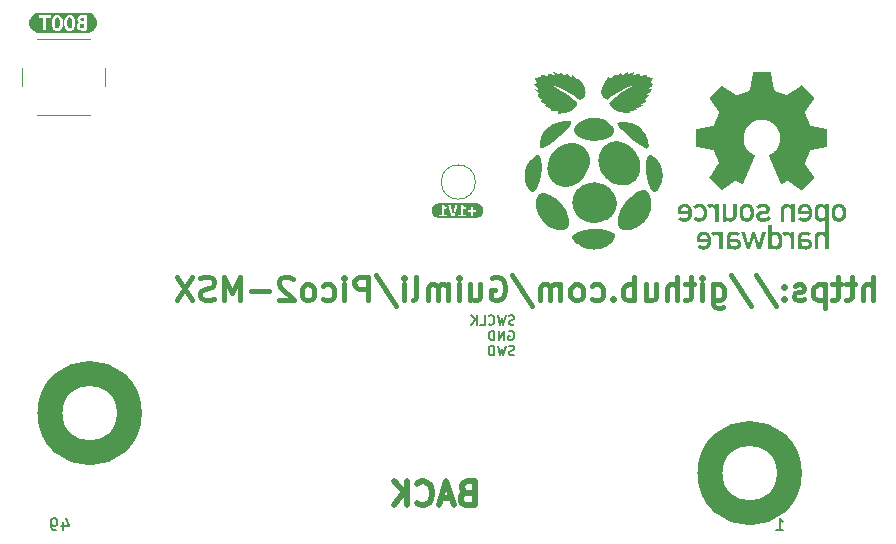
<source format=gbr>
%TF.GenerationSoftware,KiCad,Pcbnew,8.0.6*%
%TF.CreationDate,2024-11-30T11:18:15+01:00*%
%TF.ProjectId,Pico2-MSX,5069636f-322d-44d5-9358-2e6b69636164,0.3*%
%TF.SameCoordinates,Original*%
%TF.FileFunction,Legend,Bot*%
%TF.FilePolarity,Positive*%
%FSLAX46Y46*%
G04 Gerber Fmt 4.6, Leading zero omitted, Abs format (unit mm)*
G04 Created by KiCad (PCBNEW 8.0.6) date 2024-11-30 11:18:15*
%MOMM*%
%LPD*%
G01*
G04 APERTURE LIST*
%ADD10C,0.000000*%
%ADD11C,2.125000*%
%ADD12C,0.150000*%
%ADD13C,0.400000*%
%ADD14C,0.500000*%
%ADD15C,0.120000*%
G04 APERTURE END LIST*
D10*
G36*
X170729372Y-85242325D02*
G01*
X170829544Y-85249859D01*
X170929245Y-85262415D01*
X171028240Y-85279993D01*
X171126293Y-85302593D01*
X171223169Y-85330216D01*
X171318632Y-85362861D01*
X171412448Y-85400528D01*
X171504380Y-85443217D01*
X171594192Y-85490929D01*
X171681651Y-85543664D01*
X171766520Y-85601420D01*
X171848564Y-85664199D01*
X171927547Y-85732000D01*
X172003235Y-85804823D01*
X172075391Y-85882669D01*
X172133620Y-85948878D01*
X172187779Y-86016833D01*
X172237876Y-86086397D01*
X172283923Y-86157432D01*
X172325927Y-86229802D01*
X172363901Y-86303368D01*
X172397852Y-86377993D01*
X172427792Y-86453540D01*
X172453729Y-86529873D01*
X172475674Y-86606852D01*
X172493636Y-86684342D01*
X172507626Y-86762204D01*
X172517653Y-86840302D01*
X172523726Y-86918498D01*
X172525857Y-86996655D01*
X172524053Y-87074635D01*
X172518326Y-87152301D01*
X172508686Y-87229516D01*
X172495141Y-87306142D01*
X172477702Y-87382043D01*
X172456378Y-87457080D01*
X172431180Y-87531117D01*
X172402117Y-87604016D01*
X172369199Y-87675640D01*
X172332435Y-87745851D01*
X172291837Y-87814513D01*
X172247413Y-87881487D01*
X172199173Y-87946637D01*
X172147127Y-88009825D01*
X172091284Y-88070914D01*
X172031656Y-88129766D01*
X171968251Y-88186244D01*
X171901731Y-88239917D01*
X171832857Y-88290431D01*
X171761786Y-88337767D01*
X171688675Y-88381905D01*
X171613680Y-88422826D01*
X171536958Y-88460510D01*
X171378964Y-88526087D01*
X171215948Y-88578482D01*
X171049165Y-88617535D01*
X170879871Y-88643091D01*
X170709321Y-88654993D01*
X170538772Y-88653083D01*
X170369478Y-88637205D01*
X170202695Y-88607202D01*
X170120638Y-88586854D01*
X170039679Y-88562916D01*
X169959976Y-88535368D01*
X169881685Y-88504191D01*
X169804964Y-88469365D01*
X169729970Y-88430870D01*
X169656858Y-88388687D01*
X169585787Y-88342796D01*
X169516914Y-88293178D01*
X169450394Y-88239812D01*
X169353715Y-88158187D01*
X169264569Y-88073972D01*
X169182956Y-87987088D01*
X169108876Y-87897459D01*
X169074662Y-87851589D01*
X169042330Y-87805004D01*
X169011882Y-87757692D01*
X168983318Y-87709645D01*
X168956637Y-87660852D01*
X168931839Y-87611304D01*
X168908924Y-87560991D01*
X168887893Y-87509903D01*
X168868745Y-87458031D01*
X168851481Y-87405363D01*
X168836100Y-87351892D01*
X168822602Y-87297606D01*
X168810988Y-87242496D01*
X168801257Y-87186552D01*
X168793409Y-87129765D01*
X168787445Y-87072124D01*
X168781167Y-86954244D01*
X168782422Y-86832831D01*
X168791211Y-86707809D01*
X168807534Y-86579099D01*
X168823538Y-86514746D01*
X168841395Y-86452246D01*
X168861077Y-86391571D01*
X168882555Y-86332692D01*
X168905798Y-86275577D01*
X168930777Y-86220199D01*
X168957463Y-86166528D01*
X168985826Y-86114535D01*
X169015838Y-86064189D01*
X169047468Y-86015461D01*
X169080687Y-85968323D01*
X169115465Y-85922745D01*
X169189584Y-85836149D01*
X169269588Y-85755439D01*
X169355242Y-85680379D01*
X169446311Y-85610733D01*
X169542559Y-85546267D01*
X169643751Y-85486745D01*
X169749651Y-85431931D01*
X169860024Y-85381590D01*
X169974635Y-85335487D01*
X170093247Y-85293386D01*
X170123395Y-85292784D01*
X170153621Y-85291084D01*
X170184003Y-85288442D01*
X170214621Y-85285015D01*
X170276878Y-85276436D01*
X170341017Y-85266600D01*
X170407668Y-85256765D01*
X170477457Y-85248185D01*
X170513725Y-85244758D01*
X170551013Y-85242116D01*
X170589400Y-85240416D01*
X170628964Y-85239814D01*
X170729372Y-85242325D01*
G37*
G36*
X188518775Y-87047395D02*
G01*
X188573440Y-87054348D01*
X188600740Y-87059681D01*
X188627930Y-87066300D01*
X188654942Y-87074242D01*
X188681710Y-87083545D01*
X188708169Y-87094245D01*
X188734250Y-87106381D01*
X188759888Y-87119987D01*
X188785016Y-87135103D01*
X188809567Y-87151764D01*
X188833475Y-87170007D01*
X188856673Y-87189871D01*
X188879094Y-87211391D01*
X188900673Y-87234605D01*
X188921342Y-87259550D01*
X188941035Y-87286262D01*
X188959685Y-87314780D01*
X188977226Y-87345139D01*
X188993591Y-87377377D01*
X189008713Y-87411531D01*
X189022526Y-87447638D01*
X189034964Y-87485736D01*
X189045959Y-87525860D01*
X189055445Y-87568048D01*
X189063356Y-87612337D01*
X189069625Y-87658764D01*
X189074185Y-87707367D01*
X189076970Y-87758181D01*
X189077913Y-87811245D01*
X189076885Y-87867120D01*
X189073850Y-87920337D01*
X189068883Y-87970954D01*
X189062058Y-88019028D01*
X189053448Y-88064619D01*
X189043128Y-88107784D01*
X189031173Y-88148580D01*
X189017656Y-88187067D01*
X189002651Y-88223302D01*
X188986233Y-88257342D01*
X188968476Y-88289246D01*
X188949454Y-88319072D01*
X188929241Y-88346878D01*
X188907911Y-88372722D01*
X188885539Y-88396662D01*
X188862198Y-88418755D01*
X188837963Y-88439060D01*
X188812908Y-88457635D01*
X188787107Y-88474538D01*
X188760634Y-88489827D01*
X188733564Y-88503559D01*
X188705970Y-88515793D01*
X188649509Y-88535997D01*
X188591844Y-88550905D01*
X188533569Y-88560978D01*
X188475276Y-88566683D01*
X188417559Y-88568481D01*
X188380239Y-88567648D01*
X188343179Y-88565121D01*
X188306432Y-88560858D01*
X188270049Y-88554814D01*
X188234080Y-88546947D01*
X188198576Y-88537215D01*
X188163590Y-88525573D01*
X188129173Y-88511980D01*
X188095375Y-88496392D01*
X188062248Y-88478766D01*
X188029843Y-88459059D01*
X187998211Y-88437229D01*
X187967404Y-88413231D01*
X187937473Y-88387025D01*
X187908468Y-88358565D01*
X187880442Y-88327810D01*
X188097659Y-88142997D01*
X188114563Y-88159609D01*
X188132229Y-88175305D01*
X188150591Y-88190065D01*
X188169586Y-88203867D01*
X188189148Y-88216688D01*
X188209213Y-88228508D01*
X188229718Y-88239305D01*
X188250596Y-88249057D01*
X188271784Y-88257743D01*
X188293218Y-88265341D01*
X188314832Y-88271829D01*
X188336563Y-88277186D01*
X188358346Y-88281390D01*
X188380116Y-88284420D01*
X188401810Y-88286253D01*
X188423361Y-88286869D01*
X188442463Y-88286508D01*
X188461221Y-88285425D01*
X188479617Y-88283620D01*
X188497634Y-88281095D01*
X188515255Y-88277849D01*
X188532463Y-88273883D01*
X188549241Y-88269198D01*
X188565571Y-88263794D01*
X188581436Y-88257672D01*
X188596819Y-88250832D01*
X188611704Y-88243275D01*
X188626072Y-88235002D01*
X188639906Y-88226012D01*
X188653190Y-88216307D01*
X188665907Y-88205887D01*
X188678038Y-88194753D01*
X188689567Y-88182905D01*
X188700477Y-88170344D01*
X188710750Y-88157070D01*
X188720370Y-88143083D01*
X188729319Y-88128385D01*
X188737579Y-88112976D01*
X188745135Y-88096857D01*
X188751968Y-88080027D01*
X188758062Y-88062488D01*
X188763399Y-88044240D01*
X188767961Y-88025284D01*
X188771733Y-88005620D01*
X188774697Y-87985248D01*
X188776835Y-87964170D01*
X188778130Y-87942386D01*
X188778566Y-87919896D01*
X187851104Y-87919895D01*
X187851104Y-87673422D01*
X188150451Y-87673422D01*
X188778566Y-87673422D01*
X188777647Y-87652530D01*
X188776004Y-87632260D01*
X188773651Y-87612617D01*
X188770603Y-87593602D01*
X188766877Y-87575218D01*
X188762486Y-87557468D01*
X188757446Y-87540354D01*
X188751771Y-87523880D01*
X188745478Y-87508047D01*
X188738580Y-87492858D01*
X188731093Y-87478315D01*
X188723033Y-87464423D01*
X188714413Y-87451182D01*
X188705250Y-87438597D01*
X188695558Y-87426668D01*
X188685352Y-87415400D01*
X188674647Y-87404794D01*
X188663458Y-87394853D01*
X188651801Y-87385580D01*
X188639691Y-87376978D01*
X188627142Y-87369049D01*
X188614169Y-87361795D01*
X188600788Y-87355220D01*
X188587014Y-87349326D01*
X188572862Y-87344115D01*
X188558346Y-87339591D01*
X188543482Y-87335756D01*
X188528285Y-87332612D01*
X188512770Y-87330162D01*
X188496952Y-87328409D01*
X188480846Y-87327355D01*
X188464467Y-87327003D01*
X188448096Y-87327355D01*
X188432015Y-87328409D01*
X188416235Y-87330162D01*
X188400771Y-87332612D01*
X188385636Y-87335756D01*
X188370844Y-87339591D01*
X188356408Y-87344116D01*
X188342341Y-87349326D01*
X188328656Y-87355220D01*
X188315368Y-87361796D01*
X188302490Y-87369049D01*
X188290034Y-87376978D01*
X188278015Y-87385581D01*
X188266446Y-87394853D01*
X188255341Y-87404794D01*
X188244712Y-87415400D01*
X188234573Y-87426668D01*
X188224938Y-87438597D01*
X188215820Y-87451183D01*
X188207233Y-87464423D01*
X188199189Y-87478316D01*
X188191703Y-87492858D01*
X188184788Y-87508047D01*
X188178457Y-87523880D01*
X188172723Y-87540355D01*
X188167601Y-87557469D01*
X188163103Y-87575219D01*
X188159243Y-87593602D01*
X188156034Y-87612617D01*
X188153491Y-87632261D01*
X188151625Y-87652530D01*
X188150451Y-87673422D01*
X187851104Y-87673422D01*
X187851104Y-87673340D01*
X187851931Y-87637698D01*
X187854382Y-87602901D01*
X187858412Y-87568968D01*
X187863979Y-87535917D01*
X187871037Y-87503769D01*
X187879543Y-87472541D01*
X187889452Y-87442251D01*
X187900721Y-87412920D01*
X187913305Y-87384565D01*
X187927161Y-87357206D01*
X187942245Y-87330861D01*
X187958511Y-87305549D01*
X187975917Y-87281289D01*
X187994418Y-87258099D01*
X188013970Y-87235999D01*
X188034529Y-87215006D01*
X188056051Y-87195141D01*
X188078492Y-87176421D01*
X188101807Y-87158865D01*
X188125953Y-87142493D01*
X188150887Y-87127323D01*
X188176562Y-87113373D01*
X188202936Y-87100662D01*
X188229965Y-87089210D01*
X188257604Y-87079035D01*
X188285809Y-87070156D01*
X188314537Y-87062591D01*
X188343743Y-87056360D01*
X188373383Y-87051480D01*
X188403413Y-87047972D01*
X188433789Y-87045853D01*
X188464467Y-87045143D01*
X188518775Y-87047395D01*
G37*
G36*
X179577893Y-87047714D02*
G01*
X179609725Y-87050961D01*
X179641314Y-87055541D01*
X179672600Y-87061476D01*
X179703524Y-87068785D01*
X179734028Y-87077490D01*
X179764054Y-87087610D01*
X179793542Y-87099166D01*
X179822435Y-87112179D01*
X179850673Y-87126668D01*
X179878198Y-87142654D01*
X179904952Y-87160158D01*
X179930875Y-87179199D01*
X179955910Y-87199799D01*
X179979998Y-87221978D01*
X180003079Y-87245755D01*
X180025097Y-87271152D01*
X180045991Y-87298189D01*
X180065703Y-87326887D01*
X180084175Y-87357265D01*
X180101348Y-87389344D01*
X180117164Y-87423144D01*
X180131563Y-87458686D01*
X180144488Y-87495991D01*
X180155880Y-87535078D01*
X180165680Y-87575968D01*
X180173829Y-87618682D01*
X180180270Y-87663239D01*
X180184943Y-87709661D01*
X180187789Y-87757967D01*
X180188751Y-87808178D01*
X180187789Y-87858156D01*
X180184943Y-87906242D01*
X180180270Y-87952456D01*
X180173829Y-87996820D01*
X180165680Y-88039352D01*
X180155880Y-88080072D01*
X180144488Y-88119001D01*
X180131563Y-88156159D01*
X180117164Y-88191565D01*
X180101348Y-88225240D01*
X180084175Y-88257204D01*
X180065703Y-88287475D01*
X180045991Y-88316076D01*
X180025097Y-88343025D01*
X180003080Y-88368342D01*
X179979998Y-88392048D01*
X179955910Y-88414162D01*
X179930876Y-88434705D01*
X179904952Y-88453696D01*
X179878198Y-88471155D01*
X179850673Y-88487103D01*
X179822435Y-88501560D01*
X179793542Y-88514544D01*
X179764054Y-88526077D01*
X179703524Y-88544868D01*
X179641314Y-88558092D01*
X179577893Y-88565910D01*
X179513729Y-88568480D01*
X179471903Y-88567223D01*
X179431180Y-88563519D01*
X179391564Y-88557468D01*
X179353060Y-88549167D01*
X179315674Y-88538718D01*
X179279410Y-88526218D01*
X179244274Y-88511768D01*
X179210269Y-88495466D01*
X179177402Y-88477413D01*
X179145678Y-88457706D01*
X179115100Y-88436446D01*
X179085675Y-88413732D01*
X179057407Y-88389664D01*
X179030301Y-88364339D01*
X179004362Y-88337859D01*
X178979595Y-88310321D01*
X179199713Y-88113657D01*
X179213840Y-88130400D01*
X179228703Y-88146468D01*
X179244281Y-88161804D01*
X179260550Y-88176353D01*
X179277490Y-88190059D01*
X179295079Y-88202866D01*
X179313296Y-88214719D01*
X179332117Y-88225561D01*
X179351523Y-88235336D01*
X179371490Y-88243990D01*
X179391997Y-88251465D01*
X179413023Y-88257706D01*
X179434546Y-88262658D01*
X179456544Y-88266264D01*
X179467714Y-88267545D01*
X179478995Y-88268469D01*
X179490384Y-88269028D01*
X179501878Y-88269216D01*
X179524419Y-88268810D01*
X179546369Y-88267586D01*
X179567719Y-88265537D01*
X179588461Y-88262652D01*
X179608587Y-88258925D01*
X179628088Y-88254345D01*
X179646957Y-88248905D01*
X179665185Y-88242596D01*
X179682765Y-88235409D01*
X179699688Y-88227336D01*
X179715947Y-88218369D01*
X179731532Y-88208498D01*
X179746436Y-88197715D01*
X179760651Y-88186012D01*
X179774168Y-88173380D01*
X179786980Y-88159810D01*
X179799079Y-88145293D01*
X179810455Y-88129823D01*
X179821102Y-88113388D01*
X179831011Y-88095982D01*
X179840174Y-88077595D01*
X179848583Y-88058220D01*
X179856229Y-88037846D01*
X179863105Y-88016467D01*
X179869203Y-87994073D01*
X179874514Y-87970655D01*
X179879030Y-87946205D01*
X179882743Y-87920715D01*
X179885645Y-87894176D01*
X179887728Y-87866579D01*
X179888984Y-87837916D01*
X179889404Y-87808178D01*
X179887729Y-87749298D01*
X179882746Y-87694746D01*
X179879035Y-87669070D01*
X179874521Y-87644449D01*
X179869212Y-87620874D01*
X179863117Y-87598335D01*
X179856244Y-87576823D01*
X179848600Y-87556329D01*
X179840194Y-87536845D01*
X179831033Y-87518360D01*
X179821127Y-87500866D01*
X179810482Y-87484354D01*
X179799108Y-87468814D01*
X179787011Y-87454237D01*
X179774201Y-87440615D01*
X179760685Y-87427937D01*
X179746471Y-87416196D01*
X179731568Y-87405381D01*
X179715983Y-87395484D01*
X179699725Y-87386496D01*
X179682801Y-87378407D01*
X179665220Y-87371208D01*
X179646990Y-87364891D01*
X179628119Y-87359445D01*
X179608614Y-87354862D01*
X179588485Y-87351133D01*
X179546383Y-87346200D01*
X179501878Y-87344571D01*
X179478994Y-87345319D01*
X179456540Y-87347523D01*
X179434539Y-87351129D01*
X179413012Y-87356081D01*
X179391981Y-87362322D01*
X179371468Y-87369798D01*
X179351496Y-87378451D01*
X179332086Y-87388226D01*
X179313261Y-87399068D01*
X179295043Y-87410921D01*
X179277454Y-87423728D01*
X179260515Y-87437434D01*
X179244250Y-87451983D01*
X179228680Y-87467319D01*
X179213827Y-87483386D01*
X179199713Y-87500129D01*
X178979595Y-87303465D01*
X179004376Y-87275885D01*
X179030328Y-87249369D01*
X179057445Y-87224015D01*
X179085721Y-87199923D01*
X179115153Y-87177192D01*
X179145736Y-87155919D01*
X179177463Y-87136203D01*
X179210331Y-87118144D01*
X179244335Y-87101840D01*
X179279468Y-87087390D01*
X179315727Y-87074892D01*
X179353107Y-87064445D01*
X179391602Y-87056148D01*
X179431207Y-87050099D01*
X179451424Y-87047949D01*
X179471918Y-87046397D01*
X179492686Y-87045458D01*
X179513729Y-87045142D01*
X179577893Y-87047714D01*
G37*
G36*
X174822601Y-85873462D02*
G01*
X174875623Y-85881166D01*
X174926605Y-85893029D01*
X174951282Y-85900544D01*
X174975389Y-85909129D01*
X174998909Y-85918793D01*
X175021820Y-85929545D01*
X175044103Y-85941397D01*
X175065739Y-85954356D01*
X175086708Y-85968434D01*
X175106990Y-85983640D01*
X175126566Y-85999984D01*
X175145416Y-86017475D01*
X175163521Y-86036124D01*
X175180860Y-86055940D01*
X175197415Y-86076933D01*
X175213165Y-86099114D01*
X175228092Y-86122491D01*
X175242174Y-86147074D01*
X175255394Y-86172874D01*
X175267731Y-86199900D01*
X175279165Y-86228161D01*
X175289677Y-86257669D01*
X175327933Y-86358116D01*
X175362187Y-86458562D01*
X175392203Y-86559009D01*
X175417746Y-86659455D01*
X175438581Y-86759902D01*
X175454472Y-86860348D01*
X175465184Y-86960795D01*
X175470481Y-87061241D01*
X175470128Y-87161688D01*
X175463890Y-87262134D01*
X175451530Y-87362581D01*
X175432815Y-87463027D01*
X175407507Y-87563473D01*
X175375372Y-87663920D01*
X175336174Y-87764366D01*
X175289677Y-87864812D01*
X175226283Y-88002286D01*
X175156690Y-88133402D01*
X175080976Y-88258084D01*
X174999219Y-88376253D01*
X174911499Y-88487830D01*
X174817893Y-88592736D01*
X174718479Y-88690894D01*
X174613338Y-88782224D01*
X174502546Y-88866649D01*
X174386182Y-88944089D01*
X174264326Y-89014467D01*
X174137054Y-89077704D01*
X174004447Y-89133721D01*
X173866581Y-89182440D01*
X173723536Y-89223783D01*
X173575391Y-89257671D01*
X173307534Y-89257671D01*
X173263116Y-89261902D01*
X173220258Y-89264525D01*
X173178950Y-89265499D01*
X173139182Y-89264786D01*
X173100944Y-89262347D01*
X173064226Y-89258142D01*
X173029019Y-89252133D01*
X172995313Y-89244279D01*
X172963098Y-89234542D01*
X172932364Y-89222882D01*
X172903102Y-89209260D01*
X172875301Y-89193637D01*
X172848952Y-89175974D01*
X172824045Y-89156231D01*
X172800570Y-89134370D01*
X172778517Y-89110350D01*
X172757877Y-89084133D01*
X172738639Y-89055680D01*
X172720795Y-89024951D01*
X172704334Y-88991907D01*
X172689245Y-88956509D01*
X172675521Y-88918717D01*
X172663150Y-88878493D01*
X172652123Y-88835796D01*
X172642430Y-88790589D01*
X172634061Y-88742831D01*
X172627007Y-88692484D01*
X172621257Y-88639508D01*
X172616802Y-88583863D01*
X172613632Y-88525512D01*
X172611108Y-88400529D01*
X172611108Y-88400526D01*
X172623048Y-88300092D01*
X172638835Y-88199738D01*
X172658544Y-88099540D01*
X172682256Y-87999577D01*
X172710049Y-87899929D01*
X172742001Y-87800673D01*
X172778191Y-87701887D01*
X172818696Y-87603651D01*
X172863596Y-87506043D01*
X172912970Y-87409141D01*
X172966895Y-87313024D01*
X173025449Y-87217770D01*
X173088713Y-87123458D01*
X173156763Y-87030165D01*
X173229678Y-86937972D01*
X173307538Y-86846956D01*
X173508430Y-86646900D01*
X173608876Y-86548442D01*
X173709323Y-86451866D01*
X173809769Y-86357802D01*
X173910215Y-86266877D01*
X174010661Y-86179719D01*
X174111108Y-86096956D01*
X174141241Y-86077481D01*
X174171375Y-86059184D01*
X174201509Y-86041985D01*
X174231642Y-86025806D01*
X174261776Y-86010569D01*
X174291910Y-85996195D01*
X174322044Y-85982606D01*
X174352177Y-85969724D01*
X174412445Y-85945763D01*
X174472712Y-85923686D01*
X174593247Y-85882669D01*
X174652861Y-85874521D01*
X174711063Y-85870218D01*
X174767695Y-85869839D01*
X174822601Y-85873462D01*
G37*
G36*
X172556137Y-81751692D02*
G01*
X172644307Y-81757410D01*
X172733213Y-81768237D01*
X172822708Y-81784284D01*
X172912643Y-81805656D01*
X173002874Y-81832463D01*
X173093251Y-81864812D01*
X173172814Y-81896499D01*
X173250748Y-81931227D01*
X173326995Y-81968898D01*
X173401496Y-82009413D01*
X173474192Y-82052675D01*
X173545025Y-82098586D01*
X173613935Y-82147046D01*
X173680863Y-82197960D01*
X173745751Y-82251227D01*
X173808540Y-82306750D01*
X173869171Y-82364432D01*
X173927585Y-82424173D01*
X173983723Y-82485877D01*
X174037527Y-82549444D01*
X174088937Y-82614776D01*
X174137895Y-82681777D01*
X174184342Y-82750346D01*
X174228218Y-82820388D01*
X174269466Y-82891802D01*
X174308026Y-82964492D01*
X174343840Y-83038358D01*
X174376848Y-83113304D01*
X174406992Y-83189231D01*
X174434212Y-83266040D01*
X174458451Y-83343635D01*
X174479649Y-83421916D01*
X174497747Y-83500785D01*
X174512686Y-83580145D01*
X174524408Y-83659897D01*
X174532854Y-83739944D01*
X174537965Y-83820187D01*
X174539681Y-83900527D01*
X174539677Y-83900527D01*
X174536878Y-84004723D01*
X174528586Y-84106299D01*
X174514958Y-84205148D01*
X174496151Y-84301162D01*
X174472321Y-84394234D01*
X174443626Y-84484255D01*
X174410222Y-84571117D01*
X174372267Y-84654713D01*
X174329917Y-84734934D01*
X174283330Y-84811673D01*
X174232663Y-84884822D01*
X174178071Y-84954273D01*
X174119713Y-85019918D01*
X174057745Y-85081649D01*
X173992324Y-85139358D01*
X173923607Y-85192938D01*
X173851751Y-85242280D01*
X173776914Y-85287276D01*
X173699251Y-85327819D01*
X173618920Y-85363801D01*
X173536078Y-85395114D01*
X173450882Y-85421649D01*
X173363488Y-85443300D01*
X173274054Y-85459957D01*
X173182737Y-85471514D01*
X173089693Y-85477862D01*
X172995080Y-85478894D01*
X172899054Y-85474501D01*
X172801773Y-85464575D01*
X172703392Y-85449010D01*
X172604071Y-85427696D01*
X172503964Y-85400526D01*
X172414365Y-85368373D01*
X172326443Y-85332266D01*
X172240307Y-85292335D01*
X172156063Y-85248705D01*
X172073821Y-85201505D01*
X171993688Y-85150861D01*
X171915771Y-85096903D01*
X171840180Y-85039756D01*
X171767021Y-84979548D01*
X171696403Y-84916408D01*
X171628433Y-84850462D01*
X171563219Y-84781839D01*
X171500870Y-84710665D01*
X171441493Y-84637068D01*
X171385197Y-84561175D01*
X171332088Y-84483115D01*
X171282275Y-84403015D01*
X171235866Y-84321002D01*
X171192968Y-84237203D01*
X171153691Y-84151747D01*
X171118140Y-84064760D01*
X171086426Y-83976371D01*
X171058654Y-83886707D01*
X171034934Y-83795895D01*
X171015373Y-83704063D01*
X171000079Y-83611338D01*
X170989159Y-83517848D01*
X170982723Y-83423720D01*
X170980878Y-83329082D01*
X170983731Y-83234062D01*
X170991390Y-83138787D01*
X171003964Y-83043384D01*
X171021361Y-82954099D01*
X171043319Y-82867119D01*
X171069692Y-82782552D01*
X171100331Y-82700506D01*
X171135090Y-82621089D01*
X171173822Y-82544409D01*
X171216379Y-82470573D01*
X171262615Y-82399690D01*
X171312382Y-82331868D01*
X171365533Y-82267213D01*
X171421922Y-82205835D01*
X171481400Y-82147842D01*
X171543821Y-82093340D01*
X171609037Y-82042438D01*
X171676903Y-81995244D01*
X171747269Y-81951866D01*
X171819990Y-81912412D01*
X171894917Y-81876989D01*
X171971905Y-81845706D01*
X172050805Y-81818670D01*
X172131471Y-81795989D01*
X172213756Y-81777772D01*
X172297512Y-81764126D01*
X172382592Y-81755158D01*
X172468850Y-81750978D01*
X172556137Y-81751692D01*
G37*
G36*
X168314301Y-80059994D02*
G01*
X168441742Y-80067031D01*
X168570438Y-80079404D01*
X168700391Y-80096956D01*
X168700082Y-80111867D01*
X168699174Y-80126475D01*
X168697698Y-80140788D01*
X168695682Y-80154817D01*
X168690150Y-80182060D01*
X168682813Y-80208283D01*
X168673906Y-80233565D01*
X168663666Y-80257983D01*
X168652327Y-80281617D01*
X168640124Y-80304544D01*
X168627294Y-80326844D01*
X168614071Y-80348594D01*
X168587390Y-80390760D01*
X168561965Y-80431671D01*
X168550311Y-80451852D01*
X168539677Y-80471954D01*
X168468149Y-80561127D01*
X168394344Y-80647945D01*
X168318499Y-80732566D01*
X168240849Y-80815147D01*
X168161630Y-80895844D01*
X168081077Y-80974815D01*
X167916909Y-81128205D01*
X167750231Y-81276573D01*
X167582925Y-81421173D01*
X167253964Y-81704097D01*
X167153517Y-81782048D01*
X167053070Y-81855605D01*
X166952623Y-81925394D01*
X166852176Y-81992045D01*
X166751729Y-82056184D01*
X166651283Y-82118439D01*
X166450391Y-82239810D01*
X166411442Y-82250418D01*
X166374847Y-82261888D01*
X166340450Y-82273830D01*
X166308093Y-82285850D01*
X166248872Y-82308555D01*
X166221694Y-82318456D01*
X166195928Y-82326866D01*
X166171418Y-82333393D01*
X166148007Y-82337643D01*
X166136664Y-82338793D01*
X166125537Y-82339226D01*
X166114607Y-82338894D01*
X166103852Y-82337748D01*
X166093255Y-82335739D01*
X166082795Y-82332817D01*
X166072453Y-82328934D01*
X166062209Y-82324041D01*
X166052043Y-82318089D01*
X166041936Y-82311028D01*
X166031869Y-82302809D01*
X166021821Y-82293384D01*
X166014942Y-82163471D01*
X166014497Y-82035048D01*
X166020644Y-81908353D01*
X166033540Y-81783619D01*
X166053342Y-81661082D01*
X166080206Y-81540978D01*
X166114289Y-81423542D01*
X166155750Y-81309010D01*
X166204743Y-81197616D01*
X166261427Y-81089597D01*
X166325959Y-80985188D01*
X166398495Y-80884623D01*
X166479192Y-80788140D01*
X166568207Y-80695973D01*
X166665698Y-80608357D01*
X166771821Y-80525527D01*
X166882940Y-80448911D01*
X166995314Y-80379671D01*
X167108945Y-80317650D01*
X167223830Y-80262692D01*
X167339971Y-80214640D01*
X167457368Y-80173337D01*
X167576021Y-80138625D01*
X167695928Y-80110348D01*
X167817092Y-80088350D01*
X167939511Y-80072472D01*
X168063185Y-80062558D01*
X168188115Y-80058451D01*
X168314301Y-80059994D01*
G37*
G36*
X186932357Y-87045830D02*
G01*
X186961215Y-87047896D01*
X186989474Y-87051338D01*
X187017106Y-87056156D01*
X187044085Y-87062351D01*
X187070386Y-87069922D01*
X187095981Y-87078868D01*
X187120846Y-87089190D01*
X187144952Y-87100887D01*
X187168275Y-87113959D01*
X187190788Y-87128406D01*
X187212465Y-87144227D01*
X187233279Y-87161422D01*
X187253205Y-87179992D01*
X187272216Y-87199935D01*
X187290286Y-87221252D01*
X187296252Y-87221252D01*
X187296252Y-87062794D01*
X187595599Y-87062794D01*
X187595599Y-88550826D01*
X187296252Y-88550826D01*
X187296252Y-87664638D01*
X187295885Y-87645892D01*
X187294793Y-87627652D01*
X187292992Y-87609923D01*
X187290496Y-87592711D01*
X187287321Y-87576023D01*
X187283482Y-87559864D01*
X187278993Y-87544239D01*
X187273870Y-87529156D01*
X187268128Y-87514619D01*
X187261782Y-87500634D01*
X187254847Y-87487208D01*
X187247338Y-87474346D01*
X187239271Y-87462055D01*
X187230659Y-87450339D01*
X187221518Y-87439205D01*
X187211864Y-87428660D01*
X187201711Y-87418707D01*
X187191074Y-87409355D01*
X187179969Y-87400607D01*
X187168410Y-87392471D01*
X187156412Y-87384952D01*
X187143992Y-87378056D01*
X187131162Y-87371789D01*
X187117940Y-87366157D01*
X187104339Y-87361165D01*
X187090375Y-87356820D01*
X187076063Y-87353127D01*
X187061417Y-87350093D01*
X187046454Y-87347722D01*
X187031188Y-87346022D01*
X187015633Y-87344997D01*
X186999806Y-87344654D01*
X186984242Y-87344997D01*
X186968935Y-87346022D01*
X186953900Y-87347722D01*
X186939152Y-87350093D01*
X186924707Y-87353127D01*
X186910582Y-87356820D01*
X186896790Y-87361165D01*
X186883349Y-87366157D01*
X186870273Y-87371789D01*
X186857578Y-87378056D01*
X186845280Y-87384952D01*
X186833394Y-87392471D01*
X186821937Y-87400607D01*
X186810922Y-87409355D01*
X186800367Y-87418707D01*
X186790286Y-87428660D01*
X186780695Y-87439205D01*
X186771611Y-87450339D01*
X186763047Y-87462055D01*
X186755021Y-87474346D01*
X186747547Y-87487208D01*
X186740641Y-87500634D01*
X186734319Y-87514619D01*
X186728597Y-87529156D01*
X186723489Y-87544239D01*
X186719012Y-87559864D01*
X186715180Y-87576023D01*
X186712011Y-87592711D01*
X186709518Y-87609923D01*
X186707719Y-87627652D01*
X186706628Y-87645892D01*
X186706260Y-87664638D01*
X186706260Y-88550826D01*
X186406913Y-88550826D01*
X186406913Y-87561788D01*
X186407678Y-87530600D01*
X186409936Y-87500345D01*
X186413633Y-87471027D01*
X186418715Y-87442650D01*
X186425128Y-87415217D01*
X186432817Y-87388732D01*
X186441727Y-87363200D01*
X186451806Y-87338622D01*
X186462998Y-87315004D01*
X186475249Y-87292349D01*
X186488505Y-87270661D01*
X186502712Y-87249943D01*
X186517816Y-87230199D01*
X186533761Y-87211434D01*
X186550494Y-87193650D01*
X186567961Y-87176852D01*
X186586108Y-87161042D01*
X186604879Y-87146226D01*
X186624221Y-87132406D01*
X186644080Y-87119587D01*
X186664401Y-87107772D01*
X186685130Y-87096964D01*
X186706213Y-87087168D01*
X186727595Y-87078388D01*
X186771041Y-87063887D01*
X186815034Y-87053493D01*
X186859140Y-87047234D01*
X186881099Y-87045665D01*
X186902924Y-87045142D01*
X186932357Y-87045830D01*
G37*
G36*
X180493664Y-87045831D02*
G01*
X180522525Y-87047896D01*
X180550788Y-87051339D01*
X180578426Y-87056157D01*
X180605413Y-87062352D01*
X180631723Y-87069923D01*
X180657328Y-87078869D01*
X180682203Y-87089191D01*
X180706322Y-87100888D01*
X180729658Y-87113960D01*
X180752185Y-87128407D01*
X180773876Y-87144228D01*
X180794705Y-87161423D01*
X180814645Y-87179993D01*
X180833671Y-87199936D01*
X180851756Y-87221253D01*
X180857559Y-87221253D01*
X180857559Y-87062794D01*
X181156989Y-87062794D01*
X181156988Y-88550826D01*
X180857558Y-88550826D01*
X180857558Y-87655687D01*
X180857141Y-87635683D01*
X180855908Y-87616397D01*
X180853885Y-87597822D01*
X180851096Y-87579954D01*
X180847569Y-87562786D01*
X180843328Y-87546315D01*
X180838399Y-87530533D01*
X180832809Y-87515437D01*
X180826583Y-87501020D01*
X180819746Y-87487277D01*
X180812324Y-87474202D01*
X180804344Y-87461791D01*
X180795830Y-87450038D01*
X180786809Y-87438938D01*
X180777306Y-87428484D01*
X180767348Y-87418673D01*
X180756959Y-87409498D01*
X180746165Y-87400953D01*
X180734993Y-87393035D01*
X180723467Y-87385736D01*
X180711615Y-87379053D01*
X180699461Y-87372979D01*
X180687031Y-87367509D01*
X180674351Y-87362637D01*
X180648343Y-87354669D01*
X180621644Y-87349030D01*
X180594460Y-87345679D01*
X180566996Y-87344571D01*
X180552969Y-87344815D01*
X180539496Y-87345558D01*
X180526508Y-87346816D01*
X180513937Y-87348608D01*
X180501712Y-87350949D01*
X180489765Y-87353858D01*
X180478026Y-87357352D01*
X180466426Y-87361447D01*
X180454896Y-87366160D01*
X180443367Y-87371510D01*
X180431769Y-87377512D01*
X180420034Y-87384185D01*
X180408091Y-87391544D01*
X180395873Y-87399608D01*
X180383310Y-87408393D01*
X180370332Y-87417917D01*
X180153115Y-87159593D01*
X180170309Y-87146699D01*
X180187718Y-87134450D01*
X180205359Y-87122872D01*
X180223252Y-87111991D01*
X180241414Y-87101833D01*
X180259865Y-87092423D01*
X180278621Y-87083787D01*
X180297702Y-87075951D01*
X180317125Y-87068941D01*
X180336910Y-87062781D01*
X180357074Y-87057499D01*
X180377637Y-87053119D01*
X180398615Y-87049668D01*
X180420028Y-87047171D01*
X180441893Y-87045654D01*
X180464230Y-87045143D01*
X180493664Y-87045831D01*
G37*
G36*
X178344308Y-87047395D02*
G01*
X178398984Y-87054348D01*
X178426287Y-87059681D01*
X178453480Y-87066300D01*
X178480494Y-87074242D01*
X178507265Y-87083545D01*
X178533724Y-87094245D01*
X178559806Y-87106381D01*
X178585444Y-87119987D01*
X178610571Y-87135103D01*
X178635122Y-87151764D01*
X178659028Y-87170007D01*
X178682225Y-87189871D01*
X178704645Y-87211391D01*
X178726221Y-87234605D01*
X178746888Y-87259550D01*
X178766579Y-87286262D01*
X178785226Y-87314780D01*
X178802764Y-87345139D01*
X178819127Y-87377377D01*
X178834246Y-87411531D01*
X178848057Y-87447638D01*
X178860492Y-87485736D01*
X178871485Y-87525860D01*
X178880970Y-87568048D01*
X178888879Y-87612337D01*
X178895146Y-87658764D01*
X178899705Y-87707367D01*
X178902490Y-87758181D01*
X178903432Y-87811245D01*
X178902404Y-87867120D01*
X178899370Y-87920337D01*
X178894402Y-87970954D01*
X178887577Y-88019028D01*
X178878967Y-88064619D01*
X178868647Y-88107784D01*
X178856692Y-88148580D01*
X178843174Y-88187067D01*
X178828169Y-88223302D01*
X178811750Y-88257342D01*
X178793992Y-88289246D01*
X178774969Y-88319072D01*
X178754755Y-88346878D01*
X178733424Y-88372722D01*
X178711050Y-88396662D01*
X178687707Y-88418755D01*
X178663470Y-88439060D01*
X178638413Y-88457635D01*
X178612609Y-88474538D01*
X178586134Y-88489827D01*
X178559060Y-88503559D01*
X178531463Y-88515793D01*
X178474994Y-88535997D01*
X178417319Y-88550905D01*
X178359033Y-88560978D01*
X178300727Y-88566683D01*
X178242996Y-88568481D01*
X178205689Y-88567648D01*
X178168637Y-88565121D01*
X178131893Y-88560858D01*
X178095510Y-88554814D01*
X178059539Y-88546947D01*
X178024032Y-88537215D01*
X177989042Y-88525573D01*
X177954620Y-88511980D01*
X177920819Y-88496392D01*
X177887690Y-88478766D01*
X177855287Y-88459059D01*
X177823660Y-88437229D01*
X177792862Y-88413231D01*
X177762945Y-88387025D01*
X177733961Y-88358565D01*
X177705962Y-88327810D01*
X177923179Y-88142996D01*
X177940097Y-88159608D01*
X177957773Y-88175304D01*
X177976142Y-88190064D01*
X177995141Y-88203866D01*
X178014705Y-88216687D01*
X178034770Y-88228507D01*
X178055272Y-88239304D01*
X178076147Y-88249056D01*
X178097331Y-88257742D01*
X178118759Y-88265340D01*
X178140368Y-88271828D01*
X178162094Y-88277185D01*
X178183872Y-88281389D01*
X178205639Y-88284419D01*
X178227329Y-88286252D01*
X178248880Y-88286868D01*
X178267982Y-88286507D01*
X178286739Y-88285424D01*
X178305134Y-88283619D01*
X178323150Y-88281094D01*
X178340769Y-88277848D01*
X178357975Y-88273882D01*
X178374750Y-88269197D01*
X178391077Y-88263793D01*
X178406939Y-88257671D01*
X178422319Y-88250831D01*
X178437200Y-88243274D01*
X178451565Y-88235001D01*
X178465396Y-88226011D01*
X178478676Y-88216306D01*
X178491388Y-88205886D01*
X178503516Y-88194752D01*
X178515041Y-88182904D01*
X178525947Y-88170343D01*
X178536217Y-88157069D01*
X178545833Y-88143082D01*
X178554778Y-88128384D01*
X178563035Y-88112975D01*
X178570587Y-88096856D01*
X178577418Y-88080026D01*
X178583508Y-88062487D01*
X178588843Y-88044239D01*
X178593403Y-88025283D01*
X178597173Y-88005619D01*
X178600135Y-87985247D01*
X178602272Y-87964169D01*
X178603567Y-87942385D01*
X178604003Y-87919895D01*
X177676541Y-87919895D01*
X177676541Y-87673421D01*
X177975971Y-87673421D01*
X178604003Y-87673422D01*
X178603091Y-87652530D01*
X178601455Y-87632260D01*
X178599109Y-87612617D01*
X178596067Y-87593602D01*
X178592347Y-87575218D01*
X178587961Y-87557468D01*
X178582926Y-87540354D01*
X178577256Y-87523880D01*
X178570966Y-87508046D01*
X178564073Y-87492857D01*
X178556590Y-87478315D01*
X178548532Y-87464423D01*
X178539915Y-87451182D01*
X178530755Y-87438596D01*
X178521065Y-87426668D01*
X178510861Y-87415399D01*
X178500158Y-87404793D01*
X178488971Y-87394853D01*
X178477315Y-87385580D01*
X178465206Y-87376977D01*
X178452658Y-87369048D01*
X178439686Y-87361795D01*
X178426306Y-87355219D01*
X178412533Y-87349325D01*
X178398381Y-87344115D01*
X178383865Y-87339590D01*
X178369002Y-87335755D01*
X178353805Y-87332611D01*
X178338290Y-87330161D01*
X178322472Y-87328408D01*
X178306366Y-87327354D01*
X178289987Y-87327002D01*
X178273616Y-87327354D01*
X178257535Y-87328408D01*
X178241757Y-87330161D01*
X178226294Y-87332611D01*
X178211161Y-87335755D01*
X178196371Y-87339590D01*
X178181937Y-87344115D01*
X178167872Y-87349325D01*
X178154190Y-87355219D01*
X178140905Y-87361795D01*
X178128029Y-87369048D01*
X178115576Y-87376977D01*
X178103559Y-87385580D01*
X178091993Y-87394852D01*
X178080889Y-87404793D01*
X178070263Y-87415399D01*
X178060126Y-87426668D01*
X178050492Y-87438596D01*
X178041375Y-87451182D01*
X178032789Y-87464422D01*
X178024746Y-87478315D01*
X178017259Y-87492857D01*
X178010344Y-87508046D01*
X178004011Y-87523879D01*
X177998276Y-87540354D01*
X177993151Y-87557468D01*
X177988650Y-87575218D01*
X177984786Y-87593601D01*
X177981573Y-87612616D01*
X177979024Y-87632260D01*
X177977152Y-87652529D01*
X177975971Y-87673421D01*
X177676541Y-87673421D01*
X177676541Y-87673340D01*
X177677368Y-87637698D01*
X177679821Y-87602901D01*
X177683855Y-87568968D01*
X177689426Y-87535917D01*
X177696489Y-87503769D01*
X177705001Y-87472541D01*
X177714917Y-87442251D01*
X177726194Y-87412920D01*
X177738786Y-87384565D01*
X177752651Y-87357206D01*
X177767743Y-87330861D01*
X177784018Y-87305549D01*
X177801432Y-87281289D01*
X177819942Y-87258099D01*
X177839502Y-87235999D01*
X177860069Y-87215006D01*
X177881599Y-87195141D01*
X177904046Y-87176421D01*
X177927368Y-87158865D01*
X177951520Y-87142493D01*
X177976457Y-87127323D01*
X178002136Y-87113373D01*
X178028512Y-87100662D01*
X178055542Y-87089210D01*
X178083180Y-87079035D01*
X178111383Y-87070156D01*
X178140107Y-87062591D01*
X178169307Y-87056360D01*
X178198939Y-87051480D01*
X178228959Y-87047972D01*
X178259323Y-87045853D01*
X178289987Y-87045143D01*
X178344308Y-87047395D01*
G37*
G36*
X183585267Y-87046285D02*
G01*
X183625494Y-87049610D01*
X183663633Y-87054957D01*
X183699739Y-87062167D01*
X183733867Y-87071081D01*
X183766075Y-87081538D01*
X183796418Y-87093381D01*
X183824952Y-87106449D01*
X183851733Y-87120583D01*
X183876817Y-87135625D01*
X183900260Y-87151414D01*
X183922117Y-87167792D01*
X183942446Y-87184600D01*
X183961301Y-87201677D01*
X183978739Y-87218865D01*
X183994816Y-87236004D01*
X184015491Y-87259698D01*
X184034617Y-87283610D01*
X184052222Y-87308035D01*
X184068338Y-87333265D01*
X184082994Y-87359593D01*
X184096219Y-87387311D01*
X184108044Y-87416714D01*
X184118498Y-87448093D01*
X184127610Y-87481742D01*
X184135411Y-87517954D01*
X184141930Y-87557021D01*
X184147197Y-87599236D01*
X184151242Y-87644894D01*
X184154095Y-87694285D01*
X184155784Y-87747704D01*
X184156341Y-87805443D01*
X184155784Y-87863680D01*
X184154095Y-87917538D01*
X184151242Y-87967313D01*
X184147197Y-88013303D01*
X184141930Y-88055803D01*
X184135411Y-88095110D01*
X184127610Y-88131520D01*
X184118498Y-88165330D01*
X184108044Y-88196837D01*
X184096219Y-88226336D01*
X184082994Y-88254125D01*
X184068338Y-88280499D01*
X184052222Y-88305755D01*
X184034617Y-88330190D01*
X184015491Y-88354101D01*
X183994816Y-88377782D01*
X183978739Y-88394920D01*
X183961301Y-88412103D01*
X183942446Y-88429172D01*
X183922117Y-88445969D01*
X183900260Y-88462334D01*
X183876817Y-88478110D01*
X183851733Y-88493136D01*
X183824952Y-88507256D01*
X183810908Y-88513925D01*
X183796418Y-88520308D01*
X183781476Y-88526385D01*
X183766075Y-88532136D01*
X183750208Y-88537540D01*
X183733867Y-88542579D01*
X183717047Y-88547232D01*
X183699739Y-88551480D01*
X183681936Y-88555302D01*
X183663633Y-88558679D01*
X183644821Y-88561591D01*
X183625494Y-88564018D01*
X183605645Y-88565940D01*
X183585267Y-88567338D01*
X183564353Y-88568191D01*
X183542895Y-88568480D01*
X183500494Y-88567338D01*
X183460241Y-88564018D01*
X183422080Y-88558679D01*
X183385956Y-88551480D01*
X183351811Y-88542579D01*
X183319590Y-88532136D01*
X183289236Y-88520308D01*
X183260693Y-88507256D01*
X183233905Y-88493136D01*
X183208816Y-88478110D01*
X183185370Y-88462334D01*
X183163510Y-88445969D01*
X183143180Y-88429172D01*
X183124324Y-88412103D01*
X183106885Y-88394920D01*
X183090809Y-88377782D01*
X183070135Y-88354100D01*
X183051015Y-88330187D01*
X183033418Y-88305748D01*
X183017312Y-88280487D01*
X183002669Y-88254108D01*
X182989458Y-88226314D01*
X182977648Y-88196810D01*
X182967210Y-88165299D01*
X182958113Y-88131486D01*
X182950327Y-88095073D01*
X182943822Y-88055766D01*
X182938567Y-88013268D01*
X182934533Y-87967283D01*
X182931689Y-87917514D01*
X182930004Y-87863666D01*
X182929477Y-87808342D01*
X183228879Y-87808342D01*
X183229740Y-87881756D01*
X183230861Y-87913635D01*
X183232484Y-87942639D01*
X183234639Y-87969027D01*
X183237358Y-87993057D01*
X183240669Y-88014989D01*
X183244605Y-88035080D01*
X183249195Y-88053589D01*
X183254470Y-88070774D01*
X183260461Y-88086894D01*
X183267199Y-88102208D01*
X183274713Y-88116973D01*
X183283035Y-88131448D01*
X183292195Y-88145892D01*
X183302224Y-88160564D01*
X183306495Y-88166300D01*
X183311050Y-88171945D01*
X183320985Y-88182935D01*
X183331970Y-88193487D01*
X183343943Y-88203553D01*
X183356845Y-88213086D01*
X183370617Y-88222038D01*
X183385197Y-88230362D01*
X183400525Y-88238011D01*
X183416542Y-88244937D01*
X183433188Y-88251094D01*
X183450402Y-88256433D01*
X183468124Y-88260908D01*
X183486295Y-88264470D01*
X183504854Y-88267074D01*
X183523740Y-88268670D01*
X183542895Y-88269213D01*
X183562022Y-88268671D01*
X183580888Y-88267077D01*
X183599432Y-88264477D01*
X183617593Y-88260919D01*
X183635310Y-88256449D01*
X183652521Y-88251115D01*
X183669165Y-88244964D01*
X183685182Y-88238042D01*
X183700511Y-88230396D01*
X183715090Y-88222074D01*
X183728858Y-88213122D01*
X183741754Y-88203588D01*
X183753718Y-88193518D01*
X183764687Y-88182959D01*
X183774602Y-88171959D01*
X183783401Y-88160564D01*
X183793431Y-88145892D01*
X183802597Y-88131443D01*
X183810927Y-88116954D01*
X183818452Y-88102162D01*
X183825202Y-88086806D01*
X183831207Y-88070621D01*
X183836497Y-88053346D01*
X183841103Y-88034717D01*
X183845054Y-88014472D01*
X183848380Y-87992349D01*
X183851112Y-87968084D01*
X183853280Y-87941415D01*
X183854914Y-87912079D01*
X183856044Y-87879813D01*
X183856699Y-87844355D01*
X183856911Y-87805442D01*
X183856044Y-87732021D01*
X183854914Y-87700135D01*
X183853280Y-87671122D01*
X183851112Y-87644724D01*
X183848380Y-87620683D01*
X183845054Y-87598742D01*
X183841103Y-87578642D01*
X183836497Y-87560126D01*
X183831207Y-87542937D01*
X183825202Y-87526816D01*
X183818452Y-87511506D01*
X183810927Y-87496750D01*
X183802597Y-87482288D01*
X183793431Y-87467865D01*
X183783401Y-87453221D01*
X183779145Y-87447484D01*
X183774602Y-87441839D01*
X183764687Y-87430849D01*
X183753718Y-87420297D01*
X183741754Y-87410231D01*
X183728858Y-87400699D01*
X183715090Y-87391746D01*
X183700511Y-87383422D01*
X183685183Y-87375773D01*
X183669165Y-87368847D01*
X183652521Y-87362690D01*
X183635310Y-87357351D01*
X183617593Y-87352876D01*
X183599433Y-87349313D01*
X183580889Y-87346710D01*
X183562022Y-87345113D01*
X183542895Y-87344570D01*
X183523740Y-87345112D01*
X183504854Y-87346707D01*
X183486295Y-87349306D01*
X183468124Y-87352865D01*
X183450402Y-87357334D01*
X183433188Y-87362668D01*
X183416542Y-87368820D01*
X183400525Y-87375742D01*
X183385197Y-87383388D01*
X183370617Y-87391710D01*
X183356845Y-87400662D01*
X183343943Y-87410196D01*
X183331970Y-87420266D01*
X183320985Y-87430825D01*
X183311050Y-87441826D01*
X183302224Y-87453221D01*
X183292195Y-87467865D01*
X183283035Y-87482294D01*
X183274713Y-87496769D01*
X183267199Y-87511552D01*
X183260461Y-87526905D01*
X183254470Y-87543091D01*
X183249195Y-87560370D01*
X183244605Y-87579005D01*
X183240669Y-87599259D01*
X183237358Y-87621392D01*
X183234640Y-87645667D01*
X183232484Y-87672346D01*
X183230861Y-87701691D01*
X183229740Y-87733965D01*
X183229089Y-87769427D01*
X183228879Y-87808342D01*
X182929477Y-87808342D01*
X182929450Y-87805443D01*
X182930004Y-87747703D01*
X182931689Y-87694282D01*
X182934533Y-87644887D01*
X182938567Y-87599225D01*
X182943822Y-87557004D01*
X182950327Y-87517932D01*
X182958113Y-87481715D01*
X182967210Y-87448062D01*
X182977648Y-87416680D01*
X182989458Y-87387275D01*
X183002669Y-87359556D01*
X183017312Y-87333230D01*
X183033417Y-87308005D01*
X183051015Y-87283587D01*
X183070135Y-87259684D01*
X183090809Y-87236004D01*
X183106885Y-87218865D01*
X183124324Y-87201677D01*
X183143180Y-87184600D01*
X183163510Y-87167792D01*
X183185370Y-87151414D01*
X183208816Y-87135625D01*
X183233906Y-87120583D01*
X183260693Y-87106449D01*
X183274742Y-87099771D01*
X183289236Y-87093381D01*
X183304183Y-87087296D01*
X183319590Y-87081538D01*
X183335464Y-87076126D01*
X183351811Y-87071081D01*
X183368640Y-87066421D01*
X183385956Y-87062167D01*
X183403767Y-87058339D01*
X183422081Y-87054957D01*
X183440903Y-87052041D01*
X183460241Y-87049610D01*
X183480102Y-87047685D01*
X183500494Y-87046285D01*
X183521422Y-87045431D01*
X183542895Y-87045142D01*
X183585267Y-87046285D01*
G37*
G36*
X185003958Y-87047128D02*
G01*
X185059971Y-87052582D01*
X185113776Y-87061656D01*
X185165126Y-87074337D01*
X185213776Y-87090613D01*
X185237013Y-87100095D01*
X185259482Y-87110470D01*
X185281154Y-87121738D01*
X185301998Y-87133896D01*
X185321984Y-87146943D01*
X185341080Y-87160878D01*
X185359256Y-87175698D01*
X185376481Y-87191402D01*
X185392726Y-87207989D01*
X185407958Y-87225457D01*
X185422148Y-87243804D01*
X185435265Y-87263029D01*
X185447277Y-87283130D01*
X185458156Y-87304105D01*
X185467869Y-87325953D01*
X185476387Y-87348673D01*
X185483678Y-87372262D01*
X185489713Y-87396719D01*
X185494459Y-87422043D01*
X185497888Y-87448231D01*
X185499967Y-87475283D01*
X185500667Y-87503196D01*
X185500138Y-87526808D01*
X185498563Y-87549782D01*
X185495965Y-87572114D01*
X185492366Y-87593801D01*
X185487786Y-87614840D01*
X185482247Y-87635227D01*
X185475771Y-87654960D01*
X185468379Y-87674034D01*
X185460093Y-87692447D01*
X185450935Y-87710195D01*
X185440925Y-87727275D01*
X185430085Y-87743684D01*
X185418438Y-87759419D01*
X185406003Y-87774476D01*
X185392804Y-87788852D01*
X185378861Y-87802543D01*
X185364196Y-87815547D01*
X185348830Y-87827860D01*
X185332785Y-87839478D01*
X185316083Y-87850400D01*
X185298744Y-87860620D01*
X185280792Y-87870137D01*
X185262246Y-87878946D01*
X185243129Y-87887045D01*
X185223461Y-87894430D01*
X185203266Y-87901097D01*
X185182563Y-87907045D01*
X185161375Y-87912269D01*
X185117629Y-87920532D01*
X185072200Y-87925862D01*
X184807992Y-87949314D01*
X184788999Y-87951236D01*
X184770643Y-87953786D01*
X184753005Y-87957036D01*
X184736166Y-87961059D01*
X184720208Y-87965929D01*
X184705211Y-87971717D01*
X184691257Y-87978496D01*
X184684696Y-87982280D01*
X184678426Y-87986339D01*
X184672458Y-87990682D01*
X184666802Y-87995318D01*
X184661467Y-88000256D01*
X184656463Y-88005506D01*
X184651802Y-88011076D01*
X184647493Y-88016975D01*
X184643546Y-88023213D01*
X184639971Y-88029799D01*
X184636779Y-88036741D01*
X184633979Y-88044049D01*
X184631583Y-88051732D01*
X184629599Y-88059798D01*
X184628038Y-88068258D01*
X184626911Y-88077120D01*
X184626227Y-88086393D01*
X184625997Y-88096086D01*
X184626356Y-88107738D01*
X184627425Y-88119028D01*
X184629188Y-88129955D01*
X184631632Y-88140519D01*
X184634743Y-88150719D01*
X184638507Y-88160555D01*
X184642910Y-88170026D01*
X184647937Y-88179131D01*
X184653576Y-88187871D01*
X184659811Y-88196245D01*
X184666628Y-88204252D01*
X184674015Y-88211891D01*
X184681956Y-88219163D01*
X184690437Y-88226067D01*
X184699445Y-88232602D01*
X184708966Y-88238767D01*
X184718985Y-88244563D01*
X184729489Y-88249988D01*
X184740463Y-88255043D01*
X184751893Y-88259726D01*
X184763766Y-88264038D01*
X184776067Y-88267977D01*
X184788782Y-88271544D01*
X184801897Y-88274737D01*
X184815399Y-88277556D01*
X184829272Y-88280001D01*
X184843504Y-88282071D01*
X184858080Y-88283766D01*
X184872986Y-88285086D01*
X184888208Y-88286029D01*
X184903732Y-88286595D01*
X184919543Y-88286784D01*
X184956286Y-88286030D01*
X184991721Y-88283770D01*
X185025919Y-88280008D01*
X185058948Y-88274748D01*
X185090876Y-88267994D01*
X185121773Y-88259748D01*
X185151707Y-88250015D01*
X185180747Y-88238798D01*
X185208961Y-88226101D01*
X185236418Y-88211928D01*
X185263187Y-88196282D01*
X185289337Y-88179166D01*
X185314936Y-88160585D01*
X185340054Y-88140543D01*
X185364757Y-88119042D01*
X185389117Y-88096086D01*
X185597466Y-88301454D01*
X185561320Y-88333954D01*
X185524437Y-88364327D01*
X185486841Y-88392578D01*
X185448552Y-88418710D01*
X185409591Y-88442728D01*
X185369981Y-88464636D01*
X185329743Y-88484437D01*
X185288899Y-88502137D01*
X185247471Y-88517739D01*
X185205479Y-88531248D01*
X185162946Y-88542666D01*
X185119892Y-88552000D01*
X185076341Y-88559252D01*
X185032313Y-88564427D01*
X184987830Y-88567529D01*
X184942914Y-88568562D01*
X184878918Y-88566613D01*
X184816994Y-88560808D01*
X184757426Y-88551212D01*
X184700499Y-88537889D01*
X184646495Y-88520903D01*
X184595699Y-88500318D01*
X184548394Y-88476199D01*
X184526140Y-88462835D01*
X184504864Y-88448610D01*
X184484604Y-88433534D01*
X184465393Y-88417615D01*
X184447268Y-88400860D01*
X184430264Y-88383278D01*
X184414417Y-88364876D01*
X184399761Y-88345663D01*
X184386333Y-88325647D01*
X184374168Y-88304835D01*
X184363301Y-88283236D01*
X184353769Y-88260858D01*
X184345605Y-88237709D01*
X184338846Y-88213796D01*
X184333528Y-88189128D01*
X184329685Y-88163713D01*
X184327353Y-88137559D01*
X184326568Y-88110674D01*
X184328026Y-88066734D01*
X184332462Y-88024129D01*
X184339965Y-87983033D01*
X184344896Y-87963105D01*
X184350628Y-87943619D01*
X184357172Y-87924596D01*
X184364540Y-87906057D01*
X184372743Y-87888026D01*
X184381792Y-87870522D01*
X184391699Y-87853568D01*
X184402476Y-87837185D01*
X184414133Y-87821395D01*
X184426682Y-87806220D01*
X184440134Y-87791680D01*
X184454500Y-87777798D01*
X184469793Y-87764594D01*
X184486023Y-87752092D01*
X184503201Y-87740311D01*
X184521339Y-87729274D01*
X184540449Y-87719003D01*
X184560541Y-87709518D01*
X184581628Y-87700842D01*
X184603720Y-87692995D01*
X184626828Y-87686001D01*
X184650965Y-87679879D01*
X184676141Y-87674652D01*
X184702367Y-87670341D01*
X184729656Y-87666968D01*
X184758019Y-87664554D01*
X185004573Y-87647067D01*
X185031447Y-87644241D01*
X185055993Y-87640256D01*
X185078294Y-87635190D01*
X185098433Y-87629120D01*
X185116490Y-87622124D01*
X185124763Y-87618302D01*
X185132547Y-87614278D01*
X185139852Y-87610061D01*
X185146687Y-87605660D01*
X185153064Y-87601086D01*
X185158991Y-87596348D01*
X185164481Y-87591455D01*
X185169542Y-87586418D01*
X185178420Y-87575947D01*
X185185707Y-87565013D01*
X185191486Y-87553693D01*
X185195839Y-87542064D01*
X185198846Y-87530203D01*
X185200591Y-87518188D01*
X185201154Y-87506096D01*
X185200963Y-87496556D01*
X185200383Y-87487178D01*
X185199401Y-87477972D01*
X185198008Y-87468947D01*
X185196191Y-87460112D01*
X185193939Y-87451477D01*
X185191242Y-87443050D01*
X185188087Y-87434841D01*
X185184464Y-87426859D01*
X185180361Y-87419114D01*
X185175767Y-87411614D01*
X185170671Y-87404368D01*
X185165061Y-87397386D01*
X185158926Y-87390677D01*
X185152256Y-87384251D01*
X185145037Y-87378116D01*
X185137260Y-87372281D01*
X185128914Y-87366756D01*
X185119985Y-87361550D01*
X185110465Y-87356672D01*
X185100340Y-87352132D01*
X185089601Y-87347938D01*
X185078235Y-87344100D01*
X185066232Y-87340627D01*
X185053579Y-87337528D01*
X185040267Y-87334813D01*
X185026283Y-87332490D01*
X185011617Y-87330569D01*
X184996256Y-87329058D01*
X184980190Y-87327968D01*
X184963408Y-87327307D01*
X184945898Y-87327085D01*
X184916084Y-87327732D01*
X184887179Y-87329645D01*
X184859125Y-87332781D01*
X184831867Y-87337095D01*
X184805350Y-87342544D01*
X184779518Y-87349085D01*
X184754315Y-87356675D01*
X184729686Y-87365270D01*
X184705574Y-87374826D01*
X184681923Y-87385300D01*
X184658680Y-87396649D01*
X184635786Y-87408829D01*
X184613188Y-87421796D01*
X184590828Y-87435508D01*
X184568652Y-87449920D01*
X184546603Y-87464990D01*
X184361790Y-87247938D01*
X184389666Y-87225341D01*
X184418311Y-87203826D01*
X184447805Y-87183446D01*
X184478231Y-87164252D01*
X184509672Y-87146297D01*
X184542210Y-87129632D01*
X184575926Y-87114309D01*
X184610904Y-87100378D01*
X184647224Y-87087894D01*
X184684970Y-87076906D01*
X184724223Y-87067466D01*
X184765067Y-87059627D01*
X184807582Y-87053440D01*
X184851851Y-87048956D01*
X184897956Y-87046228D01*
X184945980Y-87045307D01*
X185003958Y-87047128D01*
G37*
G36*
X182517169Y-89396358D02*
G01*
X182556942Y-89398489D01*
X182595369Y-89402115D01*
X182632462Y-89407295D01*
X182668233Y-89414092D01*
X182702694Y-89422566D01*
X182735859Y-89432777D01*
X182767738Y-89444786D01*
X182798346Y-89458654D01*
X182827693Y-89474442D01*
X182855794Y-89492210D01*
X182882659Y-89512019D01*
X182908301Y-89533929D01*
X182932733Y-89558002D01*
X182955966Y-89584298D01*
X182978015Y-89612878D01*
X182743146Y-89791890D01*
X182738135Y-89784072D01*
X182732992Y-89776576D01*
X182727707Y-89769396D01*
X182722268Y-89762528D01*
X182716664Y-89755966D01*
X182710884Y-89749706D01*
X182704915Y-89743744D01*
X182698747Y-89738073D01*
X182692369Y-89732691D01*
X182685769Y-89727591D01*
X182678936Y-89722769D01*
X182671859Y-89718221D01*
X182664525Y-89713941D01*
X182656925Y-89709924D01*
X182649046Y-89706167D01*
X182640877Y-89702664D01*
X182632407Y-89699410D01*
X182623625Y-89696400D01*
X182614519Y-89693631D01*
X182605078Y-89691096D01*
X182595291Y-89688792D01*
X182585146Y-89686713D01*
X182574632Y-89684855D01*
X182563738Y-89683213D01*
X182540763Y-89680557D01*
X182516131Y-89678707D01*
X182489752Y-89677625D01*
X182461534Y-89677273D01*
X182422787Y-89677870D01*
X182386882Y-89679699D01*
X182353774Y-89682821D01*
X182323414Y-89687295D01*
X182295754Y-89693180D01*
X182270748Y-89700537D01*
X182248349Y-89709424D01*
X182238112Y-89714461D01*
X182228508Y-89719902D01*
X182219532Y-89725756D01*
X182211179Y-89732030D01*
X182203441Y-89738732D01*
X182196314Y-89745868D01*
X182189790Y-89753447D01*
X182183865Y-89761475D01*
X182178533Y-89769961D01*
X182173787Y-89778911D01*
X182169621Y-89788333D01*
X182166030Y-89798235D01*
X182163008Y-89808624D01*
X182160548Y-89819508D01*
X182158646Y-89830893D01*
X182157294Y-89842788D01*
X182156220Y-89868136D01*
X182156220Y-90023692D01*
X182570101Y-90023692D01*
X182599628Y-90024281D01*
X182628244Y-90026026D01*
X182655947Y-90028897D01*
X182682734Y-90032864D01*
X182708605Y-90037894D01*
X182733557Y-90043959D01*
X182757589Y-90051027D01*
X182780700Y-90059068D01*
X182802886Y-90068050D01*
X182824148Y-90077943D01*
X182844483Y-90088717D01*
X182863889Y-90100341D01*
X182882365Y-90112783D01*
X182899909Y-90126015D01*
X182916520Y-90140003D01*
X182932195Y-90154719D01*
X182946933Y-90170132D01*
X182960733Y-90186209D01*
X182973592Y-90202922D01*
X182985510Y-90220239D01*
X182996483Y-90238130D01*
X183006511Y-90256564D01*
X183015592Y-90275510D01*
X183023725Y-90294937D01*
X183030907Y-90314816D01*
X183037136Y-90335114D01*
X183042412Y-90355802D01*
X183046733Y-90376849D01*
X183050096Y-90398224D01*
X183052501Y-90419897D01*
X183053945Y-90441836D01*
X183054426Y-90464012D01*
X183053860Y-90488045D01*
X183052169Y-90511692D01*
X183049363Y-90534928D01*
X183045453Y-90557729D01*
X183040448Y-90580070D01*
X183034359Y-90601925D01*
X183027195Y-90623272D01*
X183018969Y-90644084D01*
X183009688Y-90664336D01*
X182999364Y-90684006D01*
X182988008Y-90703066D01*
X182975628Y-90721494D01*
X182962236Y-90739263D01*
X182947841Y-90756350D01*
X182932455Y-90772729D01*
X182916086Y-90788377D01*
X182898746Y-90803267D01*
X182880444Y-90817376D01*
X182861191Y-90830679D01*
X182840997Y-90843151D01*
X182819873Y-90854767D01*
X182797827Y-90865503D01*
X182774872Y-90875333D01*
X182751016Y-90884234D01*
X182726270Y-90892180D01*
X182700645Y-90899147D01*
X182674151Y-90905110D01*
X182646797Y-90910044D01*
X182618594Y-90913925D01*
X182589553Y-90916727D01*
X182559683Y-90918427D01*
X182528995Y-90918999D01*
X182492186Y-90918447D01*
X182457626Y-90916783D01*
X182425229Y-90913992D01*
X182394911Y-90910063D01*
X182366585Y-90904981D01*
X182340166Y-90898734D01*
X182315568Y-90891307D01*
X182292706Y-90882689D01*
X182271494Y-90872866D01*
X182251846Y-90861824D01*
X182233677Y-90849550D01*
X182216902Y-90836031D01*
X182201434Y-90821255D01*
X182187188Y-90805206D01*
X182174079Y-90787873D01*
X182162021Y-90769243D01*
X182156219Y-90769243D01*
X182156219Y-90901347D01*
X181856707Y-90901347D01*
X181856707Y-90378815D01*
X181856707Y-90270165D01*
X182156137Y-90270165D01*
X182156137Y-90378815D01*
X182156389Y-90399965D01*
X182157154Y-90419944D01*
X182158447Y-90438783D01*
X182160282Y-90456516D01*
X182162673Y-90473175D01*
X182165636Y-90488794D01*
X182169185Y-90503405D01*
X182173334Y-90517040D01*
X182178098Y-90529734D01*
X182183491Y-90541518D01*
X182189527Y-90552426D01*
X182196222Y-90562490D01*
X182203590Y-90571743D01*
X182211645Y-90580218D01*
X182220402Y-90587948D01*
X182229876Y-90594966D01*
X182240080Y-90601303D01*
X182251029Y-90606994D01*
X182262739Y-90612071D01*
X182275222Y-90616567D01*
X182288495Y-90620515D01*
X182302571Y-90623947D01*
X182317464Y-90626897D01*
X182333190Y-90629396D01*
X182367198Y-90633178D01*
X182404709Y-90635553D01*
X182445840Y-90636786D01*
X182490706Y-90637139D01*
X182527236Y-90636125D01*
X182560943Y-90633159D01*
X182591893Y-90628351D01*
X182620149Y-90621816D01*
X182633287Y-90617935D01*
X182645775Y-90613663D01*
X182657622Y-90609016D01*
X182668836Y-90604007D01*
X182679425Y-90598649D01*
X182689396Y-90592957D01*
X182698758Y-90586945D01*
X182707519Y-90580628D01*
X182715687Y-90574018D01*
X182723270Y-90567129D01*
X182730275Y-90559977D01*
X182736712Y-90552575D01*
X182742587Y-90544937D01*
X182747910Y-90537077D01*
X182752687Y-90529008D01*
X182756927Y-90520746D01*
X182763830Y-90503695D01*
X182768680Y-90486036D01*
X182771543Y-90467881D01*
X182772483Y-90449342D01*
X182772242Y-90439269D01*
X182771517Y-90429425D01*
X182770306Y-90419816D01*
X182768607Y-90410449D01*
X182766417Y-90401328D01*
X182763736Y-90392461D01*
X182760559Y-90383853D01*
X182756886Y-90375509D01*
X182752714Y-90367437D01*
X182748041Y-90359641D01*
X182742865Y-90352128D01*
X182737184Y-90344903D01*
X182730995Y-90337973D01*
X182724297Y-90331344D01*
X182717087Y-90325021D01*
X182709363Y-90319010D01*
X182701124Y-90313318D01*
X182692366Y-90307950D01*
X182683088Y-90302912D01*
X182673288Y-90298210D01*
X182662963Y-90293850D01*
X182652111Y-90289838D01*
X182640731Y-90286180D01*
X182628820Y-90282882D01*
X182616376Y-90279950D01*
X182603396Y-90277390D01*
X182589879Y-90275207D01*
X182575823Y-90273408D01*
X182561225Y-90271998D01*
X182546083Y-90270983D01*
X182530396Y-90270370D01*
X182514160Y-90270165D01*
X182156137Y-90270165D01*
X181856707Y-90270165D01*
X181856707Y-89885788D01*
X181857442Y-89852110D01*
X181859632Y-89819836D01*
X181863251Y-89788945D01*
X181868274Y-89759414D01*
X181874675Y-89731222D01*
X181882429Y-89704347D01*
X181891511Y-89678767D01*
X181901895Y-89654459D01*
X181913556Y-89631402D01*
X181926469Y-89609573D01*
X181940609Y-89588951D01*
X181955950Y-89569514D01*
X181972467Y-89551240D01*
X181990134Y-89534106D01*
X182008926Y-89518091D01*
X182028819Y-89503172D01*
X182049786Y-89489328D01*
X182071803Y-89476537D01*
X182094843Y-89464776D01*
X182118882Y-89454024D01*
X182143895Y-89444258D01*
X182169855Y-89435458D01*
X182196739Y-89427599D01*
X182224519Y-89420662D01*
X182253172Y-89414623D01*
X182282672Y-89409460D01*
X182344111Y-89401677D01*
X182408633Y-89397136D01*
X182476037Y-89395662D01*
X182517169Y-89396358D01*
G37*
D11*
X131265000Y-104771500D02*
G75*
G02*
X124540000Y-104771500I-3362500J0D01*
G01*
X124540000Y-104771500D02*
G75*
G02*
X131265000Y-104771500I3362500J0D01*
G01*
D10*
G36*
X175356017Y-82896585D02*
G01*
X175370185Y-82897862D01*
X175384765Y-82900286D01*
X175399776Y-82903868D01*
X175415239Y-82908618D01*
X175431172Y-82914544D01*
X175447596Y-82921658D01*
X175464530Y-82929968D01*
X175481993Y-82939484D01*
X175500007Y-82950217D01*
X175518588Y-82962176D01*
X175537759Y-82975371D01*
X175557538Y-82989812D01*
X175607130Y-83020728D01*
X175655447Y-83053193D01*
X175702469Y-83087188D01*
X175748176Y-83122695D01*
X175792550Y-83159692D01*
X175835570Y-83198160D01*
X175877216Y-83238080D01*
X175917470Y-83279433D01*
X175956311Y-83322198D01*
X175993720Y-83366356D01*
X176029677Y-83411887D01*
X176064163Y-83458772D01*
X176097158Y-83506991D01*
X176128642Y-83556524D01*
X176158596Y-83607352D01*
X176187000Y-83659455D01*
X176213835Y-83712814D01*
X176239080Y-83767409D01*
X176262717Y-83823221D01*
X176284726Y-83880229D01*
X176305086Y-83938414D01*
X176323779Y-83997756D01*
X176340785Y-84058237D01*
X176356084Y-84119835D01*
X176369657Y-84182533D01*
X176381483Y-84246309D01*
X176391544Y-84311145D01*
X176399820Y-84377020D01*
X176406291Y-84443916D01*
X176410937Y-84511812D01*
X176413739Y-84580689D01*
X176414677Y-84650527D01*
X176412794Y-84731473D01*
X176407144Y-84813439D01*
X176397727Y-84896189D01*
X176384544Y-84979489D01*
X176367593Y-85063103D01*
X176346877Y-85146795D01*
X176322393Y-85230330D01*
X176294142Y-85313473D01*
X176262125Y-85395989D01*
X176226342Y-85477641D01*
X176186791Y-85558194D01*
X176143474Y-85637413D01*
X176096390Y-85715063D01*
X176045539Y-85790908D01*
X175990922Y-85864712D01*
X175932538Y-85936241D01*
X175903005Y-85964491D01*
X175888661Y-85977204D01*
X175874571Y-85988975D01*
X175860717Y-85999805D01*
X175847079Y-86009692D01*
X175833637Y-86018639D01*
X175820372Y-86026643D01*
X175807263Y-86033706D01*
X175794292Y-86039827D01*
X175781439Y-86045006D01*
X175768683Y-86049243D01*
X175756007Y-86052539D01*
X175743389Y-86054894D01*
X175730810Y-86056306D01*
X175718251Y-86056777D01*
X175705692Y-86056306D01*
X175693113Y-86054894D01*
X175680495Y-86052539D01*
X175667819Y-86049243D01*
X175655063Y-86045006D01*
X175642210Y-86039827D01*
X175629239Y-86033706D01*
X175616130Y-86026643D01*
X175602865Y-86018639D01*
X175589423Y-86009692D01*
X175575785Y-85999805D01*
X175561931Y-85988975D01*
X175547841Y-85977204D01*
X175533497Y-85964491D01*
X175503964Y-85936241D01*
X175474458Y-85895447D01*
X175446208Y-85853477D01*
X175419213Y-85810408D01*
X175393474Y-85766319D01*
X175368990Y-85721289D01*
X175345762Y-85675395D01*
X175323789Y-85628716D01*
X175303072Y-85581331D01*
X175283610Y-85533318D01*
X175265404Y-85484756D01*
X175248454Y-85435723D01*
X175232759Y-85386297D01*
X175218319Y-85336558D01*
X175205135Y-85286583D01*
X175193207Y-85236451D01*
X175182534Y-85186241D01*
X175153656Y-85085180D01*
X175127289Y-84982942D01*
X175103433Y-84879605D01*
X175082088Y-84775248D01*
X175063255Y-84669949D01*
X175046933Y-84563787D01*
X175033121Y-84456841D01*
X175021821Y-84349188D01*
X175013032Y-84240907D01*
X175006754Y-84132077D01*
X175002988Y-84022776D01*
X175001732Y-83913083D01*
X175002988Y-83803076D01*
X175006754Y-83692833D01*
X175013032Y-83582434D01*
X175021821Y-83471956D01*
X175022436Y-83451264D01*
X175024227Y-83429475D01*
X175027118Y-83406743D01*
X175031029Y-83383227D01*
X175035881Y-83359083D01*
X175041597Y-83334469D01*
X175048097Y-83309540D01*
X175055304Y-83284455D01*
X175063138Y-83259369D01*
X175071522Y-83234441D01*
X175089623Y-83185682D01*
X175108980Y-83139435D01*
X175118933Y-83117645D01*
X175128964Y-83096954D01*
X175149080Y-83058672D01*
X175159187Y-83040968D01*
X175169353Y-83024235D01*
X175179598Y-83008483D01*
X175189940Y-82993722D01*
X175200400Y-82979961D01*
X175210997Y-82967211D01*
X175221752Y-82955481D01*
X175232683Y-82944781D01*
X175243810Y-82935120D01*
X175255152Y-82926509D01*
X175266731Y-82918958D01*
X175278564Y-82912476D01*
X175290672Y-82907072D01*
X175303074Y-82902758D01*
X175315790Y-82899542D01*
X175328839Y-82897435D01*
X175342242Y-82896446D01*
X175356017Y-82896585D01*
G37*
G36*
X165846458Y-82934448D02*
G01*
X165867489Y-82937677D01*
X165887892Y-82942937D01*
X165907667Y-82950236D01*
X165926815Y-82959586D01*
X165945335Y-82970996D01*
X165963227Y-82984476D01*
X165980491Y-83000035D01*
X165997128Y-83017683D01*
X166013136Y-83037431D01*
X166028517Y-83059287D01*
X166043270Y-83083263D01*
X166057396Y-83109367D01*
X166070893Y-83137609D01*
X166083763Y-83168000D01*
X166096005Y-83200548D01*
X166107619Y-83235265D01*
X166118606Y-83272159D01*
X166128964Y-83311241D01*
X166182534Y-83846954D01*
X166181278Y-83956830D01*
X166177512Y-84065530D01*
X166171234Y-84173131D01*
X166162445Y-84279711D01*
X166151145Y-84385350D01*
X166137334Y-84490126D01*
X166121011Y-84594117D01*
X166102178Y-84697402D01*
X166080833Y-84800059D01*
X166056977Y-84902166D01*
X166030610Y-85003803D01*
X166001731Y-85105047D01*
X165970341Y-85205978D01*
X165936440Y-85306673D01*
X165900028Y-85407211D01*
X165861104Y-85507671D01*
X165840910Y-85565532D01*
X165830618Y-85592775D01*
X165820089Y-85618998D01*
X165809247Y-85644280D01*
X165798013Y-85668698D01*
X165786307Y-85692332D01*
X165774052Y-85715259D01*
X165761170Y-85737559D01*
X165747581Y-85759309D01*
X165733207Y-85780588D01*
X165717970Y-85801475D01*
X165701792Y-85822049D01*
X165684593Y-85842386D01*
X165666295Y-85862567D01*
X165646821Y-85882669D01*
X165631908Y-85902132D01*
X165617289Y-85920350D01*
X165602944Y-85937331D01*
X165588855Y-85953086D01*
X165575001Y-85967625D01*
X165561363Y-85980958D01*
X165547921Y-85993094D01*
X165534656Y-86004042D01*
X165521548Y-86013814D01*
X165508577Y-86022418D01*
X165495723Y-86029865D01*
X165482968Y-86036165D01*
X165470292Y-86041326D01*
X165457674Y-86045359D01*
X165445095Y-86048274D01*
X165432536Y-86050081D01*
X165419977Y-86050789D01*
X165407398Y-86050408D01*
X165394780Y-86048948D01*
X165382104Y-86046419D01*
X165369348Y-86042830D01*
X165356495Y-86038192D01*
X165343524Y-86032514D01*
X165330416Y-86025807D01*
X165317150Y-86018079D01*
X165303708Y-86009340D01*
X165290070Y-85999601D01*
X165276217Y-85988872D01*
X165262127Y-85977161D01*
X165247783Y-85964480D01*
X165218251Y-85936243D01*
X165150448Y-85863935D01*
X165087657Y-85787822D01*
X165029869Y-85708178D01*
X164977074Y-85625277D01*
X164929262Y-85539393D01*
X164886423Y-85450803D01*
X164848548Y-85359780D01*
X164815627Y-85266599D01*
X164787649Y-85171534D01*
X164764606Y-85074861D01*
X164746486Y-84976854D01*
X164733282Y-84877787D01*
X164724981Y-84777935D01*
X164721576Y-84677574D01*
X164723056Y-84576977D01*
X164729410Y-84476419D01*
X164740631Y-84376176D01*
X164756706Y-84276520D01*
X164777628Y-84177728D01*
X164803385Y-84080074D01*
X164833969Y-83983833D01*
X164869369Y-83889278D01*
X164909575Y-83796686D01*
X164954579Y-83706330D01*
X165004369Y-83618485D01*
X165058936Y-83533426D01*
X165118270Y-83451427D01*
X165182362Y-83372763D01*
X165251201Y-83297710D01*
X165324779Y-83226540D01*
X165403084Y-83159530D01*
X165486108Y-83096954D01*
X165515927Y-83072786D01*
X165545120Y-83050511D01*
X165573684Y-83030138D01*
X165601620Y-83011679D01*
X165628929Y-82995143D01*
X165655610Y-82980538D01*
X165681663Y-82967876D01*
X165707089Y-82957166D01*
X165731886Y-82948418D01*
X165756056Y-82941642D01*
X165779598Y-82936847D01*
X165802513Y-82934043D01*
X165824799Y-82933240D01*
X165846458Y-82934448D01*
G37*
D11*
X187145000Y-109851500D02*
G75*
G02*
X180420000Y-109851500I-3362500J0D01*
G01*
X180420000Y-109851500D02*
G75*
G02*
X187145000Y-109851500I3362500J0D01*
G01*
D10*
G36*
X186880477Y-89396350D02*
G01*
X186909336Y-89398416D01*
X186937594Y-89401858D01*
X186965227Y-89406676D01*
X186992208Y-89412871D01*
X187018510Y-89420442D01*
X187044108Y-89429388D01*
X187068976Y-89439710D01*
X187093087Y-89451407D01*
X187116415Y-89464479D01*
X187138935Y-89478926D01*
X187160619Y-89494747D01*
X187181443Y-89511943D01*
X187201380Y-89530512D01*
X187220404Y-89550455D01*
X187238488Y-89571772D01*
X187244372Y-89571772D01*
X187244372Y-89413313D01*
X187543719Y-89413313D01*
X187543718Y-90901347D01*
X187244371Y-90901347D01*
X187244371Y-90006041D01*
X187243954Y-89986052D01*
X187242719Y-89966778D01*
X187240694Y-89948214D01*
X187237902Y-89930355D01*
X187234371Y-89913196D01*
X187230126Y-89896730D01*
X187225193Y-89880954D01*
X187219598Y-89865861D01*
X187213366Y-89851446D01*
X187206523Y-89837704D01*
X187199096Y-89824630D01*
X187191109Y-89812219D01*
X187182589Y-89800464D01*
X187173562Y-89789361D01*
X187164053Y-89778905D01*
X187154088Y-89769089D01*
X187143694Y-89759910D01*
X187132895Y-89751361D01*
X187121718Y-89743438D01*
X187110188Y-89736134D01*
X187098331Y-89729446D01*
X187086174Y-89723366D01*
X187073741Y-89717891D01*
X187061059Y-89713015D01*
X187035051Y-89705037D01*
X187008355Y-89699391D01*
X186981178Y-89696035D01*
X186953726Y-89694926D01*
X186939713Y-89695169D01*
X186926251Y-89695912D01*
X186913270Y-89697171D01*
X186900703Y-89698964D01*
X186888480Y-89701309D01*
X186876532Y-89704221D01*
X186864791Y-89707720D01*
X186853188Y-89711822D01*
X186841654Y-89716544D01*
X186830120Y-89721905D01*
X186818517Y-89727920D01*
X186806776Y-89734609D01*
X186794829Y-89741987D01*
X186782607Y-89750073D01*
X186770041Y-89758884D01*
X186757063Y-89768437D01*
X186539929Y-89510113D01*
X186557096Y-89497219D01*
X186574485Y-89484970D01*
X186592112Y-89473392D01*
X186609997Y-89462511D01*
X186628155Y-89452353D01*
X186646606Y-89442943D01*
X186665366Y-89434307D01*
X186684454Y-89426470D01*
X186703886Y-89419460D01*
X186723681Y-89413300D01*
X186743855Y-89408018D01*
X186764428Y-89403638D01*
X186785415Y-89400187D01*
X186806835Y-89397690D01*
X186828706Y-89396173D01*
X186851044Y-89395662D01*
X186880477Y-89396350D01*
G37*
G36*
X166361454Y-86153248D02*
G01*
X166408068Y-86156230D01*
X166456251Y-86161409D01*
X166506003Y-86168786D01*
X166557325Y-86178360D01*
X166610216Y-86190131D01*
X166664677Y-86204099D01*
X166749877Y-86231537D01*
X166834625Y-86263517D01*
X166918785Y-86299871D01*
X167002219Y-86340434D01*
X167084790Y-86385038D01*
X167166360Y-86433517D01*
X167246792Y-86485704D01*
X167325949Y-86541432D01*
X167479889Y-86662844D01*
X167627079Y-86796419D01*
X167766423Y-86940824D01*
X167896820Y-87094724D01*
X168017173Y-87256786D01*
X168126382Y-87425674D01*
X168223350Y-87600056D01*
X168306977Y-87778597D01*
X168343444Y-87869010D01*
X168376165Y-87959962D01*
X168405001Y-88051288D01*
X168429815Y-88142819D01*
X168450470Y-88234390D01*
X168466829Y-88325833D01*
X168478754Y-88416981D01*
X168486108Y-88507669D01*
X168482956Y-88614380D01*
X168479001Y-88664886D01*
X168473447Y-88713480D01*
X168466285Y-88760151D01*
X168457504Y-88804889D01*
X168447095Y-88847685D01*
X168435047Y-88888529D01*
X168421352Y-88927411D01*
X168405999Y-88964321D01*
X168388978Y-88999251D01*
X168370280Y-89032188D01*
X168349895Y-89063125D01*
X168327813Y-89092051D01*
X168304024Y-89118956D01*
X168278518Y-89143830D01*
X168251286Y-89166664D01*
X168222318Y-89187449D01*
X168191604Y-89206173D01*
X168159134Y-89222827D01*
X168124898Y-89237402D01*
X168088887Y-89249887D01*
X168051090Y-89260274D01*
X168011498Y-89268551D01*
X167970102Y-89274710D01*
X167926890Y-89278739D01*
X167881854Y-89280631D01*
X167834984Y-89280374D01*
X167786270Y-89277959D01*
X167735702Y-89273377D01*
X167683270Y-89266617D01*
X167628964Y-89257669D01*
X167481421Y-89233826D01*
X167340077Y-89202528D01*
X167204853Y-89163854D01*
X167075672Y-89117881D01*
X166952455Y-89064689D01*
X166835124Y-89004356D01*
X166723600Y-88936960D01*
X166617804Y-88862580D01*
X166517658Y-88781294D01*
X166423084Y-88693181D01*
X166334003Y-88598320D01*
X166250337Y-88496788D01*
X166172007Y-88388664D01*
X166098935Y-88274027D01*
X166031043Y-88152955D01*
X165968251Y-88025527D01*
X165929929Y-87965247D01*
X165895218Y-87904887D01*
X165863959Y-87844371D01*
X165835996Y-87783619D01*
X165811172Y-87722553D01*
X165789330Y-87661095D01*
X165770314Y-87599166D01*
X165753965Y-87536688D01*
X165740128Y-87473582D01*
X165728644Y-87409770D01*
X165719359Y-87345173D01*
X165712113Y-87279712D01*
X165706751Y-87213311D01*
X165703115Y-87145889D01*
X165701048Y-87077368D01*
X165700394Y-87007671D01*
X165700394Y-86846956D01*
X165706201Y-86792809D01*
X165713578Y-86740859D01*
X165722524Y-86691107D01*
X165733039Y-86643551D01*
X165745124Y-86598193D01*
X165758778Y-86555033D01*
X165774002Y-86514070D01*
X165790795Y-86475303D01*
X165809158Y-86438735D01*
X165829090Y-86404363D01*
X165850591Y-86372189D01*
X165873663Y-86342212D01*
X165898303Y-86314432D01*
X165924513Y-86288850D01*
X165952293Y-86265465D01*
X165981642Y-86244277D01*
X166012561Y-86225286D01*
X166045049Y-86208493D01*
X166079106Y-86193897D01*
X166114733Y-86181498D01*
X166151930Y-86171296D01*
X166190696Y-86163292D01*
X166231031Y-86157485D01*
X166272936Y-86153875D01*
X166316411Y-86152463D01*
X166361454Y-86153248D01*
G37*
G36*
X181784605Y-87949149D02*
G01*
X181784972Y-87967880D01*
X181786064Y-87986107D01*
X181787863Y-88003825D01*
X181790356Y-88021028D01*
X181793525Y-88037708D01*
X181797357Y-88053862D01*
X181801835Y-88069481D01*
X181806943Y-88084561D01*
X181812666Y-88099096D01*
X181818989Y-88113079D01*
X181825895Y-88126505D01*
X181833370Y-88139368D01*
X181841398Y-88151661D01*
X181849962Y-88163379D01*
X181859049Y-88174515D01*
X181868641Y-88185065D01*
X181878724Y-88195021D01*
X181889282Y-88204379D01*
X181900299Y-88213131D01*
X181911760Y-88221272D01*
X181923648Y-88228796D01*
X181935950Y-88235697D01*
X181948649Y-88241969D01*
X181961729Y-88247606D01*
X181975175Y-88252603D01*
X181988971Y-88256952D01*
X182003102Y-88260649D01*
X182017552Y-88263687D01*
X182032306Y-88266060D01*
X182047348Y-88267763D01*
X182062663Y-88268789D01*
X182078234Y-88269132D01*
X182094054Y-88268789D01*
X182109601Y-88267763D01*
X182124861Y-88266060D01*
X182139818Y-88263687D01*
X182154458Y-88260649D01*
X182168765Y-88256952D01*
X182182724Y-88252603D01*
X182196320Y-88247606D01*
X182209538Y-88241969D01*
X182222364Y-88235697D01*
X182234781Y-88228796D01*
X182246775Y-88221272D01*
X182258331Y-88213131D01*
X182269434Y-88204379D01*
X182280068Y-88195021D01*
X182290219Y-88185065D01*
X182299872Y-88174515D01*
X182309011Y-88163379D01*
X182317621Y-88151661D01*
X182325688Y-88139368D01*
X182333196Y-88126505D01*
X182340130Y-88113079D01*
X182346476Y-88099096D01*
X182352217Y-88084561D01*
X182357339Y-88069481D01*
X182361827Y-88053862D01*
X182365667Y-88037708D01*
X182368841Y-88021028D01*
X182371337Y-88003825D01*
X182373138Y-87986107D01*
X182374230Y-87967880D01*
X182374597Y-87949149D01*
X182374597Y-87062794D01*
X182673861Y-87062794D01*
X182673861Y-88051998D01*
X182673096Y-88083170D01*
X182670837Y-88113411D01*
X182667137Y-88142716D01*
X182662050Y-88171081D01*
X182655630Y-88198502D01*
X182647931Y-88224977D01*
X182639007Y-88250500D01*
X182628910Y-88275068D01*
X182617696Y-88298678D01*
X182605417Y-88321325D01*
X182592129Y-88343007D01*
X182577883Y-88363718D01*
X182562734Y-88383456D01*
X182546737Y-88402216D01*
X182529944Y-88419996D01*
X182512409Y-88436790D01*
X182494187Y-88452596D01*
X182475330Y-88467409D01*
X182455893Y-88481226D01*
X182435930Y-88494043D01*
X182415493Y-88505856D01*
X182394638Y-88516662D01*
X182373418Y-88526457D01*
X182351885Y-88535236D01*
X182330096Y-88542997D01*
X182308102Y-88549735D01*
X182263718Y-88560129D01*
X182219162Y-88566387D01*
X182196955Y-88567956D01*
X182174867Y-88568480D01*
X182145973Y-88567791D01*
X182117584Y-88565726D01*
X182089730Y-88562284D01*
X182062443Y-88557465D01*
X182035753Y-88551270D01*
X182009692Y-88543700D01*
X181984289Y-88534753D01*
X181959576Y-88524431D01*
X181935584Y-88512734D01*
X181912343Y-88499662D01*
X181889885Y-88485215D01*
X181868239Y-88469394D01*
X181847438Y-88452199D01*
X181827512Y-88433629D01*
X181808491Y-88413686D01*
X181790406Y-88392369D01*
X181784604Y-88392369D01*
X181784604Y-88550993D01*
X181485341Y-88550993D01*
X181485341Y-87062794D01*
X181784605Y-87062794D01*
X181784605Y-87949149D01*
G37*
G36*
X188533044Y-89396358D02*
G01*
X188572825Y-89398489D01*
X188611255Y-89402115D01*
X188648346Y-89407295D01*
X188684112Y-89414092D01*
X188718567Y-89422566D01*
X188751721Y-89432777D01*
X188783590Y-89444786D01*
X188814186Y-89458654D01*
X188843521Y-89474442D01*
X188871609Y-89492210D01*
X188898462Y-89512019D01*
X188924095Y-89533929D01*
X188948519Y-89558002D01*
X188971748Y-89584298D01*
X188993794Y-89612878D01*
X188759007Y-89791890D01*
X188753996Y-89784072D01*
X188748852Y-89776576D01*
X188743565Y-89769396D01*
X188738123Y-89762528D01*
X188732515Y-89755966D01*
X188726730Y-89749706D01*
X188720756Y-89743744D01*
X188714583Y-89738073D01*
X188708199Y-89732691D01*
X188701593Y-89727591D01*
X188694753Y-89722769D01*
X188687668Y-89718221D01*
X188680327Y-89713941D01*
X188672719Y-89709924D01*
X188664832Y-89706167D01*
X188656656Y-89702664D01*
X188648178Y-89699410D01*
X188639388Y-89696400D01*
X188630275Y-89693631D01*
X188620827Y-89691096D01*
X188611032Y-89688792D01*
X188600881Y-89686713D01*
X188590360Y-89684855D01*
X188579460Y-89683213D01*
X188556475Y-89680557D01*
X188531835Y-89678707D01*
X188505450Y-89677625D01*
X188477231Y-89677273D01*
X188438498Y-89677870D01*
X188402607Y-89679699D01*
X188369509Y-89682821D01*
X188339158Y-89687295D01*
X188311507Y-89693180D01*
X188286508Y-89700537D01*
X188264114Y-89709424D01*
X188253879Y-89714461D01*
X188244277Y-89719902D01*
X188235304Y-89725756D01*
X188226951Y-89732030D01*
X188219215Y-89738732D01*
X188212089Y-89745868D01*
X188205567Y-89753447D01*
X188199643Y-89761475D01*
X188194311Y-89769961D01*
X188189565Y-89778911D01*
X188185400Y-89788333D01*
X188181809Y-89798235D01*
X188178787Y-89808624D01*
X188176328Y-89819508D01*
X188174425Y-89830893D01*
X188173074Y-89842788D01*
X188172000Y-89868136D01*
X188172000Y-90023692D01*
X188585880Y-90023692D01*
X188615415Y-90024281D01*
X188644036Y-90026026D01*
X188671743Y-90028897D01*
X188698534Y-90032864D01*
X188724406Y-90037894D01*
X188749360Y-90043959D01*
X188773392Y-90051027D01*
X188796501Y-90059068D01*
X188818686Y-90068050D01*
X188839945Y-90077943D01*
X188860276Y-90088717D01*
X188879679Y-90100341D01*
X188898150Y-90112783D01*
X188915689Y-90126015D01*
X188932294Y-90140003D01*
X188947964Y-90154719D01*
X188962696Y-90170132D01*
X188976490Y-90186209D01*
X188989343Y-90202922D01*
X189001254Y-90220239D01*
X189012221Y-90238130D01*
X189022243Y-90256564D01*
X189031319Y-90275510D01*
X189039446Y-90294937D01*
X189046622Y-90314816D01*
X189052847Y-90335114D01*
X189058119Y-90355802D01*
X189062436Y-90376849D01*
X189065796Y-90398224D01*
X189068199Y-90419897D01*
X189069641Y-90441836D01*
X189070122Y-90464012D01*
X189069557Y-90488045D01*
X189067866Y-90511692D01*
X189065061Y-90534928D01*
X189061152Y-90557729D01*
X189056149Y-90580070D01*
X189050062Y-90601925D01*
X189042902Y-90623272D01*
X189034678Y-90644084D01*
X189025400Y-90664336D01*
X189015080Y-90684006D01*
X189003727Y-90703066D01*
X188991351Y-90721494D01*
X188977962Y-90739263D01*
X188963571Y-90756350D01*
X188948189Y-90772729D01*
X188931824Y-90788377D01*
X188914488Y-90803267D01*
X188896190Y-90817376D01*
X188876940Y-90830679D01*
X188856750Y-90843151D01*
X188835629Y-90854767D01*
X188813587Y-90865503D01*
X188790635Y-90875333D01*
X188766782Y-90884234D01*
X188742039Y-90892180D01*
X188716417Y-90899147D01*
X188689924Y-90905110D01*
X188662573Y-90910044D01*
X188634371Y-90913925D01*
X188605331Y-90916727D01*
X188575462Y-90918427D01*
X188544774Y-90918999D01*
X188507951Y-90918447D01*
X188473381Y-90916783D01*
X188440978Y-90913992D01*
X188410656Y-90910063D01*
X188382329Y-90904981D01*
X188355912Y-90898734D01*
X188331319Y-90891307D01*
X188308464Y-90882689D01*
X188287260Y-90872866D01*
X188267623Y-90861824D01*
X188249466Y-90849550D01*
X188232704Y-90836031D01*
X188217250Y-90821255D01*
X188203019Y-90805206D01*
X188189925Y-90787873D01*
X188177883Y-90769243D01*
X188171999Y-90769243D01*
X188171999Y-90901347D01*
X187872569Y-90901347D01*
X187872569Y-90378815D01*
X188171999Y-90378815D01*
X188172250Y-90399965D01*
X188173015Y-90419944D01*
X188174308Y-90438783D01*
X188176143Y-90456516D01*
X188178535Y-90473175D01*
X188181498Y-90488794D01*
X188185046Y-90503405D01*
X188189195Y-90517040D01*
X188193959Y-90529734D01*
X188199352Y-90541518D01*
X188205389Y-90552426D01*
X188212084Y-90562490D01*
X188219452Y-90571743D01*
X188227507Y-90580218D01*
X188236264Y-90587948D01*
X188245737Y-90594966D01*
X188255942Y-90601303D01*
X188266891Y-90606994D01*
X188278600Y-90612071D01*
X188291084Y-90616567D01*
X188304357Y-90620515D01*
X188318433Y-90623947D01*
X188333326Y-90626897D01*
X188349053Y-90629396D01*
X188383060Y-90633178D01*
X188420571Y-90635553D01*
X188461702Y-90636786D01*
X188506569Y-90637139D01*
X188543113Y-90636125D01*
X188576833Y-90633159D01*
X188607794Y-90628351D01*
X188636059Y-90621816D01*
X188649201Y-90617935D01*
X188661694Y-90613663D01*
X188673544Y-90609016D01*
X188684761Y-90604007D01*
X188695353Y-90598649D01*
X188705327Y-90592957D01*
X188714691Y-90586945D01*
X188723454Y-90580628D01*
X188731624Y-90574018D01*
X188739208Y-90567129D01*
X188746215Y-90559977D01*
X188752653Y-90552575D01*
X188758529Y-90544937D01*
X188763852Y-90537077D01*
X188768631Y-90529008D01*
X188772872Y-90520746D01*
X188779774Y-90503695D01*
X188784625Y-90486036D01*
X188787489Y-90467881D01*
X188788429Y-90449342D01*
X188788188Y-90439269D01*
X188787463Y-90429425D01*
X188786252Y-90419816D01*
X188784552Y-90410449D01*
X188782363Y-90401328D01*
X188779680Y-90392461D01*
X188776504Y-90383853D01*
X188772830Y-90375509D01*
X188768658Y-90367437D01*
X188763984Y-90359641D01*
X188758807Y-90352128D01*
X188753125Y-90344903D01*
X188746935Y-90337973D01*
X188740235Y-90331344D01*
X188733024Y-90325021D01*
X188725298Y-90319010D01*
X188717056Y-90313318D01*
X188708296Y-90307950D01*
X188699016Y-90302912D01*
X188689212Y-90298210D01*
X188678884Y-90293850D01*
X188668029Y-90289838D01*
X188656645Y-90286180D01*
X188644730Y-90282882D01*
X188632281Y-90279950D01*
X188619297Y-90277390D01*
X188605774Y-90275207D01*
X188591712Y-90273408D01*
X188577108Y-90271998D01*
X188561960Y-90270983D01*
X188546265Y-90270370D01*
X188530022Y-90270165D01*
X188172000Y-90270165D01*
X188171999Y-90378815D01*
X187872569Y-90378815D01*
X187872569Y-89885788D01*
X187873304Y-89852110D01*
X187875493Y-89819836D01*
X187879111Y-89788945D01*
X187884132Y-89759414D01*
X187890532Y-89731222D01*
X187898284Y-89704347D01*
X187907363Y-89678767D01*
X187917745Y-89654459D01*
X187929404Y-89631402D01*
X187942315Y-89609573D01*
X187956452Y-89588951D01*
X187971790Y-89569514D01*
X187988304Y-89551240D01*
X188005969Y-89534106D01*
X188024759Y-89518091D01*
X188044650Y-89503172D01*
X188065615Y-89489328D01*
X188087630Y-89476537D01*
X188110669Y-89464776D01*
X188134708Y-89454024D01*
X188159720Y-89444258D01*
X188185681Y-89435458D01*
X188212565Y-89427599D01*
X188240347Y-89420662D01*
X188269001Y-89414623D01*
X188298504Y-89409460D01*
X188359949Y-89401677D01*
X188424482Y-89397136D01*
X188491899Y-89395662D01*
X188533044Y-89396358D01*
G37*
G36*
X189813037Y-87046040D02*
G01*
X189841091Y-87048451D01*
X189868715Y-87052402D01*
X189895864Y-87057836D01*
X189922497Y-87064698D01*
X189948571Y-87072932D01*
X189974042Y-87082482D01*
X189998868Y-87093292D01*
X190023007Y-87105306D01*
X190046415Y-87118468D01*
X190069051Y-87132724D01*
X190090870Y-87148016D01*
X190111831Y-87164288D01*
X190131891Y-87181486D01*
X190151007Y-87199553D01*
X190169136Y-87218434D01*
X190169136Y-87062877D01*
X190469643Y-87062877D01*
X190469643Y-90901347D01*
X190170220Y-90901347D01*
X190170220Y-90014993D01*
X190169853Y-89996247D01*
X190168762Y-89978007D01*
X190166962Y-89960278D01*
X190164468Y-89943066D01*
X190161294Y-89926378D01*
X190157457Y-89910218D01*
X190152971Y-89894594D01*
X190147851Y-89879510D01*
X190142113Y-89864973D01*
X190135770Y-89850989D01*
X190128838Y-89837563D01*
X190121333Y-89824701D01*
X190113269Y-89812409D01*
X190104661Y-89800694D01*
X190095524Y-89789560D01*
X190085873Y-89779014D01*
X190075724Y-89769062D01*
X190065091Y-89759709D01*
X190053990Y-89750962D01*
X190042435Y-89742826D01*
X190030441Y-89735307D01*
X190018023Y-89728411D01*
X190005198Y-89722144D01*
X189991978Y-89716512D01*
X189978380Y-89711520D01*
X189964418Y-89707175D01*
X189950108Y-89703482D01*
X189935465Y-89700448D01*
X189920503Y-89698077D01*
X189905238Y-89696377D01*
X189889684Y-89695352D01*
X189873857Y-89695010D01*
X189858293Y-89695352D01*
X189842986Y-89696377D01*
X189827951Y-89698077D01*
X189813203Y-89700448D01*
X189798759Y-89703482D01*
X189784633Y-89707175D01*
X189770841Y-89711520D01*
X189757400Y-89716512D01*
X189744324Y-89722144D01*
X189731629Y-89728411D01*
X189719331Y-89735307D01*
X189707446Y-89742826D01*
X189695988Y-89750962D01*
X189684973Y-89759709D01*
X189674418Y-89769062D01*
X189664337Y-89779014D01*
X189654747Y-89789560D01*
X189645662Y-89800694D01*
X189637098Y-89812409D01*
X189629072Y-89824701D01*
X189621598Y-89837563D01*
X189614692Y-89850989D01*
X189608370Y-89864973D01*
X189602648Y-89879510D01*
X189597540Y-89894594D01*
X189593063Y-89910218D01*
X189589231Y-89926378D01*
X189586062Y-89943066D01*
X189583569Y-89960278D01*
X189581770Y-89978007D01*
X189580679Y-89996247D01*
X189580311Y-90014993D01*
X189580311Y-90901347D01*
X189280965Y-90901347D01*
X189280965Y-89912143D01*
X189281729Y-89880970D01*
X189283987Y-89850729D01*
X189287685Y-89821425D01*
X189292767Y-89793060D01*
X189299179Y-89765638D01*
X189306868Y-89739164D01*
X189315779Y-89713641D01*
X189325857Y-89689073D01*
X189337049Y-89665463D01*
X189349301Y-89642816D01*
X189362557Y-89621134D01*
X189376764Y-89600423D01*
X189391867Y-89580685D01*
X189407812Y-89561925D01*
X189424546Y-89544145D01*
X189442013Y-89527351D01*
X189460159Y-89511545D01*
X189478930Y-89496732D01*
X189498273Y-89482915D01*
X189518131Y-89470098D01*
X189538452Y-89458285D01*
X189559182Y-89447479D01*
X189580264Y-89437685D01*
X189601647Y-89428905D01*
X189623274Y-89421144D01*
X189645093Y-89414406D01*
X189667048Y-89408694D01*
X189689086Y-89404013D01*
X189711152Y-89400365D01*
X189733191Y-89397754D01*
X189755151Y-89396186D01*
X189776975Y-89395662D01*
X189806409Y-89396350D01*
X189835275Y-89398416D01*
X189863557Y-89401858D01*
X189891238Y-89406676D01*
X189918300Y-89412871D01*
X189944727Y-89420442D01*
X189970500Y-89429388D01*
X189995602Y-89439710D01*
X190020017Y-89451407D01*
X190043727Y-89464479D01*
X190066716Y-89478926D01*
X190088964Y-89494747D01*
X190110456Y-89511943D01*
X190131175Y-89530512D01*
X190151102Y-89550455D01*
X190170221Y-89571772D01*
X190169136Y-88392452D01*
X190148111Y-88411843D01*
X190126847Y-88430357D01*
X190105307Y-88447942D01*
X190083458Y-88464547D01*
X190061265Y-88480120D01*
X190038694Y-88494609D01*
X190015710Y-88507964D01*
X189992279Y-88520132D01*
X189968366Y-88531061D01*
X189943937Y-88540701D01*
X189918958Y-88548999D01*
X189893393Y-88555904D01*
X189867209Y-88561364D01*
X189840370Y-88565329D01*
X189812843Y-88567745D01*
X189784593Y-88568562D01*
X189767685Y-88568323D01*
X189751067Y-88567611D01*
X189734739Y-88566438D01*
X189718702Y-88564811D01*
X189702954Y-88562742D01*
X189687495Y-88560240D01*
X189672324Y-88557313D01*
X189657441Y-88553973D01*
X189642846Y-88550229D01*
X189628537Y-88546090D01*
X189614516Y-88541566D01*
X189600780Y-88536667D01*
X189587330Y-88531402D01*
X189574164Y-88525782D01*
X189548687Y-88513512D01*
X189524344Y-88499935D01*
X189501132Y-88485128D01*
X189479046Y-88469169D01*
X189458083Y-88452135D01*
X189438239Y-88434103D01*
X189419510Y-88415152D01*
X189401891Y-88395358D01*
X189385380Y-88374799D01*
X189370660Y-88355050D01*
X189357263Y-88335098D01*
X189345138Y-88314539D01*
X189334234Y-88292969D01*
X189324498Y-88269986D01*
X189315880Y-88245184D01*
X189308328Y-88218162D01*
X189301790Y-88188515D01*
X189296214Y-88155839D01*
X189291549Y-88119732D01*
X189287743Y-88079790D01*
X189284745Y-88035609D01*
X189280965Y-87932916D01*
X189279797Y-87808426D01*
X189279798Y-87808343D01*
X189579145Y-87808343D01*
X189579379Y-87851241D01*
X189580326Y-87893867D01*
X189582356Y-87935876D01*
X189585840Y-87976923D01*
X189591146Y-88016666D01*
X189594599Y-88035940D01*
X189598646Y-88054759D01*
X189603333Y-88073079D01*
X189608707Y-88090858D01*
X189614815Y-88108052D01*
X189621702Y-88124619D01*
X189629414Y-88140514D01*
X189637998Y-88155697D01*
X189647500Y-88170122D01*
X189657966Y-88183748D01*
X189669442Y-88196532D01*
X189681975Y-88208429D01*
X189695611Y-88219397D01*
X189710396Y-88229394D01*
X189726377Y-88238376D01*
X189743599Y-88246300D01*
X189762108Y-88253123D01*
X189781952Y-88258801D01*
X189803176Y-88263293D01*
X189825826Y-88266555D01*
X189849949Y-88268543D01*
X189875591Y-88269216D01*
X189900969Y-88268502D01*
X189924845Y-88266395D01*
X189947264Y-88262945D01*
X189968272Y-88258203D01*
X189987915Y-88252221D01*
X190006238Y-88245050D01*
X190023288Y-88236740D01*
X190039109Y-88227343D01*
X190053747Y-88216910D01*
X190067249Y-88205491D01*
X190079659Y-88193138D01*
X190091024Y-88179902D01*
X190101389Y-88165834D01*
X190110800Y-88150985D01*
X190119302Y-88135406D01*
X190126942Y-88119149D01*
X190133765Y-88102263D01*
X190139817Y-88084800D01*
X190149788Y-88048349D01*
X190157223Y-88010202D01*
X190162486Y-87970770D01*
X190165944Y-87930459D01*
X190167961Y-87889679D01*
X190169136Y-87808343D01*
X190168902Y-87767339D01*
X190167957Y-87726051D01*
X190165937Y-87684883D01*
X190162475Y-87644241D01*
X190157206Y-87604527D01*
X190153781Y-87585145D01*
X190149766Y-87566146D01*
X190145118Y-87547582D01*
X190139790Y-87529503D01*
X190133736Y-87511959D01*
X190126911Y-87495001D01*
X190119269Y-87478679D01*
X190110765Y-87463045D01*
X190101353Y-87448147D01*
X190090987Y-87434038D01*
X190079622Y-87420767D01*
X190067211Y-87408385D01*
X190053710Y-87396942D01*
X190039073Y-87386490D01*
X190023254Y-87377078D01*
X190006207Y-87368757D01*
X189987887Y-87361577D01*
X189968248Y-87355590D01*
X189947245Y-87350845D01*
X189924831Y-87347393D01*
X189900962Y-87345285D01*
X189875591Y-87344571D01*
X189849949Y-87345243D01*
X189825826Y-87347231D01*
X189803176Y-87350493D01*
X189781952Y-87354985D01*
X189762108Y-87360666D01*
X189743598Y-87367493D01*
X189726376Y-87375423D01*
X189710396Y-87384415D01*
X189695611Y-87394426D01*
X189681975Y-87405414D01*
X189669442Y-87417335D01*
X189657965Y-87430148D01*
X189647499Y-87443811D01*
X189637997Y-87458280D01*
X189629413Y-87473514D01*
X189621701Y-87489469D01*
X189614814Y-87506105D01*
X189608707Y-87523377D01*
X189598645Y-87559664D01*
X189591146Y-87597990D01*
X189585840Y-87638017D01*
X189582356Y-87679406D01*
X189580326Y-87721815D01*
X189579145Y-87808343D01*
X189279798Y-87808343D01*
X189280081Y-87742717D01*
X189280965Y-87682931D01*
X189282503Y-87628659D01*
X189284745Y-87579494D01*
X189287743Y-87535026D01*
X189291549Y-87494846D01*
X189296214Y-87458546D01*
X189301790Y-87425717D01*
X189308328Y-87395950D01*
X189311975Y-87382087D01*
X189315881Y-87368836D01*
X189320053Y-87356147D01*
X189324499Y-87343967D01*
X189329224Y-87332247D01*
X189334234Y-87320934D01*
X189345139Y-87299329D01*
X189357263Y-87278741D01*
X189370660Y-87258764D01*
X189385380Y-87238987D01*
X189401891Y-87218428D01*
X189419510Y-87198634D01*
X189438239Y-87179683D01*
X189458083Y-87161651D01*
X189479046Y-87144617D01*
X189501132Y-87128658D01*
X189524344Y-87113851D01*
X189548687Y-87100274D01*
X189574164Y-87088004D01*
X189600780Y-87077119D01*
X189628537Y-87067696D01*
X189657441Y-87059812D01*
X189687495Y-87053546D01*
X189718702Y-87048974D01*
X189751067Y-87046174D01*
X189784593Y-87045224D01*
X189813037Y-87046040D01*
G37*
G36*
X170849945Y-89173520D02*
G01*
X170950391Y-89177313D01*
X171050837Y-89183617D01*
X171151284Y-89192589D01*
X171251730Y-89204386D01*
X171352177Y-89219165D01*
X171452624Y-89237083D01*
X171553070Y-89258297D01*
X171653517Y-89282964D01*
X171753964Y-89311241D01*
X172128964Y-89471956D01*
X172158312Y-89487028D01*
X172186080Y-89502129D01*
X172212260Y-89517289D01*
X172236840Y-89532537D01*
X172259812Y-89547903D01*
X172281165Y-89563417D01*
X172300889Y-89579107D01*
X172318976Y-89595002D01*
X172335415Y-89611134D01*
X172350196Y-89627530D01*
X172363309Y-89644220D01*
X172374745Y-89661234D01*
X172384494Y-89678602D01*
X172392545Y-89696352D01*
X172398890Y-89714513D01*
X172403518Y-89733117D01*
X172406420Y-89752191D01*
X172407586Y-89771765D01*
X172407006Y-89791869D01*
X172404669Y-89812532D01*
X172400567Y-89833784D01*
X172394690Y-89855654D01*
X172387027Y-89878171D01*
X172377570Y-89901365D01*
X172366307Y-89925265D01*
X172353230Y-89949900D01*
X172338328Y-89975301D01*
X172321592Y-90001497D01*
X172303011Y-90028516D01*
X172282577Y-90056389D01*
X172260279Y-90085145D01*
X172236108Y-90114812D01*
X172182538Y-90168384D01*
X172110341Y-90256262D01*
X172034378Y-90339039D01*
X171954648Y-90416637D01*
X171871152Y-90488977D01*
X171783889Y-90555981D01*
X171692859Y-90617570D01*
X171598063Y-90673665D01*
X171499500Y-90724189D01*
X171397170Y-90769063D01*
X171291073Y-90808209D01*
X171181210Y-90841547D01*
X171067581Y-90869000D01*
X170950184Y-90890489D01*
X170829021Y-90905935D01*
X170704091Y-90915260D01*
X170575394Y-90918386D01*
X170575391Y-90918386D01*
X170456097Y-90915260D01*
X170339237Y-90905935D01*
X170224731Y-90890489D01*
X170112500Y-90869000D01*
X170002467Y-90841547D01*
X169894553Y-90808209D01*
X169788679Y-90769063D01*
X169684767Y-90724189D01*
X169582738Y-90673665D01*
X169482514Y-90617570D01*
X169384016Y-90555981D01*
X169287166Y-90488977D01*
X169191886Y-90416637D01*
X169098097Y-90339039D01*
X169005720Y-90256262D01*
X168914677Y-90168384D01*
X168895217Y-90148296D01*
X168877023Y-90128219D01*
X168860104Y-90108161D01*
X168844469Y-90088132D01*
X168830130Y-90068142D01*
X168817095Y-90048202D01*
X168805374Y-90028320D01*
X168794978Y-90008507D01*
X168785916Y-89988773D01*
X168778198Y-89969127D01*
X168771833Y-89949579D01*
X168766832Y-89930138D01*
X168763204Y-89910816D01*
X168760959Y-89891621D01*
X168760108Y-89872563D01*
X168760659Y-89853653D01*
X168762622Y-89834899D01*
X168766008Y-89816312D01*
X168770826Y-89797902D01*
X168777086Y-89779678D01*
X168784797Y-89761650D01*
X168793970Y-89743828D01*
X168804615Y-89726222D01*
X168816741Y-89708842D01*
X168830358Y-89691697D01*
X168845475Y-89674797D01*
X168862103Y-89658152D01*
X168880252Y-89641772D01*
X168899931Y-89625667D01*
X168921150Y-89609846D01*
X168943919Y-89594320D01*
X168968247Y-89579097D01*
X169038573Y-89540161D01*
X169108978Y-89503658D01*
X169179540Y-89469509D01*
X169250336Y-89437636D01*
X169321447Y-89407959D01*
X169392950Y-89380402D01*
X169464924Y-89354885D01*
X169537447Y-89331330D01*
X169610597Y-89309658D01*
X169684454Y-89289791D01*
X169759096Y-89271651D01*
X169834601Y-89255159D01*
X169911047Y-89240236D01*
X169988514Y-89226804D01*
X170146821Y-89204099D01*
X170347713Y-89186730D01*
X170548606Y-89175639D01*
X170749498Y-89172082D01*
X170849945Y-89173520D01*
G37*
G36*
X167765640Y-75929043D02*
G01*
X167794073Y-75940880D01*
X167821565Y-75953815D01*
X167848272Y-75967770D01*
X167874352Y-75982667D01*
X167899960Y-75998427D01*
X167925255Y-76014972D01*
X167950392Y-76032223D01*
X168000825Y-76068530D01*
X168052513Y-76106721D01*
X168106712Y-76146167D01*
X168135145Y-76166164D01*
X168164677Y-76186241D01*
X168174259Y-76185932D01*
X168182949Y-76185024D01*
X168190795Y-76183548D01*
X168197846Y-76181532D01*
X168204152Y-76179006D01*
X168209761Y-76176000D01*
X168214723Y-76172542D01*
X168219086Y-76168663D01*
X168222901Y-76164391D01*
X168226215Y-76159756D01*
X168229077Y-76154787D01*
X168231538Y-76149515D01*
X168233645Y-76143968D01*
X168235449Y-76138176D01*
X168236997Y-76132167D01*
X168238339Y-76125973D01*
X168240602Y-76113143D01*
X168242629Y-76099920D01*
X168244813Y-76086540D01*
X168247547Y-76073239D01*
X168249242Y-76066691D01*
X168251222Y-76060251D01*
X168253535Y-76053949D01*
X168256231Y-76047813D01*
X168259359Y-76041874D01*
X168262967Y-76036160D01*
X168267104Y-76030701D01*
X168271821Y-76025526D01*
X168286732Y-76030856D01*
X168301340Y-76036774D01*
X168315653Y-76043242D01*
X168329682Y-76050220D01*
X168356925Y-76065548D01*
X168383148Y-76082446D01*
X168408430Y-76100600D01*
X168432849Y-76119695D01*
X168456482Y-76139419D01*
X168479410Y-76159455D01*
X168523460Y-76199216D01*
X168565628Y-76236464D01*
X168586202Y-76253362D01*
X168606540Y-76268691D01*
X168626721Y-76282135D01*
X168646825Y-76293383D01*
X168656406Y-76293074D01*
X168665095Y-76292167D01*
X168672941Y-76290690D01*
X168679992Y-76288675D01*
X168686297Y-76286149D01*
X168691906Y-76283142D01*
X168696868Y-76279685D01*
X168701231Y-76275805D01*
X168705045Y-76271533D01*
X168708358Y-76266898D01*
X168711221Y-76261930D01*
X168713681Y-76256657D01*
X168715788Y-76251110D01*
X168717591Y-76245318D01*
X168719140Y-76239310D01*
X168720482Y-76233115D01*
X168722744Y-76220285D01*
X168724771Y-76207062D01*
X168726955Y-76193682D01*
X168729689Y-76180381D01*
X168731384Y-76173833D01*
X168733364Y-76167394D01*
X168735677Y-76161091D01*
X168738373Y-76154956D01*
X168741501Y-76149016D01*
X168745109Y-76143302D01*
X168749247Y-76137843D01*
X168753964Y-76132669D01*
X168783484Y-76153360D01*
X168811826Y-76175150D01*
X168839070Y-76197881D01*
X168865293Y-76221397D01*
X168890575Y-76245541D01*
X168914993Y-76270156D01*
X168938627Y-76295084D01*
X168961554Y-76320170D01*
X169005604Y-76370184D01*
X169047770Y-76418942D01*
X169088681Y-76465189D01*
X169108862Y-76486979D01*
X169128964Y-76507670D01*
X169289677Y-76400526D01*
X169409481Y-76543768D01*
X169468010Y-76617468D01*
X169524890Y-76692659D01*
X169579573Y-76769419D01*
X169631510Y-76847827D01*
X169680150Y-76927962D01*
X169724946Y-77009902D01*
X169765347Y-77093725D01*
X169800804Y-77179510D01*
X169830768Y-77267335D01*
X169843518Y-77312037D01*
X169854689Y-77357279D01*
X169864212Y-77403070D01*
X169872019Y-77449420D01*
X169878040Y-77496339D01*
X169882207Y-77543837D01*
X169884452Y-77591924D01*
X169884706Y-77640608D01*
X169882899Y-77689901D01*
X169878964Y-77739812D01*
X169878341Y-77764612D01*
X169876492Y-77788793D01*
X169873446Y-77812366D01*
X169869233Y-77835341D01*
X169863882Y-77857727D01*
X169857423Y-77879535D01*
X169849885Y-77900774D01*
X169841297Y-77921453D01*
X169831688Y-77941583D01*
X169821090Y-77961174D01*
X169809529Y-77980235D01*
X169797037Y-77998776D01*
X169783643Y-78016807D01*
X169769375Y-78034338D01*
X169754264Y-78051378D01*
X169738339Y-78067938D01*
X169704163Y-78099654D01*
X169667084Y-78129566D01*
X169627337Y-78157751D01*
X169585158Y-78184288D01*
X169540781Y-78209256D01*
X169494442Y-78232732D01*
X169446377Y-78254796D01*
X169396821Y-78275526D01*
X169255555Y-78166906D01*
X169112955Y-78061973D01*
X168968942Y-77960650D01*
X168823439Y-77862859D01*
X168676366Y-77768520D01*
X168527645Y-77677556D01*
X168377197Y-77589888D01*
X168224945Y-77505437D01*
X168070809Y-77424125D01*
X167914712Y-77345874D01*
X167756574Y-77270604D01*
X167596317Y-77198239D01*
X167433863Y-77128698D01*
X167269134Y-77061904D01*
X167102050Y-76997778D01*
X166932534Y-76936242D01*
X167532702Y-77291989D01*
X167828078Y-77470177D01*
X168117803Y-77652759D01*
X168399995Y-77842875D01*
X168537678Y-77941739D01*
X168672771Y-78043663D01*
X168805038Y-78149040D01*
X168934246Y-78258263D01*
X169060157Y-78371723D01*
X169182538Y-78489813D01*
X169175493Y-78544425D01*
X169164475Y-78597741D01*
X169149593Y-78649723D01*
X169130954Y-78700332D01*
X169108665Y-78749529D01*
X169082836Y-78797274D01*
X169053573Y-78843527D01*
X169020985Y-78888251D01*
X168985180Y-78931405D01*
X168946265Y-78972950D01*
X168904348Y-79012848D01*
X168859538Y-79051058D01*
X168811942Y-79087542D01*
X168761668Y-79122260D01*
X168708824Y-79155173D01*
X168653518Y-79186242D01*
X168595858Y-79215428D01*
X168535951Y-79242691D01*
X168473906Y-79267992D01*
X168409831Y-79291292D01*
X168343832Y-79312552D01*
X168276020Y-79331732D01*
X168206500Y-79348794D01*
X168135381Y-79363697D01*
X168062772Y-79376403D01*
X167988779Y-79386873D01*
X167913511Y-79395067D01*
X167837076Y-79400946D01*
X167759582Y-79404471D01*
X167681136Y-79405602D01*
X167601846Y-79404301D01*
X167521821Y-79400527D01*
X167517261Y-79395657D01*
X167513594Y-79391071D01*
X167510771Y-79386740D01*
X167508742Y-79382635D01*
X167507459Y-79378726D01*
X167506872Y-79374983D01*
X167506932Y-79371378D01*
X167507591Y-79367881D01*
X167508799Y-79364462D01*
X167510508Y-79361093D01*
X167512667Y-79357743D01*
X167515229Y-79354383D01*
X167521363Y-79347517D01*
X167528517Y-79340258D01*
X167536299Y-79332371D01*
X167544316Y-79323621D01*
X167548290Y-79318849D01*
X167552176Y-79313773D01*
X167555925Y-79308363D01*
X167559487Y-79302591D01*
X167562814Y-79296426D01*
X167565856Y-79289839D01*
X167568565Y-79282801D01*
X167570892Y-79275282D01*
X167572786Y-79267253D01*
X167574200Y-79258685D01*
X167575085Y-79249548D01*
X167575391Y-79239812D01*
X167534624Y-79230958D01*
X167492837Y-79224223D01*
X167450265Y-79219214D01*
X167407144Y-79215538D01*
X167233875Y-79206331D01*
X167191538Y-79203440D01*
X167150065Y-79199529D01*
X167109690Y-79194206D01*
X167070649Y-79187078D01*
X167033178Y-79177753D01*
X166997511Y-79165837D01*
X166963885Y-79150940D01*
X166947910Y-79142251D01*
X166932534Y-79132669D01*
X166932840Y-79127800D01*
X166933724Y-79123226D01*
X166935138Y-79118927D01*
X166937033Y-79114882D01*
X166939360Y-79111073D01*
X166942069Y-79107480D01*
X166945111Y-79104082D01*
X166948438Y-79100862D01*
X166952000Y-79097798D01*
X166955749Y-79094872D01*
X166963610Y-79089353D01*
X166979409Y-79079099D01*
X166986563Y-79074050D01*
X166989782Y-79071477D01*
X166992697Y-79068845D01*
X166995259Y-79066134D01*
X166997418Y-79063326D01*
X166999127Y-79060399D01*
X167000335Y-79057336D01*
X167000994Y-79054115D01*
X167001054Y-79050718D01*
X167000467Y-79047124D01*
X166999183Y-79043315D01*
X166997154Y-79039270D01*
X166994331Y-79034970D01*
X166990664Y-79030396D01*
X166986104Y-79025527D01*
X166450391Y-78757671D01*
X166450700Y-78752802D01*
X166451607Y-78748227D01*
X166453083Y-78743928D01*
X166455099Y-78739883D01*
X166457625Y-78736073D01*
X166460631Y-78732480D01*
X166464089Y-78729082D01*
X166467969Y-78725862D01*
X166472241Y-78722798D01*
X166476876Y-78719871D01*
X166481844Y-78717062D01*
X166487117Y-78714352D01*
X166498456Y-78709146D01*
X166510659Y-78704098D01*
X166536713Y-78693844D01*
X166550093Y-78688324D01*
X166563394Y-78682334D01*
X166576382Y-78675716D01*
X166582684Y-78672123D01*
X166588820Y-78668314D01*
X166594760Y-78664269D01*
X166600474Y-78659969D01*
X166605933Y-78655395D01*
X166611108Y-78650526D01*
X166580372Y-78631026D01*
X166548537Y-78612545D01*
X166515761Y-78594850D01*
X166482200Y-78577703D01*
X166343249Y-78509902D01*
X166308119Y-78491971D01*
X166273146Y-78473176D01*
X166238487Y-78453283D01*
X166204298Y-78432056D01*
X166170737Y-78409259D01*
X166137961Y-78384658D01*
X166106127Y-78358016D01*
X166075391Y-78329098D01*
X166080413Y-78324382D01*
X166085436Y-78320244D01*
X166090458Y-78316636D01*
X166095481Y-78313508D01*
X166100503Y-78310812D01*
X166105525Y-78308499D01*
X166110548Y-78306519D01*
X166115570Y-78304824D01*
X166125615Y-78302090D01*
X166135660Y-78299906D01*
X166145704Y-78297879D01*
X166155749Y-78295616D01*
X166165794Y-78292726D01*
X166170816Y-78290922D01*
X166175838Y-78288815D01*
X166180861Y-78286355D01*
X166185883Y-78283492D01*
X166190906Y-78280178D01*
X166195928Y-78276364D01*
X166200950Y-78272000D01*
X166205973Y-78267039D01*
X166210995Y-78261429D01*
X166216018Y-78255124D01*
X166221040Y-78248073D01*
X166226063Y-78240227D01*
X166231085Y-78231538D01*
X166236108Y-78221956D01*
X166175944Y-78181672D01*
X166116408Y-78140761D01*
X166058127Y-78098595D01*
X166029654Y-78076844D01*
X166001731Y-78054545D01*
X165974435Y-78031617D01*
X165947845Y-78007983D01*
X165922040Y-77983565D01*
X165897099Y-77958283D01*
X165873099Y-77932060D01*
X165850119Y-77904816D01*
X165828238Y-77876474D01*
X165807534Y-77846955D01*
X165968251Y-77793383D01*
X165646821Y-77364813D01*
X165666309Y-77365389D01*
X165684698Y-77366906D01*
X165702145Y-77369051D01*
X165718807Y-77371510D01*
X165750406Y-77376113D01*
X165765656Y-77377630D01*
X165780749Y-77378206D01*
X165788286Y-77378042D01*
X165795842Y-77377526D01*
X165803438Y-77376616D01*
X165811092Y-77375276D01*
X165818825Y-77373464D01*
X165826656Y-77371143D01*
X165834605Y-77368272D01*
X165842691Y-77364812D01*
X165850934Y-77360725D01*
X165859353Y-77355971D01*
X165867969Y-77350510D01*
X165876801Y-77344304D01*
X165885868Y-77337314D01*
X165895190Y-77329499D01*
X165904786Y-77320821D01*
X165914677Y-77311241D01*
X165904327Y-77296479D01*
X165893398Y-77282297D01*
X165881939Y-77268644D01*
X165869999Y-77255472D01*
X165844875Y-77230373D01*
X165818416Y-77206609D01*
X165791015Y-77183786D01*
X165763065Y-77161513D01*
X165707087Y-77117044D01*
X165679844Y-77094065D01*
X165653620Y-77070065D01*
X165628810Y-77044652D01*
X165617057Y-77031294D01*
X165605804Y-77017435D01*
X165595100Y-77003027D01*
X165584995Y-76988021D01*
X165575538Y-76972367D01*
X165566777Y-76956016D01*
X165558761Y-76938921D01*
X165551540Y-76921030D01*
X165545162Y-76902296D01*
X165539677Y-76882670D01*
X165753964Y-76829097D01*
X165753655Y-76814184D01*
X165752748Y-76799565D01*
X165751272Y-76785221D01*
X165749256Y-76771132D01*
X165743723Y-76743640D01*
X165736386Y-76716933D01*
X165727479Y-76690854D01*
X165717238Y-76665245D01*
X165705899Y-76639950D01*
X165693696Y-76614813D01*
X165640961Y-76512692D01*
X165627973Y-76485984D01*
X165615534Y-76458492D01*
X165603881Y-76430059D01*
X165593247Y-76400526D01*
X166128964Y-76346956D01*
X166075391Y-76186241D01*
X166095480Y-76176816D01*
X166115569Y-76168597D01*
X166135659Y-76161536D01*
X166155748Y-76155584D01*
X166175838Y-76150691D01*
X166195927Y-76146808D01*
X166216016Y-76143886D01*
X166236106Y-76141877D01*
X166276284Y-76140399D01*
X166316463Y-76141982D01*
X166356642Y-76146232D01*
X166396820Y-76152759D01*
X166436999Y-76161169D01*
X166477177Y-76171069D01*
X166557534Y-76193775D01*
X166637891Y-76217736D01*
X166718247Y-76239813D01*
X166718247Y-76025526D01*
X166748395Y-76026730D01*
X166778621Y-76030130D01*
X166809003Y-76035414D01*
X166839621Y-76042267D01*
X166870553Y-76050376D01*
X166901878Y-76059427D01*
X166966017Y-76079098D01*
X167032668Y-76098768D01*
X167067131Y-76107819D01*
X167102457Y-76115928D01*
X167138725Y-76122781D01*
X167176013Y-76128065D01*
X167214400Y-76131466D01*
X167253964Y-76132669D01*
X167258370Y-76122932D01*
X167261589Y-76113783D01*
X167263690Y-76105184D01*
X167264741Y-76097094D01*
X167264811Y-76089476D01*
X167263969Y-76082289D01*
X167262283Y-76075494D01*
X167259823Y-76069053D01*
X167256656Y-76062926D01*
X167252852Y-76057073D01*
X167248478Y-76051455D01*
X167243605Y-76046034D01*
X167238300Y-76040770D01*
X167232632Y-76035623D01*
X167220481Y-76025526D01*
X167194846Y-76005019D01*
X167182461Y-75993980D01*
X167176616Y-75988127D01*
X167171095Y-75982000D01*
X167165967Y-75975558D01*
X167161299Y-75968764D01*
X167157161Y-75961577D01*
X167153622Y-75953959D01*
X167150749Y-75945869D01*
X167148613Y-75937270D01*
X167147280Y-75928121D01*
X167146821Y-75918384D01*
X167186385Y-75919613D01*
X167224772Y-75923197D01*
X167262060Y-75928978D01*
X167298328Y-75936799D01*
X167333654Y-75946504D01*
X167368117Y-75957935D01*
X167401796Y-75970935D01*
X167434767Y-75985348D01*
X167467112Y-76001017D01*
X167498906Y-76017784D01*
X167530230Y-76035493D01*
X167561162Y-76053986D01*
X167622162Y-76092700D01*
X167682534Y-76132669D01*
X167687249Y-76127645D01*
X167691376Y-76122611D01*
X167694953Y-76117558D01*
X167698020Y-76112475D01*
X167700616Y-76107353D01*
X167702781Y-76102182D01*
X167704553Y-76096952D01*
X167705972Y-76091654D01*
X167707078Y-76086277D01*
X167707908Y-76080811D01*
X167708902Y-76069576D01*
X167709268Y-76057871D01*
X167709321Y-76045616D01*
X167709373Y-76032733D01*
X167709739Y-76019144D01*
X167710733Y-76004770D01*
X167711564Y-75997265D01*
X167712669Y-75989533D01*
X167714088Y-75981567D01*
X167715861Y-75973355D01*
X167718025Y-75964888D01*
X167720621Y-75956156D01*
X167723689Y-75947149D01*
X167727266Y-75937859D01*
X167731392Y-75928273D01*
X167736108Y-75918384D01*
X167765640Y-75929043D01*
G37*
G36*
X170675838Y-79742044D02*
G01*
X170848650Y-79756784D01*
X171019972Y-79785885D01*
X171188939Y-79829268D01*
X171354689Y-79886854D01*
X171516358Y-79958566D01*
X171673084Y-80044325D01*
X171749323Y-80092447D01*
X171824002Y-80144052D01*
X171897014Y-80199129D01*
X171968251Y-80257669D01*
X172128964Y-80418384D01*
X172153136Y-80448516D01*
X172175434Y-80478639D01*
X172195868Y-80508742D01*
X172214448Y-80538815D01*
X172231184Y-80568849D01*
X172246086Y-80598834D01*
X172259163Y-80628761D01*
X172270426Y-80658618D01*
X172279883Y-80688397D01*
X172287546Y-80718088D01*
X172293423Y-80747681D01*
X172297525Y-80777166D01*
X172299861Y-80806533D01*
X172300441Y-80835773D01*
X172299276Y-80864875D01*
X172296374Y-80893830D01*
X172291745Y-80922628D01*
X172285400Y-80951260D01*
X172277348Y-80979715D01*
X172267600Y-81007983D01*
X172256164Y-81036055D01*
X172243050Y-81063922D01*
X172228270Y-81091572D01*
X172211831Y-81118997D01*
X172193745Y-81146187D01*
X172174020Y-81173131D01*
X172152667Y-81199820D01*
X172129695Y-81226244D01*
X172105115Y-81252394D01*
X172078936Y-81278259D01*
X172021821Y-81329097D01*
X171970983Y-81367432D01*
X171918968Y-81402235D01*
X171865854Y-81433743D01*
X171811720Y-81462189D01*
X171756645Y-81487811D01*
X171700706Y-81510843D01*
X171643982Y-81531521D01*
X171586552Y-81550080D01*
X171528495Y-81566756D01*
X171469888Y-81581784D01*
X171410810Y-81595399D01*
X171351339Y-81607837D01*
X171231535Y-81630124D01*
X171111104Y-81650527D01*
X171080983Y-81659957D01*
X171050941Y-81668210D01*
X171021056Y-81675365D01*
X170991406Y-81681499D01*
X170962070Y-81686691D01*
X170933126Y-81691020D01*
X170876730Y-81697403D01*
X170822845Y-81701274D01*
X170772099Y-81703262D01*
X170682534Y-81704099D01*
X170521925Y-81701379D01*
X170441816Y-81697743D01*
X170361943Y-81692380D01*
X170282384Y-81685135D01*
X170203217Y-81675849D01*
X170124521Y-81664365D01*
X170046374Y-81650528D01*
X169968855Y-81634179D01*
X169892043Y-81615162D01*
X169816015Y-81593320D01*
X169740850Y-81568497D01*
X169666627Y-81540534D01*
X169593425Y-81509275D01*
X169521321Y-81474564D01*
X169450394Y-81436243D01*
X169387141Y-81400777D01*
X169327949Y-81364714D01*
X169272798Y-81328081D01*
X169221669Y-81290909D01*
X169174542Y-81253227D01*
X169131398Y-81215064D01*
X169092216Y-81176450D01*
X169056978Y-81137414D01*
X169025664Y-81097986D01*
X168998254Y-81058195D01*
X168974728Y-81018070D01*
X168955067Y-80977642D01*
X168939251Y-80936938D01*
X168927261Y-80895990D01*
X168919077Y-80854825D01*
X168914679Y-80813474D01*
X168914048Y-80771967D01*
X168917164Y-80730331D01*
X168924007Y-80688598D01*
X168934559Y-80646796D01*
X168948799Y-80604955D01*
X168966707Y-80563104D01*
X168988264Y-80521272D01*
X169013451Y-80479490D01*
X169042248Y-80437786D01*
X169074635Y-80396190D01*
X169110592Y-80354731D01*
X169150101Y-80313439D01*
X169193140Y-80272343D01*
X169239692Y-80231473D01*
X169289735Y-80190858D01*
X169343251Y-80150527D01*
X169419352Y-80097164D01*
X169496915Y-80047557D01*
X169575832Y-80001697D01*
X169655995Y-79959574D01*
X169737295Y-79921179D01*
X169819625Y-79886502D01*
X169902877Y-79855533D01*
X169986944Y-79828261D01*
X170157088Y-79784774D01*
X170329194Y-79755961D01*
X170502398Y-79741744D01*
X170675838Y-79742044D01*
G37*
G36*
X183679144Y-90455226D02*
G01*
X183685193Y-90455226D01*
X184022662Y-89413314D01*
X184239880Y-89413314D01*
X184577349Y-90455226D01*
X184583234Y-90455226D01*
X184867995Y-89413314D01*
X185184911Y-89413314D01*
X184709453Y-90901347D01*
X184445328Y-90901347D01*
X184134213Y-89859351D01*
X184128329Y-89859351D01*
X183817214Y-90901347D01*
X183552923Y-90901347D01*
X183077549Y-89413314D01*
X183394631Y-89413314D01*
X183679144Y-90455226D01*
G37*
G36*
X185517915Y-75919079D02*
G01*
X185521063Y-75919313D01*
X185524196Y-75919699D01*
X185527309Y-75920233D01*
X185530397Y-75920910D01*
X185533456Y-75921728D01*
X185536481Y-75922681D01*
X185539468Y-75923767D01*
X185542411Y-75924981D01*
X185545306Y-75926319D01*
X185550933Y-75929353D01*
X185556312Y-75932839D01*
X185561405Y-75936746D01*
X185566175Y-75941042D01*
X185570583Y-75945696D01*
X185574594Y-75950678D01*
X185576438Y-75953282D01*
X185578168Y-75955956D01*
X185579780Y-75958697D01*
X185581269Y-75961500D01*
X185582630Y-75964362D01*
X185583859Y-75967279D01*
X185584950Y-75970246D01*
X185585900Y-75973261D01*
X185586703Y-75976319D01*
X185587355Y-75979416D01*
X185849574Y-77388551D01*
X185851040Y-77394807D01*
X185853054Y-77401084D01*
X185855581Y-77407341D01*
X185858586Y-77413537D01*
X185862034Y-77419632D01*
X185865889Y-77425585D01*
X185870118Y-77431354D01*
X185874684Y-77436899D01*
X185879554Y-77442179D01*
X185884692Y-77447153D01*
X185890063Y-77451780D01*
X185895631Y-77456019D01*
X185901364Y-77459829D01*
X185907224Y-77463169D01*
X185913177Y-77465999D01*
X185919189Y-77468278D01*
X186863723Y-77854893D01*
X186869606Y-77857476D01*
X186875841Y-77859633D01*
X186882375Y-77861369D01*
X186889152Y-77862687D01*
X186896118Y-77863591D01*
X186903219Y-77864084D01*
X186910398Y-77864170D01*
X186917603Y-77863854D01*
X186924777Y-77863138D01*
X186931867Y-77862027D01*
X186938817Y-77860524D01*
X186945572Y-77858634D01*
X186952079Y-77856359D01*
X186958281Y-77853704D01*
X186964125Y-77850673D01*
X186969556Y-77847268D01*
X188146722Y-77039396D01*
X188149381Y-77037669D01*
X188152119Y-77036076D01*
X188154930Y-77034617D01*
X188157807Y-77033291D01*
X188160744Y-77032098D01*
X188163736Y-77031038D01*
X188169858Y-77029311D01*
X188176126Y-77028107D01*
X188182491Y-77027421D01*
X188188904Y-77027249D01*
X188195318Y-77027586D01*
X188201684Y-77028429D01*
X188207955Y-77029772D01*
X188214082Y-77031611D01*
X188220016Y-77033942D01*
X188225710Y-77036761D01*
X188228452Y-77038351D01*
X188231116Y-77040062D01*
X188233695Y-77041893D01*
X188236185Y-77043843D01*
X188238578Y-77045912D01*
X188240868Y-77048098D01*
X189232393Y-78039540D01*
X189234572Y-78041838D01*
X189236634Y-78044238D01*
X189238579Y-78046734D01*
X189240405Y-78049319D01*
X189242112Y-78051989D01*
X189243699Y-78054736D01*
X189245167Y-78057554D01*
X189246514Y-78060439D01*
X189247739Y-78063382D01*
X189248843Y-78066380D01*
X189250683Y-78072511D01*
X189252027Y-78078785D01*
X189252873Y-78085152D01*
X189253215Y-78091565D01*
X189253047Y-78097976D01*
X189252367Y-78104336D01*
X189251832Y-78107481D01*
X189251168Y-78110597D01*
X189250373Y-78113675D01*
X189249446Y-78116710D01*
X189248387Y-78119697D01*
X189247196Y-78122629D01*
X189245872Y-78125499D01*
X189244414Y-78128303D01*
X189242822Y-78131034D01*
X189241095Y-78133686D01*
X188447229Y-79290631D01*
X188443844Y-79296100D01*
X188440839Y-79301966D01*
X188438219Y-79308176D01*
X188435985Y-79314677D01*
X188434143Y-79321415D01*
X188432695Y-79328337D01*
X188431644Y-79335391D01*
X188430996Y-79342521D01*
X188430752Y-79349677D01*
X188430917Y-79356803D01*
X188431494Y-79363847D01*
X188432486Y-79370755D01*
X188433897Y-79377474D01*
X188435731Y-79383951D01*
X188437991Y-79390133D01*
X188440681Y-79395966D01*
X188858374Y-80370252D01*
X188859488Y-80373248D01*
X188860744Y-80376235D01*
X188863661Y-80382162D01*
X188867085Y-80388000D01*
X188870974Y-80393712D01*
X188875287Y-80399264D01*
X188879984Y-80404619D01*
X188885023Y-80409744D01*
X188890364Y-80414601D01*
X188895965Y-80419156D01*
X188901785Y-80423374D01*
X188907784Y-80427220D01*
X188913919Y-80430657D01*
X188920151Y-80433651D01*
X188926438Y-80436166D01*
X188932738Y-80438167D01*
X188935881Y-80438964D01*
X188939012Y-80439619D01*
X190301323Y-80692970D01*
X190304427Y-80693637D01*
X190307492Y-80694454D01*
X190310512Y-80695415D01*
X190313484Y-80696518D01*
X190316405Y-80697756D01*
X190319270Y-80699126D01*
X190322076Y-80700623D01*
X190324818Y-80702241D01*
X190327494Y-80703977D01*
X190330098Y-80705827D01*
X190332628Y-80707784D01*
X190335080Y-80709845D01*
X190337449Y-80712005D01*
X190339732Y-80714260D01*
X190341925Y-80716604D01*
X190344024Y-80719034D01*
X190346026Y-80721544D01*
X190347926Y-80724131D01*
X190349721Y-80726788D01*
X190351407Y-80729513D01*
X190352980Y-80732299D01*
X190354437Y-80735143D01*
X190355773Y-80738041D01*
X190356984Y-80740986D01*
X190358067Y-80743975D01*
X190359018Y-80747003D01*
X190359834Y-80750066D01*
X190360509Y-80753158D01*
X190361041Y-80756276D01*
X190361426Y-80759415D01*
X190361660Y-80762569D01*
X190361739Y-80765735D01*
X190361656Y-82167909D01*
X190361577Y-82171075D01*
X190361342Y-82174232D01*
X190360957Y-82177373D01*
X190360423Y-82180495D01*
X190359746Y-82183593D01*
X190358928Y-82186661D01*
X190357975Y-82189696D01*
X190356889Y-82192692D01*
X190354337Y-82198550D01*
X190351302Y-82204196D01*
X190347816Y-82209593D01*
X190343910Y-82214702D01*
X190339614Y-82219487D01*
X190334960Y-82223907D01*
X190329978Y-82227927D01*
X190327374Y-82229774D01*
X190324700Y-82231507D01*
X190321959Y-82233120D01*
X190319156Y-82234609D01*
X190316294Y-82235970D01*
X190313377Y-82237197D01*
X190310409Y-82238285D01*
X190307395Y-82239231D01*
X190304337Y-82240028D01*
X190301240Y-82240673D01*
X188972328Y-82487974D01*
X188969206Y-82488616D01*
X188966076Y-82489402D01*
X188959811Y-82491391D01*
X188953573Y-82493906D01*
X188947402Y-82496910D01*
X188941339Y-82500366D01*
X188935426Y-82504238D01*
X188929702Y-82508491D01*
X188924208Y-82513086D01*
X188918986Y-82517988D01*
X188914075Y-82523161D01*
X188909516Y-82528568D01*
X188905350Y-82534173D01*
X188901618Y-82539938D01*
X188898360Y-82545829D01*
X188895618Y-82551808D01*
X188894452Y-82554819D01*
X188893430Y-82557839D01*
X188478555Y-83594200D01*
X188475988Y-83600094D01*
X188473846Y-83606337D01*
X188472125Y-83612874D01*
X188470823Y-83619651D01*
X188469935Y-83626614D01*
X188469457Y-83633709D01*
X188469386Y-83640882D01*
X188469718Y-83648079D01*
X188470450Y-83655246D01*
X188471576Y-83662328D01*
X188473094Y-83669273D01*
X188475001Y-83676025D01*
X188477291Y-83682531D01*
X188479962Y-83688737D01*
X188483009Y-83694588D01*
X188486429Y-83700032D01*
X189241259Y-84800041D01*
X189242979Y-84802693D01*
X189244565Y-84805425D01*
X189246017Y-84808230D01*
X189247337Y-84811102D01*
X189248524Y-84814036D01*
X189249580Y-84817025D01*
X189251297Y-84823144D01*
X189252495Y-84829411D01*
X189253176Y-84835778D01*
X189253345Y-84842196D01*
X189253007Y-84848616D01*
X189252165Y-84854991D01*
X189250825Y-84861273D01*
X189248991Y-84867411D01*
X189246667Y-84873359D01*
X189243857Y-84879067D01*
X189242271Y-84881816D01*
X189240566Y-84884487D01*
X189238741Y-84887074D01*
X189236798Y-84889571D01*
X189234736Y-84891972D01*
X189232557Y-84894270D01*
X188240950Y-85885712D01*
X188238660Y-85887884D01*
X188236267Y-85889938D01*
X188233777Y-85891875D01*
X188231198Y-85893694D01*
X188228534Y-85895394D01*
X188225792Y-85896974D01*
X188222978Y-85898435D01*
X188220098Y-85899775D01*
X188217158Y-85900995D01*
X188214164Y-85902093D01*
X188208037Y-85903923D01*
X188201766Y-85905260D01*
X188195400Y-85906100D01*
X188188986Y-85906439D01*
X188182573Y-85906273D01*
X188176208Y-85905596D01*
X188173059Y-85905066D01*
X188169940Y-85904406D01*
X188166858Y-85903616D01*
X188163818Y-85902697D01*
X188160826Y-85901646D01*
X188157889Y-85900465D01*
X188155012Y-85899151D01*
X188152201Y-85897705D01*
X188149463Y-85896127D01*
X188146804Y-85894414D01*
X187066271Y-85152760D01*
X187060838Y-85149392D01*
X187055017Y-85146437D01*
X187048862Y-85143897D01*
X187042427Y-85141773D01*
X187035763Y-85140065D01*
X187028925Y-85138776D01*
X187021966Y-85137907D01*
X187014939Y-85137459D01*
X187007898Y-85137434D01*
X187000895Y-85137832D01*
X186993984Y-85138655D01*
X186987219Y-85139905D01*
X186980652Y-85141583D01*
X186974337Y-85143690D01*
X186968327Y-85146227D01*
X186962676Y-85149196D01*
X186486140Y-85403624D01*
X186483298Y-85404986D01*
X186480431Y-85406184D01*
X186477545Y-85407218D01*
X186474644Y-85408092D01*
X186471733Y-85408807D01*
X186468818Y-85409364D01*
X186465903Y-85409767D01*
X186462994Y-85410015D01*
X186460095Y-85410112D01*
X186457212Y-85410060D01*
X186454349Y-85409859D01*
X186451512Y-85409512D01*
X186448705Y-85409022D01*
X186445933Y-85408389D01*
X186443202Y-85407615D01*
X186440517Y-85406703D01*
X186437882Y-85405654D01*
X186435302Y-85404470D01*
X186432783Y-85403154D01*
X186430330Y-85401706D01*
X186427947Y-85400129D01*
X186425640Y-85398424D01*
X186423413Y-85396594D01*
X186421272Y-85394641D01*
X186419221Y-85392565D01*
X186417266Y-85390370D01*
X186415412Y-85388056D01*
X186413663Y-85385627D01*
X186412025Y-85383083D01*
X186410502Y-85380426D01*
X186409100Y-85377659D01*
X186407823Y-85374783D01*
X185425249Y-83000644D01*
X185424105Y-82997691D01*
X185423112Y-82994692D01*
X185422267Y-82991655D01*
X185421570Y-82988584D01*
X185421017Y-82985485D01*
X185420607Y-82982363D01*
X185420210Y-82976077D01*
X185420363Y-82969768D01*
X185421052Y-82963484D01*
X185422260Y-82957269D01*
X185423975Y-82951167D01*
X185426179Y-82945225D01*
X185428859Y-82939488D01*
X185432000Y-82934000D01*
X185435586Y-82928807D01*
X185439603Y-82923953D01*
X185441769Y-82921668D01*
X185444036Y-82919485D01*
X185446404Y-82917409D01*
X185448870Y-82915447D01*
X185451432Y-82913603D01*
X185454089Y-82911884D01*
X185573347Y-82838870D01*
X185581955Y-82833404D01*
X185591133Y-82827165D01*
X185600714Y-82820288D01*
X185610528Y-82812910D01*
X185620408Y-82805167D01*
X185630186Y-82797195D01*
X185639694Y-82789129D01*
X185648764Y-82781106D01*
X185727697Y-82727068D01*
X185803031Y-82668397D01*
X185874559Y-82605296D01*
X185942075Y-82537970D01*
X186005375Y-82466622D01*
X186064250Y-82391459D01*
X186118497Y-82312684D01*
X186167908Y-82230501D01*
X186212277Y-82145115D01*
X186232507Y-82101285D01*
X186251399Y-82056731D01*
X186268928Y-82011478D01*
X186285067Y-81965552D01*
X186299792Y-81918979D01*
X186313076Y-81871784D01*
X186324894Y-81823992D01*
X186335220Y-81775630D01*
X186344027Y-81726723D01*
X186351291Y-81677296D01*
X186356986Y-81627375D01*
X186361085Y-81576985D01*
X186363564Y-81526153D01*
X186364396Y-81474902D01*
X186362378Y-81395103D01*
X186356389Y-81316351D01*
X186346527Y-81238744D01*
X186332889Y-81162380D01*
X186315572Y-81087356D01*
X186294674Y-81013770D01*
X186270293Y-80941718D01*
X186242526Y-80871298D01*
X186211470Y-80802609D01*
X186177223Y-80735746D01*
X186139882Y-80670808D01*
X186099545Y-80607892D01*
X186056310Y-80547095D01*
X186010273Y-80488515D01*
X185961532Y-80432250D01*
X185910185Y-80378396D01*
X185856329Y-80327051D01*
X185800062Y-80278312D01*
X185741481Y-80232278D01*
X185680683Y-80189045D01*
X185617767Y-80148710D01*
X185552829Y-80111372D01*
X185485967Y-80077128D01*
X185417278Y-80046074D01*
X185346860Y-80018310D01*
X185274811Y-79993931D01*
X185201228Y-79973035D01*
X185126207Y-79955720D01*
X185049848Y-79942083D01*
X184972247Y-79932222D01*
X184893501Y-79926234D01*
X184813709Y-79924216D01*
X184733917Y-79926234D01*
X184655172Y-79932222D01*
X184577572Y-79942083D01*
X184501214Y-79955720D01*
X184426196Y-79973035D01*
X184352614Y-79993931D01*
X184280568Y-80018310D01*
X184210153Y-80046074D01*
X184141467Y-80077128D01*
X184074608Y-80111372D01*
X184009674Y-80148710D01*
X183946761Y-80189045D01*
X183885967Y-80232278D01*
X183827389Y-80278312D01*
X183771126Y-80327051D01*
X183717274Y-80378396D01*
X183665931Y-80432250D01*
X183617194Y-80488515D01*
X183571161Y-80547095D01*
X183527929Y-80607892D01*
X183487596Y-80670808D01*
X183450259Y-80735746D01*
X183416015Y-80802609D01*
X183384962Y-80871298D01*
X183357198Y-80941718D01*
X183332819Y-81013770D01*
X183311923Y-81087356D01*
X183294609Y-81162380D01*
X183280972Y-81238744D01*
X183271111Y-81316351D01*
X183265123Y-81395103D01*
X183263105Y-81474902D01*
X183266415Y-81576985D01*
X183276206Y-81677296D01*
X183292274Y-81775630D01*
X183314413Y-81871784D01*
X183342417Y-81965552D01*
X183376080Y-82056731D01*
X183415197Y-82145115D01*
X183459562Y-82230501D01*
X183508969Y-82312684D01*
X183563214Y-82391459D01*
X183622089Y-82466622D01*
X183685390Y-82537970D01*
X183752911Y-82605296D01*
X183824447Y-82668397D01*
X183899790Y-82727068D01*
X183978737Y-82781106D01*
X183987756Y-82789129D01*
X183997232Y-82797195D01*
X184006990Y-82805167D01*
X184016860Y-82812910D01*
X184026667Y-82820288D01*
X184036240Y-82827165D01*
X184045404Y-82833404D01*
X184053988Y-82838870D01*
X184173246Y-82911884D01*
X184175888Y-82913603D01*
X184178437Y-82915447D01*
X184180891Y-82917409D01*
X184183248Y-82919485D01*
X184185506Y-82921668D01*
X184187663Y-82923953D01*
X184189718Y-82926335D01*
X184191667Y-82928807D01*
X184193511Y-82931363D01*
X184195245Y-82934000D01*
X184196869Y-82936710D01*
X184198381Y-82939488D01*
X184199779Y-82942328D01*
X184201060Y-82945225D01*
X184202224Y-82948174D01*
X184203267Y-82951167D01*
X184204189Y-82954201D01*
X184204987Y-82957269D01*
X184205659Y-82960365D01*
X184206203Y-82963484D01*
X184206618Y-82966620D01*
X184206902Y-82969768D01*
X184207052Y-82972922D01*
X184207067Y-82976077D01*
X184206945Y-82979225D01*
X184206683Y-82982363D01*
X184206281Y-82985485D01*
X184205735Y-82988584D01*
X184205045Y-82991655D01*
X184204208Y-82994692D01*
X184203223Y-82997691D01*
X184202087Y-83000644D01*
X183219596Y-85374866D01*
X183218319Y-85377741D01*
X183216918Y-85380507D01*
X183215396Y-85383162D01*
X183213759Y-85385704D01*
X183212012Y-85388132D01*
X183210160Y-85390443D01*
X183208207Y-85392636D01*
X183206159Y-85394709D01*
X183204020Y-85396660D01*
X183201796Y-85398488D01*
X183199491Y-85400190D01*
X183197110Y-85401764D01*
X183194660Y-85403209D01*
X183192143Y-85404524D01*
X183189566Y-85405705D01*
X183186933Y-85406752D01*
X183184249Y-85407663D01*
X183181519Y-85408435D01*
X183178749Y-85409067D01*
X183175943Y-85409557D01*
X183173106Y-85409903D01*
X183170243Y-85410104D01*
X183167359Y-85410158D01*
X183164459Y-85410062D01*
X183161548Y-85409815D01*
X183158631Y-85409416D01*
X183155712Y-85408862D01*
X183152798Y-85408151D01*
X183149892Y-85407282D01*
X183147001Y-85406253D01*
X183144127Y-85405062D01*
X183141278Y-85403707D01*
X182664743Y-85149278D01*
X182659078Y-85146308D01*
X182653058Y-85143768D01*
X182646736Y-85141658D01*
X182640165Y-85139975D01*
X182633398Y-85138721D01*
X182626487Y-85137892D01*
X182619487Y-85137489D01*
X182612448Y-85137510D01*
X182605426Y-85137954D01*
X182598472Y-85138821D01*
X182591639Y-85140110D01*
X182584980Y-85141819D01*
X182578549Y-85143948D01*
X182572398Y-85146495D01*
X182566580Y-85149460D01*
X182561148Y-85152842D01*
X181480533Y-85894497D01*
X181477880Y-85896210D01*
X181475149Y-85897788D01*
X181472344Y-85899234D01*
X181469472Y-85900548D01*
X181466538Y-85901729D01*
X181463550Y-85902780D01*
X181457432Y-85904489D01*
X181451168Y-85905679D01*
X181444805Y-85906355D01*
X181438392Y-85906522D01*
X181431978Y-85906182D01*
X181425611Y-85905342D01*
X181419341Y-85904005D01*
X181413216Y-85902176D01*
X181407285Y-85899858D01*
X181401595Y-85897057D01*
X181398857Y-85895476D01*
X181396197Y-85893776D01*
X181393622Y-85891958D01*
X181391139Y-85890021D01*
X181388752Y-85887966D01*
X181386469Y-85885795D01*
X180394861Y-84894353D01*
X180392674Y-84892055D01*
X180390606Y-84889654D01*
X180388656Y-84887157D01*
X180386826Y-84884570D01*
X180385115Y-84881899D01*
X180383524Y-84879150D01*
X180382054Y-84876329D01*
X180380705Y-84873442D01*
X180379478Y-84870495D01*
X180378374Y-84867494D01*
X180376535Y-84861356D01*
X180375192Y-84855075D01*
X180374350Y-84848700D01*
X180374012Y-84842279D01*
X180374185Y-84835861D01*
X180374870Y-84829494D01*
X180375407Y-84826345D01*
X180376074Y-84823227D01*
X180376872Y-84820146D01*
X180377801Y-84817108D01*
X180378861Y-84814119D01*
X180380054Y-84811185D01*
X180381380Y-84808313D01*
X180382839Y-84805508D01*
X180384432Y-84802776D01*
X180386159Y-84800124D01*
X181141073Y-83700114D01*
X181144465Y-83694671D01*
X181147489Y-83688819D01*
X181150141Y-83682614D01*
X181152418Y-83676108D01*
X181154314Y-83669355D01*
X181155826Y-83662411D01*
X181156949Y-83655328D01*
X181157679Y-83648162D01*
X181158012Y-83640965D01*
X181157943Y-83633792D01*
X181157469Y-83626697D01*
X181156585Y-83619734D01*
X181155286Y-83612957D01*
X181153569Y-83606420D01*
X181151429Y-83600177D01*
X181148863Y-83594282D01*
X180733990Y-82557921D01*
X180732962Y-82554902D01*
X180731791Y-82551890D01*
X180729043Y-82545911D01*
X180725786Y-82540021D01*
X180722060Y-82534255D01*
X180717904Y-82528651D01*
X180713358Y-82523244D01*
X180708461Y-82518071D01*
X180703254Y-82513169D01*
X180697775Y-82508573D01*
X180692066Y-82504321D01*
X180686165Y-82500449D01*
X180680112Y-82496992D01*
X180673947Y-82493989D01*
X180667709Y-82491474D01*
X180664576Y-82490411D01*
X180661439Y-82489485D01*
X180658304Y-82488699D01*
X180655175Y-82488057D01*
X179326264Y-82240756D01*
X179323174Y-82240111D01*
X179320123Y-82239314D01*
X179317113Y-82238368D01*
X179314150Y-82237279D01*
X179311237Y-82236052D01*
X179308379Y-82234692D01*
X179305578Y-82233203D01*
X179302839Y-82231589D01*
X179300166Y-82229856D01*
X179297562Y-82228009D01*
X179295032Y-82226052D01*
X179292580Y-82223990D01*
X179290209Y-82221827D01*
X179287924Y-82219569D01*
X179285728Y-82217220D01*
X179283625Y-82214785D01*
X179281619Y-82212268D01*
X179279714Y-82209675D01*
X179277914Y-82207011D01*
X179276223Y-82204279D01*
X179274645Y-82201484D01*
X179273183Y-82198632D01*
X179271842Y-82195728D01*
X179270626Y-82192775D01*
X179269538Y-82189779D01*
X179268582Y-82186744D01*
X179267763Y-82183676D01*
X179267084Y-82180578D01*
X179266549Y-82177456D01*
X179266162Y-82174314D01*
X179265927Y-82171158D01*
X179265848Y-82167991D01*
X179265682Y-80765818D01*
X179265753Y-80762645D01*
X179265981Y-80759483D01*
X179266360Y-80756338D01*
X179266887Y-80753214D01*
X179267559Y-80750116D01*
X179268371Y-80747048D01*
X179269319Y-80744015D01*
X179270399Y-80741021D01*
X179271608Y-80738072D01*
X179272942Y-80735171D01*
X179275968Y-80729533D01*
X179279446Y-80724146D01*
X179283345Y-80719045D01*
X179287633Y-80714267D01*
X179292279Y-80709850D01*
X179297252Y-80705830D01*
X179302521Y-80702243D01*
X179305257Y-80700624D01*
X179308055Y-80699127D01*
X179310912Y-80697757D01*
X179313822Y-80696519D01*
X179316784Y-80695416D01*
X179319792Y-80694454D01*
X179322843Y-80693637D01*
X179325933Y-80692971D01*
X179325933Y-80692970D01*
X180688326Y-80439619D01*
X180694571Y-80438168D01*
X180700850Y-80436166D01*
X180707119Y-80433651D01*
X180713337Y-80430657D01*
X180719464Y-80427220D01*
X180725458Y-80423375D01*
X180731277Y-80419157D01*
X180736881Y-80414601D01*
X180742227Y-80409744D01*
X180747274Y-80404620D01*
X180751981Y-80399264D01*
X180756306Y-80393712D01*
X180760208Y-80388000D01*
X180763647Y-80382162D01*
X180766579Y-80376235D01*
X180768964Y-80370252D01*
X181186574Y-79395966D01*
X181189279Y-79390133D01*
X181191552Y-79383951D01*
X181193396Y-79377474D01*
X181194816Y-79370755D01*
X181195814Y-79363847D01*
X181196393Y-79356803D01*
X181196559Y-79349677D01*
X181196312Y-79342521D01*
X181195658Y-79335391D01*
X181194600Y-79328337D01*
X181193140Y-79321415D01*
X181191283Y-79314677D01*
X181189031Y-79308176D01*
X181186388Y-79301966D01*
X181183358Y-79296100D01*
X181179944Y-79290631D01*
X180386161Y-78133686D01*
X180384448Y-78131034D01*
X180382868Y-78128303D01*
X180381420Y-78125499D01*
X180380104Y-78122629D01*
X180378919Y-78119697D01*
X180377864Y-78116710D01*
X180376146Y-78110597D01*
X180374946Y-78104336D01*
X180374259Y-78097976D01*
X180374083Y-78091565D01*
X180374413Y-78085152D01*
X180375247Y-78078785D01*
X180376580Y-78072511D01*
X180378409Y-78066380D01*
X180380730Y-78060439D01*
X180383540Y-78054736D01*
X180385127Y-78051989D01*
X180386834Y-78049319D01*
X180388662Y-78046734D01*
X180390610Y-78044238D01*
X180392677Y-78041838D01*
X180394863Y-78039540D01*
X181386305Y-77048098D01*
X181388603Y-77045912D01*
X181391002Y-77043843D01*
X181393497Y-77041893D01*
X181396081Y-77040062D01*
X181398748Y-77038351D01*
X181401493Y-77036761D01*
X181404309Y-77035291D01*
X181407190Y-77033942D01*
X181410131Y-77032715D01*
X181413125Y-77031611D01*
X181419250Y-77029772D01*
X181425516Y-77028429D01*
X181431876Y-77027586D01*
X181438281Y-77027249D01*
X181444684Y-77027421D01*
X181451037Y-77028107D01*
X181454180Y-77028644D01*
X181457292Y-77029311D01*
X181460367Y-77030109D01*
X181463400Y-77031038D01*
X181466384Y-77032099D01*
X181469314Y-77033291D01*
X181472184Y-77034617D01*
X181474987Y-77036076D01*
X181477717Y-77037669D01*
X181480369Y-77039396D01*
X182657618Y-77847268D01*
X182663063Y-77850673D01*
X182668919Y-77853704D01*
X182675133Y-77856359D01*
X182681648Y-77858634D01*
X182688410Y-77860524D01*
X182695365Y-77862027D01*
X182702457Y-77863138D01*
X182709633Y-77863854D01*
X182716836Y-77864170D01*
X182724013Y-77864084D01*
X182731109Y-77863591D01*
X182738068Y-77862687D01*
X182744837Y-77861369D01*
X182751360Y-77859634D01*
X182757583Y-77857476D01*
X182763450Y-77854893D01*
X183707901Y-77468278D01*
X183710905Y-77467210D01*
X183713899Y-77465999D01*
X183716880Y-77464651D01*
X183719842Y-77463169D01*
X183725696Y-77459829D01*
X183731423Y-77456019D01*
X183736990Y-77451780D01*
X183742361Y-77447153D01*
X183747501Y-77442179D01*
X183752374Y-77436899D01*
X183756945Y-77431354D01*
X183761178Y-77425585D01*
X183765039Y-77419632D01*
X183768492Y-77413537D01*
X183771501Y-77407341D01*
X183774032Y-77401084D01*
X183776049Y-77394807D01*
X183776854Y-77391674D01*
X183777517Y-77388551D01*
X184039818Y-75979416D01*
X184040470Y-75976319D01*
X184041273Y-75973261D01*
X184042223Y-75970246D01*
X184043315Y-75967279D01*
X184044544Y-75964362D01*
X184045905Y-75961500D01*
X184047394Y-75958697D01*
X184049007Y-75955956D01*
X184050738Y-75953282D01*
X184052582Y-75950678D01*
X184054536Y-75948148D01*
X184056594Y-75945696D01*
X184058752Y-75943326D01*
X184061006Y-75941042D01*
X184063349Y-75938847D01*
X184065779Y-75936746D01*
X184068289Y-75934742D01*
X184070876Y-75932839D01*
X184073535Y-75931042D01*
X184076260Y-75929353D01*
X184079049Y-75927778D01*
X184081894Y-75926319D01*
X184084793Y-75924981D01*
X184087741Y-75923767D01*
X184090732Y-75922681D01*
X184093762Y-75921728D01*
X184096826Y-75920910D01*
X184099920Y-75920233D01*
X184103039Y-75919699D01*
X184106179Y-75919313D01*
X184109334Y-75919079D01*
X184112500Y-75919000D01*
X185514756Y-75919000D01*
X185517915Y-75919079D01*
G37*
G36*
X191379823Y-87046285D02*
G01*
X191420066Y-87049610D01*
X191458219Y-87054957D01*
X191494340Y-87062167D01*
X191528483Y-87071081D01*
X191560704Y-87081538D01*
X191591060Y-87093381D01*
X191619606Y-87106449D01*
X191646398Y-87120583D01*
X191671492Y-87135625D01*
X191694944Y-87151414D01*
X191716809Y-87167792D01*
X191737143Y-87184600D01*
X191756003Y-87201677D01*
X191773444Y-87218865D01*
X191789522Y-87236004D01*
X191810195Y-87259698D01*
X191829315Y-87283610D01*
X191846913Y-87308035D01*
X191863018Y-87333265D01*
X191877662Y-87359593D01*
X191890873Y-87387311D01*
X191902682Y-87416714D01*
X191913121Y-87448093D01*
X191922217Y-87481742D01*
X191930003Y-87517954D01*
X191936508Y-87557021D01*
X191941763Y-87599236D01*
X191945797Y-87644894D01*
X191948642Y-87694285D01*
X191950326Y-87747704D01*
X191950881Y-87805443D01*
X191950326Y-87863680D01*
X191948642Y-87917538D01*
X191945797Y-87967313D01*
X191941763Y-88013303D01*
X191936508Y-88055803D01*
X191930003Y-88095110D01*
X191922217Y-88131520D01*
X191913121Y-88165330D01*
X191902682Y-88196837D01*
X191890873Y-88226336D01*
X191877662Y-88254125D01*
X191863018Y-88280499D01*
X191846913Y-88305755D01*
X191829315Y-88330190D01*
X191810195Y-88354101D01*
X191789522Y-88377782D01*
X191773444Y-88394920D01*
X191756003Y-88412103D01*
X191737144Y-88429172D01*
X191716809Y-88445969D01*
X191694944Y-88462334D01*
X191671492Y-88478110D01*
X191646399Y-88493136D01*
X191619607Y-88507256D01*
X191605556Y-88513925D01*
X191591061Y-88520308D01*
X191576112Y-88526385D01*
X191560705Y-88532136D01*
X191544831Y-88537540D01*
X191528483Y-88542579D01*
X191511655Y-88547232D01*
X191494340Y-88551480D01*
X191476530Y-88555302D01*
X191458220Y-88558679D01*
X191439400Y-88561591D01*
X191420066Y-88564018D01*
X191400209Y-88565940D01*
X191379823Y-88567338D01*
X191358901Y-88568191D01*
X191337435Y-88568480D01*
X191295062Y-88567338D01*
X191254833Y-88564018D01*
X191216690Y-88558679D01*
X191180579Y-88551480D01*
X191146444Y-88542579D01*
X191114229Y-88532136D01*
X191083879Y-88520308D01*
X191055337Y-88507256D01*
X191028548Y-88493136D01*
X191003457Y-88478110D01*
X190980007Y-88462334D01*
X190958143Y-88445969D01*
X190937809Y-88429172D01*
X190918950Y-88412103D01*
X190901509Y-88394920D01*
X190885431Y-88377782D01*
X190864757Y-88354100D01*
X190845634Y-88330187D01*
X190828032Y-88305748D01*
X190811921Y-88280487D01*
X190797272Y-88254108D01*
X190784054Y-88226314D01*
X190772237Y-88196810D01*
X190761791Y-88165299D01*
X190752686Y-88131486D01*
X190744893Y-88095073D01*
X190738381Y-88055766D01*
X190733120Y-88013268D01*
X190729080Y-87967283D01*
X190726232Y-87917514D01*
X190724545Y-87863666D01*
X190724017Y-87808342D01*
X191023419Y-87808342D01*
X191024283Y-87881756D01*
X191025408Y-87913635D01*
X191027036Y-87942639D01*
X191029197Y-87969027D01*
X191031920Y-87993057D01*
X191035237Y-88014989D01*
X191039176Y-88035080D01*
X191043770Y-88053589D01*
X191049047Y-88070774D01*
X191055039Y-88086894D01*
X191061775Y-88102208D01*
X191069285Y-88116973D01*
X191077600Y-88131448D01*
X191086749Y-88145892D01*
X191096764Y-88160564D01*
X191101042Y-88166300D01*
X191105605Y-88171945D01*
X191115552Y-88182935D01*
X191126547Y-88193487D01*
X191138529Y-88203553D01*
X191151439Y-88213086D01*
X191165215Y-88222038D01*
X191179798Y-88230362D01*
X191195127Y-88238011D01*
X191211143Y-88244937D01*
X191227786Y-88251094D01*
X191244996Y-88256433D01*
X191262711Y-88260908D01*
X191280873Y-88264470D01*
X191299421Y-88267074D01*
X191318295Y-88268670D01*
X191337435Y-88269213D01*
X191356590Y-88268671D01*
X191375477Y-88267077D01*
X191394035Y-88264477D01*
X191412206Y-88260919D01*
X191429928Y-88256449D01*
X191447142Y-88251115D01*
X191463788Y-88244964D01*
X191479805Y-88238042D01*
X191495134Y-88230396D01*
X191509714Y-88222074D01*
X191523485Y-88213122D01*
X191536387Y-88203588D01*
X191548361Y-88193518D01*
X191559345Y-88182959D01*
X191569281Y-88171959D01*
X191578107Y-88160564D01*
X191588123Y-88145892D01*
X191597275Y-88131443D01*
X191605594Y-88116954D01*
X191613109Y-88102162D01*
X191619851Y-88086806D01*
X191625850Y-88070621D01*
X191631134Y-88053346D01*
X191635736Y-88034717D01*
X191639683Y-88014472D01*
X191643007Y-87992349D01*
X191645737Y-87968084D01*
X191647904Y-87941415D01*
X191649537Y-87912079D01*
X191650666Y-87879813D01*
X191651322Y-87844355D01*
X191651534Y-87805442D01*
X191650666Y-87732021D01*
X191649537Y-87700135D01*
X191647904Y-87671122D01*
X191645737Y-87644724D01*
X191643007Y-87620683D01*
X191639683Y-87598742D01*
X191635736Y-87578642D01*
X191631134Y-87560126D01*
X191625850Y-87542937D01*
X191619851Y-87526816D01*
X191613109Y-87511506D01*
X191605594Y-87496750D01*
X191597275Y-87482288D01*
X191588123Y-87467865D01*
X191578107Y-87453221D01*
X191573836Y-87447484D01*
X191569281Y-87441839D01*
X191559345Y-87430849D01*
X191548361Y-87420297D01*
X191536387Y-87410231D01*
X191523485Y-87400699D01*
X191509714Y-87391746D01*
X191495134Y-87383422D01*
X191479805Y-87375773D01*
X191463788Y-87368847D01*
X191447142Y-87362690D01*
X191429928Y-87357351D01*
X191412206Y-87352876D01*
X191394035Y-87349313D01*
X191375477Y-87346710D01*
X191356590Y-87345113D01*
X191337435Y-87344570D01*
X191318295Y-87345112D01*
X191299421Y-87346707D01*
X191280873Y-87349306D01*
X191262711Y-87352865D01*
X191244995Y-87357334D01*
X191227786Y-87362668D01*
X191211143Y-87368820D01*
X191195127Y-87375742D01*
X191179797Y-87383388D01*
X191165214Y-87391710D01*
X191151438Y-87400662D01*
X191138529Y-87410196D01*
X191126547Y-87420266D01*
X191115552Y-87430825D01*
X191105605Y-87441826D01*
X191096764Y-87453221D01*
X191086749Y-87467865D01*
X191077599Y-87482294D01*
X191069284Y-87496769D01*
X191061774Y-87511552D01*
X191055038Y-87526905D01*
X191049047Y-87543091D01*
X191043770Y-87560370D01*
X191039176Y-87579005D01*
X191035236Y-87599259D01*
X191031920Y-87621392D01*
X191029196Y-87645667D01*
X191027036Y-87672346D01*
X191025408Y-87701691D01*
X191024283Y-87733965D01*
X191023630Y-87769427D01*
X191023419Y-87808342D01*
X190724017Y-87808342D01*
X190723989Y-87805443D01*
X190724545Y-87747703D01*
X190726232Y-87694282D01*
X190729080Y-87644887D01*
X190733120Y-87599225D01*
X190738381Y-87557004D01*
X190744893Y-87517932D01*
X190752686Y-87481715D01*
X190761791Y-87448062D01*
X190772237Y-87416680D01*
X190784054Y-87387275D01*
X190797272Y-87359556D01*
X190811921Y-87333230D01*
X190828032Y-87308005D01*
X190845634Y-87283587D01*
X190864757Y-87259684D01*
X190885431Y-87236004D01*
X190901509Y-87218865D01*
X190918950Y-87201677D01*
X190937809Y-87184600D01*
X190958143Y-87167792D01*
X190980007Y-87151414D01*
X191003457Y-87135625D01*
X191028548Y-87120583D01*
X191055337Y-87106449D01*
X191069385Y-87099771D01*
X191083879Y-87093381D01*
X191098824Y-87087296D01*
X191114229Y-87081538D01*
X191130100Y-87076126D01*
X191146444Y-87071081D01*
X191163268Y-87066421D01*
X191180579Y-87062167D01*
X191198384Y-87058339D01*
X191216690Y-87054957D01*
X191235504Y-87052041D01*
X191254833Y-87049610D01*
X191274683Y-87047685D01*
X191295062Y-87046285D01*
X191315978Y-87045431D01*
X191337435Y-87045142D01*
X191379823Y-87046285D01*
G37*
G36*
X180864613Y-89396350D02*
G01*
X180893469Y-89398416D01*
X180921724Y-89401858D01*
X180949352Y-89406676D01*
X180976326Y-89412871D01*
X181002621Y-89420442D01*
X181028212Y-89429388D01*
X181053072Y-89439710D01*
X181077175Y-89451407D01*
X181100496Y-89464479D01*
X181123008Y-89478926D01*
X181144687Y-89494747D01*
X181165505Y-89511943D01*
X181185438Y-89530512D01*
X181204459Y-89550455D01*
X181222542Y-89571772D01*
X181228508Y-89571772D01*
X181228508Y-89413313D01*
X181527772Y-89413313D01*
X181527773Y-90901347D01*
X181228509Y-90901347D01*
X181228509Y-90006041D01*
X181228093Y-89986052D01*
X181226860Y-89966778D01*
X181224836Y-89948214D01*
X181222048Y-89930355D01*
X181218520Y-89913196D01*
X181214279Y-89896730D01*
X181209351Y-89880954D01*
X181203761Y-89865861D01*
X181197534Y-89851446D01*
X181190697Y-89837704D01*
X181183276Y-89824630D01*
X181175295Y-89812219D01*
X181166782Y-89800464D01*
X181157761Y-89789361D01*
X181148258Y-89778905D01*
X181138299Y-89769089D01*
X181127910Y-89759910D01*
X181117117Y-89751361D01*
X181105944Y-89743438D01*
X181094419Y-89736134D01*
X181082566Y-89729446D01*
X181070412Y-89723366D01*
X181057982Y-89717891D01*
X181045302Y-89713015D01*
X181019295Y-89705037D01*
X180992596Y-89699391D01*
X180965412Y-89696035D01*
X180937947Y-89694926D01*
X180923920Y-89695169D01*
X180910448Y-89695912D01*
X180897460Y-89697171D01*
X180884889Y-89698964D01*
X180872664Y-89701309D01*
X180860717Y-89704221D01*
X180848978Y-89707720D01*
X180837378Y-89711822D01*
X180825848Y-89716544D01*
X180814319Y-89721905D01*
X180802721Y-89727920D01*
X180790986Y-89734609D01*
X180779043Y-89741987D01*
X180766825Y-89750073D01*
X180754262Y-89758884D01*
X180741284Y-89768437D01*
X180524066Y-89510113D01*
X180541235Y-89497219D01*
X180558628Y-89484970D01*
X180576263Y-89473392D01*
X180594157Y-89462511D01*
X180612326Y-89452353D01*
X180630787Y-89442943D01*
X180649557Y-89434307D01*
X180668653Y-89426470D01*
X180688092Y-89419460D01*
X180707890Y-89413300D01*
X180728066Y-89408018D01*
X180748634Y-89403638D01*
X180769613Y-89400187D01*
X180791020Y-89397690D01*
X180812870Y-89396173D01*
X180835181Y-89395662D01*
X180864613Y-89396350D01*
G37*
G36*
X179959362Y-89397829D02*
G01*
X180014017Y-89404777D01*
X180041313Y-89410106D01*
X180068499Y-89416721D01*
X180095509Y-89424658D01*
X180122276Y-89433955D01*
X180148733Y-89444650D01*
X180174814Y-89456778D01*
X180200451Y-89470378D01*
X180225580Y-89485487D01*
X180250132Y-89502140D01*
X180274041Y-89520376D01*
X180297240Y-89540232D01*
X180319664Y-89561745D01*
X180341244Y-89584951D01*
X180361916Y-89609888D01*
X180381611Y-89636593D01*
X180400264Y-89665103D01*
X180417807Y-89695455D01*
X180434175Y-89727686D01*
X180449299Y-89761834D01*
X180463115Y-89797935D01*
X180475555Y-89836027D01*
X180486552Y-89876146D01*
X180496041Y-89918329D01*
X180503953Y-89962615D01*
X180510223Y-90009039D01*
X180514785Y-90057639D01*
X180517570Y-90108452D01*
X180518514Y-90161516D01*
X180517486Y-90217405D01*
X180514451Y-90270636D01*
X180509484Y-90321266D01*
X180502658Y-90369353D01*
X180494048Y-90414956D01*
X180483729Y-90458131D01*
X180471773Y-90498937D01*
X180458255Y-90537433D01*
X180443250Y-90573676D01*
X180426831Y-90607724D01*
X180409073Y-90639635D01*
X180390050Y-90669468D01*
X180369836Y-90697280D01*
X180348505Y-90723128D01*
X180326131Y-90747073D01*
X180302788Y-90769170D01*
X180278551Y-90789479D01*
X180253494Y-90808057D01*
X180227690Y-90824963D01*
X180201215Y-90840253D01*
X180174141Y-90853988D01*
X180146544Y-90866223D01*
X180090075Y-90886430D01*
X180032400Y-90901339D01*
X179974114Y-90911413D01*
X179915809Y-90917118D01*
X179858077Y-90918916D01*
X179820772Y-90918083D01*
X179783725Y-90915557D01*
X179746989Y-90911293D01*
X179710614Y-90905249D01*
X179674653Y-90897383D01*
X179639157Y-90887650D01*
X179604176Y-90876009D01*
X179569763Y-90862416D01*
X179535969Y-90846828D01*
X179502844Y-90829202D01*
X179470441Y-90809495D01*
X179438811Y-90787665D01*
X179408004Y-90763668D01*
X179378073Y-90737461D01*
X179349069Y-90709001D01*
X179321043Y-90678246D01*
X179538260Y-90493267D01*
X179555180Y-90509906D01*
X179572861Y-90525623D01*
X179591238Y-90540397D01*
X179610245Y-90554207D01*
X179629819Y-90567032D01*
X179649895Y-90578852D01*
X179670406Y-90589644D01*
X179691290Y-90599390D01*
X179712480Y-90608067D01*
X179733913Y-90615655D01*
X179755523Y-90622133D01*
X179777245Y-90627479D01*
X179799015Y-90631674D01*
X179820767Y-90634697D01*
X179842438Y-90636525D01*
X179863961Y-90637140D01*
X179883063Y-90636778D01*
X179901820Y-90635695D01*
X179920215Y-90633891D01*
X179938231Y-90631365D01*
X179955850Y-90628120D01*
X179973056Y-90624154D01*
X179989831Y-90619470D01*
X180006158Y-90614067D01*
X180022020Y-90607946D01*
X180037400Y-90601107D01*
X180052281Y-90593552D01*
X180066646Y-90585281D01*
X180080477Y-90576294D01*
X180093757Y-90566591D01*
X180106469Y-90556175D01*
X180118597Y-90545044D01*
X180130122Y-90533200D01*
X180141028Y-90520644D01*
X180151298Y-90507375D01*
X180160914Y-90493394D01*
X180169859Y-90478703D01*
X180178116Y-90463301D01*
X180185669Y-90447189D01*
X180192499Y-90430367D01*
X180198590Y-90412838D01*
X180203924Y-90394599D01*
X180208485Y-90375654D01*
X180212255Y-90356001D01*
X180215217Y-90335642D01*
X180217354Y-90314577D01*
X180218648Y-90292807D01*
X180219084Y-90270332D01*
X179291788Y-90270332D01*
X179291788Y-90023692D01*
X179591052Y-90023692D01*
X180219084Y-90023692D01*
X180218172Y-90002815D01*
X180216536Y-89982558D01*
X180214190Y-89962926D01*
X180211149Y-89943920D01*
X180207428Y-89925544D01*
X180203042Y-89907800D01*
X180198007Y-89890692D01*
X180192337Y-89874220D01*
X180186048Y-89858390D01*
X180179154Y-89843202D01*
X180171671Y-89828660D01*
X180163613Y-89814766D01*
X180154997Y-89801524D01*
X180145836Y-89788936D01*
X180136146Y-89777005D01*
X180125942Y-89765732D01*
X180115239Y-89755122D01*
X180104052Y-89745177D01*
X180092397Y-89735900D01*
X180080287Y-89727292D01*
X180067739Y-89719358D01*
X180054768Y-89712099D01*
X180041387Y-89705519D01*
X180027614Y-89699620D01*
X180013462Y-89694404D01*
X179998946Y-89689876D01*
X179984083Y-89686036D01*
X179968886Y-89682889D01*
X179953371Y-89680436D01*
X179937553Y-89678681D01*
X179921447Y-89677625D01*
X179905068Y-89677273D01*
X179888697Y-89677625D01*
X179872615Y-89678681D01*
X179856834Y-89680436D01*
X179841369Y-89682889D01*
X179826232Y-89686036D01*
X179811438Y-89689876D01*
X179796999Y-89694404D01*
X179782930Y-89699620D01*
X179769243Y-89705519D01*
X179755952Y-89712099D01*
X179743071Y-89719358D01*
X179730613Y-89727292D01*
X179718592Y-89735900D01*
X179707020Y-89745177D01*
X179695913Y-89755122D01*
X179685282Y-89765732D01*
X179675141Y-89777005D01*
X179665505Y-89788936D01*
X179656385Y-89801524D01*
X179647797Y-89814766D01*
X179639753Y-89828660D01*
X179632267Y-89843202D01*
X179625352Y-89858390D01*
X179619022Y-89874220D01*
X179613291Y-89890692D01*
X179608171Y-89907800D01*
X179603676Y-89925544D01*
X179599820Y-89943920D01*
X179596616Y-89962926D01*
X179594078Y-89982558D01*
X179592219Y-90002815D01*
X179591052Y-90023692D01*
X179291788Y-90023692D01*
X179291788Y-90023611D01*
X179292614Y-89987984D01*
X179295064Y-89953201D01*
X179299094Y-89919281D01*
X179304659Y-89886243D01*
X179311715Y-89854106D01*
X179320218Y-89822889D01*
X179330125Y-89792609D01*
X179341392Y-89763287D01*
X179353973Y-89734941D01*
X179367826Y-89707589D01*
X179382906Y-89681251D01*
X179399169Y-89655946D01*
X179416571Y-89631691D01*
X179435068Y-89608506D01*
X179454616Y-89586411D01*
X179475171Y-89565422D01*
X179496689Y-89545560D01*
X179519126Y-89526844D01*
X179542438Y-89509291D01*
X179566581Y-89492921D01*
X179591510Y-89477752D01*
X179617182Y-89463804D01*
X179643553Y-89451095D01*
X179670579Y-89439644D01*
X179698215Y-89429470D01*
X179726418Y-89420591D01*
X179755143Y-89413027D01*
X179784347Y-89406796D01*
X179813986Y-89401916D01*
X179844015Y-89398408D01*
X179874390Y-89396289D01*
X179905068Y-89395579D01*
X179959362Y-89397829D01*
G37*
G36*
X185644457Y-89571772D02*
G01*
X185665481Y-89552381D01*
X185686746Y-89533867D01*
X185708286Y-89516282D01*
X185730135Y-89499677D01*
X185752327Y-89484104D01*
X185774899Y-89469614D01*
X185797882Y-89456260D01*
X185821313Y-89444092D01*
X185845226Y-89433163D01*
X185869655Y-89423523D01*
X185894635Y-89415225D01*
X185920200Y-89408320D01*
X185946384Y-89402859D01*
X185973223Y-89398895D01*
X186000750Y-89396479D01*
X186029000Y-89395662D01*
X186062539Y-89396610D01*
X186094912Y-89399405D01*
X186126122Y-89403970D01*
X186156174Y-89410227D01*
X186185073Y-89418101D01*
X186212823Y-89427513D01*
X186239429Y-89438389D01*
X186264895Y-89450650D01*
X186289226Y-89464220D01*
X186312426Y-89479023D01*
X186334499Y-89494982D01*
X186355451Y-89512020D01*
X186375285Y-89530059D01*
X186394007Y-89549025D01*
X186411620Y-89568839D01*
X186428129Y-89589425D01*
X186442864Y-89609172D01*
X186456273Y-89629120D01*
X186468409Y-89649672D01*
X186479323Y-89671234D01*
X186484338Y-89682520D01*
X186489066Y-89694210D01*
X186493515Y-89706355D01*
X186497691Y-89719005D01*
X186501600Y-89732210D01*
X186505249Y-89746022D01*
X186511792Y-89775668D01*
X186517371Y-89808345D01*
X186522039Y-89844459D01*
X186525847Y-89884414D01*
X186528846Y-89928615D01*
X186531089Y-89977466D01*
X186532627Y-90031371D01*
X186533512Y-90090735D01*
X186533795Y-90155963D01*
X186532627Y-90281404D01*
X186528846Y-90384800D01*
X186525847Y-90429252D01*
X186522039Y-90469418D01*
X186517372Y-90505707D01*
X186511792Y-90538528D01*
X186505250Y-90568288D01*
X186497692Y-90595396D01*
X186489067Y-90620261D01*
X186479323Y-90643291D01*
X186468410Y-90664896D01*
X186456274Y-90685482D01*
X186442864Y-90705460D01*
X186428129Y-90725236D01*
X186411620Y-90745795D01*
X186394007Y-90765589D01*
X186375285Y-90784541D01*
X186355451Y-90802573D01*
X186334499Y-90819607D01*
X186312426Y-90835566D01*
X186289226Y-90850373D01*
X186264895Y-90863950D01*
X186239429Y-90876220D01*
X186226269Y-90881840D01*
X186212823Y-90887105D01*
X186199091Y-90892004D01*
X186185073Y-90896528D01*
X186170767Y-90900667D01*
X186156174Y-90904411D01*
X186141292Y-90907751D01*
X186126122Y-90910678D01*
X186110662Y-90913180D01*
X186094912Y-90915250D01*
X186078871Y-90916876D01*
X186062539Y-90918049D01*
X186045916Y-90918761D01*
X186029000Y-90919000D01*
X186000556Y-90918182D01*
X185972498Y-90915766D01*
X185944871Y-90911807D01*
X185917717Y-90906364D01*
X185891079Y-90899492D01*
X185865000Y-90891248D01*
X185839524Y-90881688D01*
X185814693Y-90870870D01*
X185790551Y-90858849D01*
X185767141Y-90845683D01*
X185744505Y-90831427D01*
X185722687Y-90816138D01*
X185701730Y-90799874D01*
X185681677Y-90782690D01*
X185662572Y-90764643D01*
X185644457Y-90745790D01*
X185644457Y-90901347D01*
X185345110Y-90901347D01*
X185345110Y-90155962D01*
X185644457Y-90155962D01*
X185645632Y-90238248D01*
X185647649Y-90279407D01*
X185651106Y-90320039D01*
X185656369Y-90359740D01*
X185663804Y-90398107D01*
X185673776Y-90434735D01*
X185679828Y-90452272D01*
X185686651Y-90469222D01*
X185694291Y-90485536D01*
X185702793Y-90501163D01*
X185712204Y-90516053D01*
X185722569Y-90530155D01*
X185733934Y-90543418D01*
X185746345Y-90555793D01*
X185759846Y-90567230D01*
X185774485Y-90577676D01*
X185790306Y-90587082D01*
X185807355Y-90595398D01*
X185825678Y-90602573D01*
X185845321Y-90608557D01*
X185866329Y-90613299D01*
X185888748Y-90616748D01*
X185912624Y-90618855D01*
X185938002Y-90619568D01*
X185963644Y-90618896D01*
X185987767Y-90616908D01*
X186010417Y-90613647D01*
X186031641Y-90609155D01*
X186051485Y-90603475D01*
X186069994Y-90596648D01*
X186087216Y-90588718D01*
X186103197Y-90579727D01*
X186117982Y-90569717D01*
X186131618Y-90558731D01*
X186144151Y-90546811D01*
X186155628Y-90534000D01*
X186166094Y-90520340D01*
X186175596Y-90505874D01*
X186184179Y-90490643D01*
X186191892Y-90474691D01*
X186198778Y-90458060D01*
X186204886Y-90440792D01*
X186210260Y-90422930D01*
X186214948Y-90404517D01*
X186218994Y-90385594D01*
X186222447Y-90366204D01*
X186227753Y-90326193D01*
X186231237Y-90284823D01*
X186233267Y-90242436D01*
X186234215Y-90199369D01*
X186234448Y-90155962D01*
X186233268Y-90070385D01*
X186231237Y-90028354D01*
X186227754Y-89987287D01*
X186222447Y-89947529D01*
X186214948Y-89909423D01*
X186204886Y-89873313D01*
X186198779Y-89856114D01*
X186191892Y-89839543D01*
X186184180Y-89823643D01*
X186175596Y-89808458D01*
X186166094Y-89794029D01*
X186155628Y-89780401D01*
X186144151Y-89767616D01*
X186131618Y-89755717D01*
X186117982Y-89744747D01*
X186103197Y-89734749D01*
X186087217Y-89725767D01*
X186069995Y-89717842D01*
X186051485Y-89711019D01*
X186031641Y-89705340D01*
X186010417Y-89700848D01*
X185987767Y-89697586D01*
X185963644Y-89695597D01*
X185938002Y-89694925D01*
X185912624Y-89695639D01*
X185888748Y-89697748D01*
X185866329Y-89701200D01*
X185845321Y-89705945D01*
X185825678Y-89711930D01*
X185807355Y-89719106D01*
X185790306Y-89727421D01*
X185774485Y-89736823D01*
X185759846Y-89747263D01*
X185746345Y-89758688D01*
X185733934Y-89771047D01*
X185722569Y-89784290D01*
X185712204Y-89798366D01*
X185702793Y-89813222D01*
X185694291Y-89828809D01*
X185686651Y-89845075D01*
X185679828Y-89861968D01*
X185673776Y-89879438D01*
X185668450Y-89897434D01*
X185663804Y-89915905D01*
X185659793Y-89934799D01*
X185656369Y-89954065D01*
X185651106Y-89993510D01*
X185647649Y-90033831D01*
X185645632Y-90074620D01*
X185644689Y-90115466D01*
X185644457Y-90155962D01*
X185345110Y-90155962D01*
X185345110Y-88811470D01*
X185644457Y-88811470D01*
X185644457Y-89571772D01*
G37*
G36*
X174003658Y-75923408D02*
G01*
X174002774Y-75928442D01*
X174001360Y-75933495D01*
X173999465Y-75938578D01*
X173997139Y-75943700D01*
X173994430Y-75948871D01*
X173988060Y-75959399D01*
X173980749Y-75970242D01*
X173972889Y-75981476D01*
X173964871Y-75993182D01*
X173957089Y-76005437D01*
X173953409Y-76011795D01*
X173949935Y-76018320D01*
X173946716Y-76025021D01*
X173943801Y-76031909D01*
X173941239Y-76038993D01*
X173939080Y-76046283D01*
X173937371Y-76053788D01*
X173936163Y-76061520D01*
X173935505Y-76069486D01*
X173935444Y-76077698D01*
X173936031Y-76086165D01*
X173937315Y-76094897D01*
X173939344Y-76103903D01*
X173942167Y-76113194D01*
X173945835Y-76122780D01*
X173950394Y-76132669D01*
X173980541Y-76131466D01*
X174010766Y-76128065D01*
X174041149Y-76122781D01*
X174071766Y-76115928D01*
X174102698Y-76107819D01*
X174134022Y-76098768D01*
X174198161Y-76079098D01*
X174264811Y-76059427D01*
X174299274Y-76050376D01*
X174334600Y-76042267D01*
X174370868Y-76035414D01*
X174408157Y-76030130D01*
X174446544Y-76026730D01*
X174486108Y-76025526D01*
X174485956Y-76030550D01*
X174485519Y-76035584D01*
X174484828Y-76040638D01*
X174483910Y-76045720D01*
X174481517Y-76056014D01*
X174478574Y-76066542D01*
X174471983Y-76088619D01*
X174468805Y-76100325D01*
X174466019Y-76112580D01*
X174463861Y-76125463D01*
X174463091Y-76132164D01*
X174462566Y-76139052D01*
X174462316Y-76146136D01*
X174462370Y-76153426D01*
X174462757Y-76160932D01*
X174463508Y-76168663D01*
X174464651Y-76176630D01*
X174466215Y-76184842D01*
X174468231Y-76193309D01*
X174470727Y-76202041D01*
X174473734Y-76211047D01*
X174477280Y-76220338D01*
X174481394Y-76229924D01*
X174486108Y-76239813D01*
X174566465Y-76219933D01*
X174646822Y-76201308D01*
X174727179Y-76185195D01*
X174767357Y-76178472D01*
X174807536Y-76172848D01*
X174847714Y-76168479D01*
X174887893Y-76165523D01*
X174928071Y-76164137D01*
X174968250Y-76164477D01*
X175008428Y-76166701D01*
X175048607Y-76170964D01*
X175088785Y-76177425D01*
X175128964Y-76186241D01*
X175075394Y-76346956D01*
X175611108Y-76400526D01*
X175605780Y-76415440D01*
X175599873Y-76430059D01*
X175593437Y-76444403D01*
X175586520Y-76458492D01*
X175571440Y-76485984D01*
X175555026Y-76512692D01*
X175537671Y-76538771D01*
X175519766Y-76564379D01*
X175483877Y-76614812D01*
X175466679Y-76639950D01*
X175450500Y-76665244D01*
X175435734Y-76690853D01*
X175422773Y-76716932D01*
X175417092Y-76730198D01*
X175412009Y-76743639D01*
X175407574Y-76757277D01*
X175403835Y-76771131D01*
X175400841Y-76785221D01*
X175398643Y-76799565D01*
X175397287Y-76814184D01*
X175396825Y-76829097D01*
X175611108Y-76882670D01*
X175605624Y-76902296D01*
X175599258Y-76921030D01*
X175592068Y-76938921D01*
X175584113Y-76956016D01*
X175575452Y-76972367D01*
X175566143Y-76988021D01*
X175556245Y-77003027D01*
X175545818Y-77017435D01*
X175534920Y-77031294D01*
X175523610Y-77044652D01*
X175499990Y-77070065D01*
X175475427Y-77094065D01*
X175450394Y-77117044D01*
X175400798Y-77161513D01*
X175377177Y-77183786D01*
X175354969Y-77206609D01*
X175344542Y-77218349D01*
X175334644Y-77230373D01*
X175325335Y-77242731D01*
X175316673Y-77255472D01*
X175308718Y-77268644D01*
X175301527Y-77282297D01*
X175295161Y-77296479D01*
X175289677Y-77311241D01*
X175294854Y-77320669D01*
X175300324Y-77328910D01*
X175306069Y-77336034D01*
X175312069Y-77342107D01*
X175318305Y-77347200D01*
X175324756Y-77351380D01*
X175331403Y-77354717D01*
X175338227Y-77357279D01*
X175345208Y-77359134D01*
X175352326Y-77360352D01*
X175359562Y-77361001D01*
X175366896Y-77361150D01*
X175374309Y-77360867D01*
X175381780Y-77360222D01*
X175396821Y-77358116D01*
X175426745Y-77352571D01*
X175441315Y-77350230D01*
X175455414Y-77348909D01*
X175462238Y-77348802D01*
X175468886Y-77349157D01*
X175475337Y-77350042D01*
X175481572Y-77351525D01*
X175487573Y-77353675D01*
X175493318Y-77356560D01*
X175498788Y-77360250D01*
X175503964Y-77364813D01*
X175498479Y-77379726D01*
X175492101Y-77394345D01*
X175484880Y-77408690D01*
X175476864Y-77422779D01*
X175468103Y-77436633D01*
X175458645Y-77450271D01*
X175448540Y-77463713D01*
X175437836Y-77476978D01*
X175414830Y-77503057D01*
X175390019Y-77528666D01*
X175363796Y-77553960D01*
X175336553Y-77579098D01*
X175280575Y-77629531D01*
X175252626Y-77655139D01*
X175225225Y-77681218D01*
X175198767Y-77707926D01*
X175173642Y-77735417D01*
X175150244Y-77763851D01*
X175139315Y-77778470D01*
X175128964Y-77793383D01*
X175133986Y-77802964D01*
X175139009Y-77811642D01*
X175144031Y-77819456D01*
X175149053Y-77826447D01*
X175154075Y-77832653D01*
X175159098Y-77838114D01*
X175164120Y-77842868D01*
X175169142Y-77846955D01*
X175174164Y-77850415D01*
X175179187Y-77853285D01*
X175184209Y-77855607D01*
X175189231Y-77857418D01*
X175194254Y-77858759D01*
X175199276Y-77859668D01*
X175204298Y-77860185D01*
X175209321Y-77860348D01*
X175289677Y-77846955D01*
X174914677Y-78221956D01*
X175075391Y-78329097D01*
X175065037Y-78343855D01*
X175054085Y-78358015D01*
X175042564Y-78371606D01*
X175030503Y-78384657D01*
X175017933Y-78397198D01*
X175004882Y-78409259D01*
X174977455Y-78432056D01*
X174948459Y-78453283D01*
X174918128Y-78473176D01*
X174886700Y-78491971D01*
X174854408Y-78509902D01*
X174788176Y-78544116D01*
X174721316Y-78577703D01*
X174688239Y-78594850D01*
X174655712Y-78612545D01*
X174623969Y-78631026D01*
X174593247Y-78650526D01*
X174598270Y-78655393D01*
X174603292Y-78659956D01*
X174608315Y-78664225D01*
X174613337Y-78668209D01*
X174618360Y-78671918D01*
X174623382Y-78675363D01*
X174633427Y-78681497D01*
X174643472Y-78686689D01*
X174653517Y-78691018D01*
X174663562Y-78694563D01*
X174673607Y-78697401D01*
X174683652Y-78699611D01*
X174693697Y-78701272D01*
X174703742Y-78702462D01*
X174713786Y-78703260D01*
X174723831Y-78703744D01*
X174733875Y-78703993D01*
X174753964Y-78704097D01*
X174738742Y-78718702D01*
X174723215Y-78732413D01*
X174707394Y-78745281D01*
X174691289Y-78757355D01*
X174658264Y-78779315D01*
X174624220Y-78798685D01*
X174589233Y-78815858D01*
X174553384Y-78831225D01*
X174516750Y-78845181D01*
X174479409Y-78858116D01*
X174324555Y-78907502D01*
X174284860Y-78921222D01*
X174244930Y-78936276D01*
X174204843Y-78953057D01*
X174164677Y-78971956D01*
X174218251Y-79079097D01*
X174202876Y-79088679D01*
X174186913Y-79097369D01*
X174170401Y-79105214D01*
X174153378Y-79112266D01*
X174117960Y-79124181D01*
X174080973Y-79133506D01*
X174042730Y-79140634D01*
X174003545Y-79145957D01*
X173963732Y-79149868D01*
X173923606Y-79152758D01*
X173766239Y-79161966D01*
X173729251Y-79165641D01*
X173693833Y-79170650D01*
X173660298Y-79177386D01*
X173628960Y-79186241D01*
X173628960Y-79346954D01*
X173588769Y-79355769D01*
X173548499Y-79362231D01*
X173508073Y-79366495D01*
X173467410Y-79368718D01*
X173426434Y-79369058D01*
X173385066Y-79367672D01*
X173343226Y-79364716D01*
X173300837Y-79360348D01*
X173257821Y-79354724D01*
X173214098Y-79348001D01*
X173124219Y-79331888D01*
X172932534Y-79293384D01*
X172843414Y-79272000D01*
X172756963Y-79247870D01*
X172673336Y-79220757D01*
X172592692Y-79190427D01*
X172515186Y-79156644D01*
X172440976Y-79119173D01*
X172370218Y-79077778D01*
X172303071Y-79032224D01*
X172239690Y-78982275D01*
X172180233Y-78927697D01*
X172124856Y-78868253D01*
X172073717Y-78803708D01*
X172026973Y-78733827D01*
X171984780Y-78658375D01*
X171947296Y-78577115D01*
X171914677Y-78489813D01*
X172037057Y-78362306D01*
X172162968Y-78240685D01*
X172292175Y-78124557D01*
X172424443Y-78013529D01*
X172559536Y-77907210D01*
X172697218Y-77805207D01*
X172837255Y-77707128D01*
X172979410Y-77612580D01*
X173123449Y-77521172D01*
X173269135Y-77432509D01*
X173564511Y-77261855D01*
X173863652Y-77097479D01*
X174164677Y-76936242D01*
X173828078Y-77061799D01*
X173500895Y-77197402D01*
X173182501Y-77343049D01*
X172872268Y-77498741D01*
X172569569Y-77664477D01*
X172273776Y-77840259D01*
X171984260Y-78026085D01*
X171700394Y-78221956D01*
X171670731Y-78211443D01*
X171642010Y-78200009D01*
X171614230Y-78187672D01*
X171587392Y-78174453D01*
X171561495Y-78160370D01*
X171536540Y-78145444D01*
X171512527Y-78129693D01*
X171489456Y-78113138D01*
X171467326Y-78095799D01*
X171446138Y-78077694D01*
X171425891Y-78058844D01*
X171406587Y-78039268D01*
X171388223Y-78018986D01*
X171370802Y-77998017D01*
X171354322Y-77976381D01*
X171338784Y-77954098D01*
X171324188Y-77931187D01*
X171310534Y-77907668D01*
X171297821Y-77883560D01*
X171286049Y-77858883D01*
X171275220Y-77833657D01*
X171265332Y-77807901D01*
X171256386Y-77781635D01*
X171248382Y-77754879D01*
X171241319Y-77727652D01*
X171235198Y-77699974D01*
X171230018Y-77671864D01*
X171225781Y-77643342D01*
X171222485Y-77614427D01*
X171220131Y-77585140D01*
X171218247Y-77525526D01*
X171221935Y-77452834D01*
X171232686Y-77375903D01*
X171250029Y-77295520D01*
X171273493Y-77212468D01*
X171302607Y-77127534D01*
X171336900Y-77041500D01*
X171375902Y-76955153D01*
X171419141Y-76869276D01*
X171466147Y-76784655D01*
X171516449Y-76702075D01*
X171569576Y-76622319D01*
X171625057Y-76546174D01*
X171682422Y-76474422D01*
X171741199Y-76407850D01*
X171800918Y-76347242D01*
X171861108Y-76293383D01*
X171968251Y-76454098D01*
X171997783Y-76432819D01*
X172026217Y-76409421D01*
X172053708Y-76384296D01*
X172080416Y-76357837D01*
X172106495Y-76330437D01*
X172132104Y-76302487D01*
X172182536Y-76246509D01*
X172207674Y-76219265D01*
X172232968Y-76193042D01*
X172258577Y-76168231D01*
X172284656Y-76145225D01*
X172311363Y-76124417D01*
X172325001Y-76114959D01*
X172338855Y-76106198D01*
X172352944Y-76098182D01*
X172367289Y-76090961D01*
X172381908Y-76084583D01*
X172396821Y-76079098D01*
X172401538Y-76084272D01*
X172405676Y-76089731D01*
X172409284Y-76095445D01*
X172412412Y-76101385D01*
X172415108Y-76107520D01*
X172417421Y-76113823D01*
X172421096Y-76126810D01*
X172423830Y-76140111D01*
X172426014Y-76153491D01*
X172430304Y-76179545D01*
X172433194Y-76191748D01*
X172434997Y-76197540D01*
X172437105Y-76203087D01*
X172439565Y-76208360D01*
X172442428Y-76213328D01*
X172445742Y-76217963D01*
X172449556Y-76222235D01*
X172453919Y-76226115D01*
X172458881Y-76229572D01*
X172464490Y-76232579D01*
X172470796Y-76235105D01*
X172477847Y-76237121D01*
X172485693Y-76238597D01*
X172494382Y-76239504D01*
X172503964Y-76239813D01*
X172514011Y-76234483D01*
X172524067Y-76228565D01*
X172544248Y-76215120D01*
X172564585Y-76199791D01*
X172585159Y-76182893D01*
X172606046Y-76164739D01*
X172627325Y-76145644D01*
X172671376Y-76105884D01*
X172694303Y-76085847D01*
X172717937Y-76066124D01*
X172742355Y-76047028D01*
X172767637Y-76028875D01*
X172780626Y-76020249D01*
X172793860Y-76011977D01*
X172807349Y-76004096D01*
X172821103Y-75996648D01*
X172835132Y-75989670D01*
X172849445Y-75983203D01*
X172864053Y-75977284D01*
X172878964Y-75971955D01*
X172883681Y-75976977D01*
X172887818Y-75981999D01*
X172891426Y-75987022D01*
X172894554Y-75992044D01*
X172897250Y-75997067D01*
X172899563Y-76002089D01*
X172901543Y-76007111D01*
X172903238Y-76012134D01*
X172905972Y-76022178D01*
X172908156Y-76032223D01*
X172910183Y-76042268D01*
X172912446Y-76052312D01*
X172915336Y-76062357D01*
X172917140Y-76067379D01*
X172919247Y-76072401D01*
X172921708Y-76077424D01*
X172924570Y-76082446D01*
X172927884Y-76087468D01*
X172931699Y-76092491D01*
X172936062Y-76097513D01*
X172941024Y-76102535D01*
X172946633Y-76107558D01*
X172952939Y-76112580D01*
X172959990Y-76117602D01*
X172967836Y-76122624D01*
X172976526Y-76127647D01*
X172986108Y-76132669D01*
X173001023Y-76132206D01*
X173015653Y-76130851D01*
X173030029Y-76128652D01*
X173044179Y-76125659D01*
X173058133Y-76121920D01*
X173071920Y-76117484D01*
X173085569Y-76112401D01*
X173099111Y-76106720D01*
X173125988Y-76093759D01*
X173152787Y-76078993D01*
X173179742Y-76062814D01*
X173207090Y-76045616D01*
X173263904Y-76009727D01*
X173293842Y-75991822D01*
X173325113Y-75974466D01*
X173357954Y-75958052D01*
X173375036Y-75950321D01*
X173392600Y-75942972D01*
X173410673Y-75936055D01*
X173429285Y-75929619D01*
X173448467Y-75923712D01*
X173468247Y-75918384D01*
X173468095Y-75923408D01*
X173467659Y-75928442D01*
X173466967Y-75933495D01*
X173466050Y-75938578D01*
X173463657Y-75948871D01*
X173460714Y-75959399D01*
X173454123Y-75981476D01*
X173450945Y-75993182D01*
X173448160Y-76005437D01*
X173446002Y-76018320D01*
X173445232Y-76025021D01*
X173444707Y-76031909D01*
X173444457Y-76038993D01*
X173444511Y-76046283D01*
X173444899Y-76053788D01*
X173445649Y-76061520D01*
X173446792Y-76069486D01*
X173448356Y-76077698D01*
X173450372Y-76086165D01*
X173452868Y-76094897D01*
X173455874Y-76103903D01*
X173459420Y-76113194D01*
X173463534Y-76122780D01*
X173468247Y-76132669D01*
X173528621Y-76092700D01*
X173589622Y-76053986D01*
X173620554Y-76035493D01*
X173651879Y-76017784D01*
X173683674Y-76001017D01*
X173716018Y-75985348D01*
X173748991Y-75970935D01*
X173782669Y-75957935D01*
X173817132Y-75946504D01*
X173852459Y-75936799D01*
X173888726Y-75928978D01*
X173926014Y-75923197D01*
X173964401Y-75919613D01*
X174003964Y-75918384D01*
X174003658Y-75923408D01*
G37*
G36*
X168823872Y-81894265D02*
G01*
X168918481Y-81900406D01*
X169010941Y-81911686D01*
X169101125Y-81927989D01*
X169188906Y-81949197D01*
X169274156Y-81975191D01*
X169356748Y-82005855D01*
X169436554Y-82041070D01*
X169513447Y-82080719D01*
X169587299Y-82124684D01*
X169657983Y-82172848D01*
X169725370Y-82225092D01*
X169789335Y-82281299D01*
X169849748Y-82341351D01*
X169906483Y-82405130D01*
X169959412Y-82472520D01*
X170008407Y-82543401D01*
X170053341Y-82617657D01*
X170094087Y-82695170D01*
X170130517Y-82775821D01*
X170162503Y-82859494D01*
X170189918Y-82946070D01*
X170212635Y-83035432D01*
X170230525Y-83127462D01*
X170243462Y-83222043D01*
X170251317Y-83319056D01*
X170253964Y-83418384D01*
X170251783Y-83508763D01*
X170245306Y-83599005D01*
X170234630Y-83688972D01*
X170219854Y-83778527D01*
X170201076Y-83867532D01*
X170178394Y-83955851D01*
X170121710Y-84129880D01*
X170050586Y-84299514D01*
X169965808Y-84463655D01*
X169868161Y-84621205D01*
X169758428Y-84771063D01*
X169637396Y-84912133D01*
X169505847Y-85043315D01*
X169364568Y-85163511D01*
X169214343Y-85271621D01*
X169136121Y-85320802D01*
X169055957Y-85366549D01*
X168973948Y-85408725D01*
X168890194Y-85447194D01*
X168804791Y-85481817D01*
X168717839Y-85512458D01*
X168629435Y-85538979D01*
X168539677Y-85561243D01*
X168449611Y-85578683D01*
X168360299Y-85590905D01*
X168271871Y-85598027D01*
X168184452Y-85600165D01*
X168098172Y-85597438D01*
X168013157Y-85589964D01*
X167929535Y-85577859D01*
X167847433Y-85561242D01*
X167766980Y-85540231D01*
X167688302Y-85514943D01*
X167611526Y-85485495D01*
X167536782Y-85452007D01*
X167464195Y-85414594D01*
X167393894Y-85373376D01*
X167326006Y-85328469D01*
X167260659Y-85279992D01*
X167197979Y-85228062D01*
X167138096Y-85172797D01*
X167081135Y-85114314D01*
X167027225Y-85052732D01*
X166976494Y-84988168D01*
X166929068Y-84920739D01*
X166885075Y-84850564D01*
X166844643Y-84777760D01*
X166807899Y-84702445D01*
X166774972Y-84624736D01*
X166745987Y-84544752D01*
X166721073Y-84462610D01*
X166700358Y-84378427D01*
X166683969Y-84292322D01*
X166672033Y-84204412D01*
X166664677Y-84114814D01*
X166661836Y-84024435D01*
X166663291Y-83934193D01*
X166668944Y-83844226D01*
X166678697Y-83754671D01*
X166692453Y-83665665D01*
X166710113Y-83577346D01*
X166756752Y-83403317D01*
X166817831Y-83233683D01*
X166892564Y-83069542D01*
X166980167Y-82911992D01*
X167079855Y-82762133D01*
X167190843Y-82621064D01*
X167312347Y-82489881D01*
X167443582Y-82369686D01*
X167583763Y-82261575D01*
X167656962Y-82212395D01*
X167732105Y-82166648D01*
X167809091Y-82124471D01*
X167887823Y-82086003D01*
X167968203Y-82051379D01*
X168050134Y-82020739D01*
X168133515Y-81994218D01*
X168218251Y-81971954D01*
X168323071Y-81944782D01*
X168426507Y-81923457D01*
X168528433Y-81907860D01*
X168628721Y-81897875D01*
X168727243Y-81893382D01*
X168823872Y-81894265D01*
G37*
G36*
X173167748Y-80124997D02*
G01*
X173302409Y-80134152D01*
X173441465Y-80150527D01*
X173583032Y-80174436D01*
X173725226Y-80206191D01*
X173866165Y-80246108D01*
X174003965Y-80294501D01*
X174136743Y-80351682D01*
X174200660Y-80383667D01*
X174262615Y-80417966D01*
X174322372Y-80454620D01*
X174379697Y-80493667D01*
X174434354Y-80535147D01*
X174486108Y-80579099D01*
X174535695Y-80620509D01*
X174583977Y-80664282D01*
X174676432Y-80758333D01*
X174763080Y-80860074D01*
X174843529Y-80968329D01*
X174917386Y-81081920D01*
X174984259Y-81199670D01*
X175043755Y-81320401D01*
X175095482Y-81442938D01*
X175139048Y-81566103D01*
X175174060Y-81688718D01*
X175200127Y-81809607D01*
X175216855Y-81927592D01*
X175223852Y-82041496D01*
X175223578Y-82096551D01*
X175220725Y-82150143D01*
X175215243Y-82202127D01*
X175207084Y-82252356D01*
X175196197Y-82300681D01*
X175182534Y-82346956D01*
X175172336Y-82351666D01*
X175161843Y-82355758D01*
X175151076Y-82359242D01*
X175140053Y-82362127D01*
X175128796Y-82364424D01*
X175117322Y-82366143D01*
X175105652Y-82367292D01*
X175093806Y-82367882D01*
X175081803Y-82367923D01*
X175069662Y-82367424D01*
X175045048Y-82364848D01*
X175020119Y-82360231D01*
X174995034Y-82353652D01*
X174969949Y-82345190D01*
X174945020Y-82334923D01*
X174920406Y-82322930D01*
X174896262Y-82309288D01*
X174872746Y-82294077D01*
X174850015Y-82277375D01*
X174828225Y-82259261D01*
X174807534Y-82239812D01*
X174667014Y-82157048D01*
X174527121Y-82069890D01*
X174388484Y-81978965D01*
X174251731Y-81884901D01*
X174117488Y-81788326D01*
X173986385Y-81689868D01*
X173859049Y-81590154D01*
X173736108Y-81489812D01*
X173597888Y-81369277D01*
X173464063Y-81248741D01*
X173334006Y-81128205D01*
X173207088Y-81007670D01*
X172960158Y-80766599D01*
X172718251Y-80525527D01*
X172707617Y-80505438D01*
X172695964Y-80485349D01*
X172683525Y-80465259D01*
X172670538Y-80445170D01*
X172643856Y-80404992D01*
X172617802Y-80364813D01*
X172605600Y-80344724D01*
X172594260Y-80324635D01*
X172584019Y-80304546D01*
X172575112Y-80284456D01*
X172567775Y-80264367D01*
X172564768Y-80254322D01*
X172562242Y-80244278D01*
X172560227Y-80234233D01*
X172558750Y-80224189D01*
X172557843Y-80214144D01*
X172557534Y-80204099D01*
X172626277Y-80176529D01*
X172710715Y-80154294D01*
X172808965Y-80137710D01*
X172919142Y-80127090D01*
X173039364Y-80122748D01*
X173167748Y-80124997D01*
G37*
D12*
X163847435Y-97257745D02*
X163733149Y-97295840D01*
X163733149Y-97295840D02*
X163542673Y-97295840D01*
X163542673Y-97295840D02*
X163466482Y-97257745D01*
X163466482Y-97257745D02*
X163428387Y-97219649D01*
X163428387Y-97219649D02*
X163390292Y-97143459D01*
X163390292Y-97143459D02*
X163390292Y-97067268D01*
X163390292Y-97067268D02*
X163428387Y-96991078D01*
X163428387Y-96991078D02*
X163466482Y-96952983D01*
X163466482Y-96952983D02*
X163542673Y-96914887D01*
X163542673Y-96914887D02*
X163695054Y-96876792D01*
X163695054Y-96876792D02*
X163771244Y-96838697D01*
X163771244Y-96838697D02*
X163809339Y-96800602D01*
X163809339Y-96800602D02*
X163847435Y-96724411D01*
X163847435Y-96724411D02*
X163847435Y-96648221D01*
X163847435Y-96648221D02*
X163809339Y-96572030D01*
X163809339Y-96572030D02*
X163771244Y-96533935D01*
X163771244Y-96533935D02*
X163695054Y-96495840D01*
X163695054Y-96495840D02*
X163504577Y-96495840D01*
X163504577Y-96495840D02*
X163390292Y-96533935D01*
X163123625Y-96495840D02*
X162933149Y-97295840D01*
X162933149Y-97295840D02*
X162780768Y-96724411D01*
X162780768Y-96724411D02*
X162628387Y-97295840D01*
X162628387Y-97295840D02*
X162437911Y-96495840D01*
X161676005Y-97219649D02*
X161714101Y-97257745D01*
X161714101Y-97257745D02*
X161828386Y-97295840D01*
X161828386Y-97295840D02*
X161904577Y-97295840D01*
X161904577Y-97295840D02*
X162018863Y-97257745D01*
X162018863Y-97257745D02*
X162095053Y-97181554D01*
X162095053Y-97181554D02*
X162133148Y-97105364D01*
X162133148Y-97105364D02*
X162171244Y-96952983D01*
X162171244Y-96952983D02*
X162171244Y-96838697D01*
X162171244Y-96838697D02*
X162133148Y-96686316D01*
X162133148Y-96686316D02*
X162095053Y-96610125D01*
X162095053Y-96610125D02*
X162018863Y-96533935D01*
X162018863Y-96533935D02*
X161904577Y-96495840D01*
X161904577Y-96495840D02*
X161828386Y-96495840D01*
X161828386Y-96495840D02*
X161714101Y-96533935D01*
X161714101Y-96533935D02*
X161676005Y-96572030D01*
X160952196Y-97295840D02*
X161333148Y-97295840D01*
X161333148Y-97295840D02*
X161333148Y-96495840D01*
X160685529Y-97295840D02*
X160685529Y-96495840D01*
X160228386Y-97295840D02*
X160571244Y-96838697D01*
X160228386Y-96495840D02*
X160685529Y-96952983D01*
X163390292Y-97821890D02*
X163466482Y-97783795D01*
X163466482Y-97783795D02*
X163580768Y-97783795D01*
X163580768Y-97783795D02*
X163695054Y-97821890D01*
X163695054Y-97821890D02*
X163771244Y-97898080D01*
X163771244Y-97898080D02*
X163809339Y-97974271D01*
X163809339Y-97974271D02*
X163847435Y-98126652D01*
X163847435Y-98126652D02*
X163847435Y-98240938D01*
X163847435Y-98240938D02*
X163809339Y-98393319D01*
X163809339Y-98393319D02*
X163771244Y-98469509D01*
X163771244Y-98469509D02*
X163695054Y-98545700D01*
X163695054Y-98545700D02*
X163580768Y-98583795D01*
X163580768Y-98583795D02*
X163504577Y-98583795D01*
X163504577Y-98583795D02*
X163390292Y-98545700D01*
X163390292Y-98545700D02*
X163352196Y-98507604D01*
X163352196Y-98507604D02*
X163352196Y-98240938D01*
X163352196Y-98240938D02*
X163504577Y-98240938D01*
X163009339Y-98583795D02*
X163009339Y-97783795D01*
X163009339Y-97783795D02*
X162552196Y-98583795D01*
X162552196Y-98583795D02*
X162552196Y-97783795D01*
X162171244Y-98583795D02*
X162171244Y-97783795D01*
X162171244Y-97783795D02*
X161980768Y-97783795D01*
X161980768Y-97783795D02*
X161866482Y-97821890D01*
X161866482Y-97821890D02*
X161790292Y-97898080D01*
X161790292Y-97898080D02*
X161752197Y-97974271D01*
X161752197Y-97974271D02*
X161714101Y-98126652D01*
X161714101Y-98126652D02*
X161714101Y-98240938D01*
X161714101Y-98240938D02*
X161752197Y-98393319D01*
X161752197Y-98393319D02*
X161790292Y-98469509D01*
X161790292Y-98469509D02*
X161866482Y-98545700D01*
X161866482Y-98545700D02*
X161980768Y-98583795D01*
X161980768Y-98583795D02*
X162171244Y-98583795D01*
X163847435Y-99833655D02*
X163733149Y-99871750D01*
X163733149Y-99871750D02*
X163542673Y-99871750D01*
X163542673Y-99871750D02*
X163466482Y-99833655D01*
X163466482Y-99833655D02*
X163428387Y-99795559D01*
X163428387Y-99795559D02*
X163390292Y-99719369D01*
X163390292Y-99719369D02*
X163390292Y-99643178D01*
X163390292Y-99643178D02*
X163428387Y-99566988D01*
X163428387Y-99566988D02*
X163466482Y-99528893D01*
X163466482Y-99528893D02*
X163542673Y-99490797D01*
X163542673Y-99490797D02*
X163695054Y-99452702D01*
X163695054Y-99452702D02*
X163771244Y-99414607D01*
X163771244Y-99414607D02*
X163809339Y-99376512D01*
X163809339Y-99376512D02*
X163847435Y-99300321D01*
X163847435Y-99300321D02*
X163847435Y-99224131D01*
X163847435Y-99224131D02*
X163809339Y-99147940D01*
X163809339Y-99147940D02*
X163771244Y-99109845D01*
X163771244Y-99109845D02*
X163695054Y-99071750D01*
X163695054Y-99071750D02*
X163504577Y-99071750D01*
X163504577Y-99071750D02*
X163390292Y-99109845D01*
X163123625Y-99071750D02*
X162933149Y-99871750D01*
X162933149Y-99871750D02*
X162780768Y-99300321D01*
X162780768Y-99300321D02*
X162628387Y-99871750D01*
X162628387Y-99871750D02*
X162437911Y-99071750D01*
X162133148Y-99871750D02*
X162133148Y-99071750D01*
X162133148Y-99071750D02*
X161942672Y-99071750D01*
X161942672Y-99071750D02*
X161828386Y-99109845D01*
X161828386Y-99109845D02*
X161752196Y-99186035D01*
X161752196Y-99186035D02*
X161714101Y-99262226D01*
X161714101Y-99262226D02*
X161676005Y-99414607D01*
X161676005Y-99414607D02*
X161676005Y-99528893D01*
X161676005Y-99528893D02*
X161714101Y-99681274D01*
X161714101Y-99681274D02*
X161752196Y-99757464D01*
X161752196Y-99757464D02*
X161828386Y-99833655D01*
X161828386Y-99833655D02*
X161942672Y-99871750D01*
X161942672Y-99871750D02*
X162133148Y-99871750D01*
D13*
X194223152Y-95203438D02*
X194223152Y-93203438D01*
X193366009Y-95203438D02*
X193366009Y-94155819D01*
X193366009Y-94155819D02*
X193461247Y-93965342D01*
X193461247Y-93965342D02*
X193651723Y-93870104D01*
X193651723Y-93870104D02*
X193937438Y-93870104D01*
X193937438Y-93870104D02*
X194127914Y-93965342D01*
X194127914Y-93965342D02*
X194223152Y-94060580D01*
X192699342Y-93870104D02*
X191937438Y-93870104D01*
X192413628Y-93203438D02*
X192413628Y-94917723D01*
X192413628Y-94917723D02*
X192318390Y-95108200D01*
X192318390Y-95108200D02*
X192127914Y-95203438D01*
X192127914Y-95203438D02*
X191937438Y-95203438D01*
X191556485Y-93870104D02*
X190794581Y-93870104D01*
X191270771Y-93203438D02*
X191270771Y-94917723D01*
X191270771Y-94917723D02*
X191175533Y-95108200D01*
X191175533Y-95108200D02*
X190985057Y-95203438D01*
X190985057Y-95203438D02*
X190794581Y-95203438D01*
X190127914Y-93870104D02*
X190127914Y-95870104D01*
X190127914Y-93965342D02*
X189937438Y-93870104D01*
X189937438Y-93870104D02*
X189556485Y-93870104D01*
X189556485Y-93870104D02*
X189366009Y-93965342D01*
X189366009Y-93965342D02*
X189270771Y-94060580D01*
X189270771Y-94060580D02*
X189175533Y-94251057D01*
X189175533Y-94251057D02*
X189175533Y-94822485D01*
X189175533Y-94822485D02*
X189270771Y-95012961D01*
X189270771Y-95012961D02*
X189366009Y-95108200D01*
X189366009Y-95108200D02*
X189556485Y-95203438D01*
X189556485Y-95203438D02*
X189937438Y-95203438D01*
X189937438Y-95203438D02*
X190127914Y-95108200D01*
X188413628Y-95108200D02*
X188223152Y-95203438D01*
X188223152Y-95203438D02*
X187842200Y-95203438D01*
X187842200Y-95203438D02*
X187651723Y-95108200D01*
X187651723Y-95108200D02*
X187556485Y-94917723D01*
X187556485Y-94917723D02*
X187556485Y-94822485D01*
X187556485Y-94822485D02*
X187651723Y-94632009D01*
X187651723Y-94632009D02*
X187842200Y-94536771D01*
X187842200Y-94536771D02*
X188127914Y-94536771D01*
X188127914Y-94536771D02*
X188318390Y-94441533D01*
X188318390Y-94441533D02*
X188413628Y-94251057D01*
X188413628Y-94251057D02*
X188413628Y-94155819D01*
X188413628Y-94155819D02*
X188318390Y-93965342D01*
X188318390Y-93965342D02*
X188127914Y-93870104D01*
X188127914Y-93870104D02*
X187842200Y-93870104D01*
X187842200Y-93870104D02*
X187651723Y-93965342D01*
X186699342Y-95012961D02*
X186604104Y-95108200D01*
X186604104Y-95108200D02*
X186699342Y-95203438D01*
X186699342Y-95203438D02*
X186794580Y-95108200D01*
X186794580Y-95108200D02*
X186699342Y-95012961D01*
X186699342Y-95012961D02*
X186699342Y-95203438D01*
X186699342Y-93965342D02*
X186604104Y-94060580D01*
X186604104Y-94060580D02*
X186699342Y-94155819D01*
X186699342Y-94155819D02*
X186794580Y-94060580D01*
X186794580Y-94060580D02*
X186699342Y-93965342D01*
X186699342Y-93965342D02*
X186699342Y-94155819D01*
X184318390Y-93108200D02*
X186032675Y-95679628D01*
X182223152Y-93108200D02*
X183937437Y-95679628D01*
X180699342Y-93870104D02*
X180699342Y-95489152D01*
X180699342Y-95489152D02*
X180794580Y-95679628D01*
X180794580Y-95679628D02*
X180889818Y-95774866D01*
X180889818Y-95774866D02*
X181080295Y-95870104D01*
X181080295Y-95870104D02*
X181366009Y-95870104D01*
X181366009Y-95870104D02*
X181556485Y-95774866D01*
X180699342Y-95108200D02*
X180889818Y-95203438D01*
X180889818Y-95203438D02*
X181270771Y-95203438D01*
X181270771Y-95203438D02*
X181461247Y-95108200D01*
X181461247Y-95108200D02*
X181556485Y-95012961D01*
X181556485Y-95012961D02*
X181651723Y-94822485D01*
X181651723Y-94822485D02*
X181651723Y-94251057D01*
X181651723Y-94251057D02*
X181556485Y-94060580D01*
X181556485Y-94060580D02*
X181461247Y-93965342D01*
X181461247Y-93965342D02*
X181270771Y-93870104D01*
X181270771Y-93870104D02*
X180889818Y-93870104D01*
X180889818Y-93870104D02*
X180699342Y-93965342D01*
X179746961Y-95203438D02*
X179746961Y-93870104D01*
X179746961Y-93203438D02*
X179842199Y-93298676D01*
X179842199Y-93298676D02*
X179746961Y-93393914D01*
X179746961Y-93393914D02*
X179651723Y-93298676D01*
X179651723Y-93298676D02*
X179746961Y-93203438D01*
X179746961Y-93203438D02*
X179746961Y-93393914D01*
X179080294Y-93870104D02*
X178318390Y-93870104D01*
X178794580Y-93203438D02*
X178794580Y-94917723D01*
X178794580Y-94917723D02*
X178699342Y-95108200D01*
X178699342Y-95108200D02*
X178508866Y-95203438D01*
X178508866Y-95203438D02*
X178318390Y-95203438D01*
X177651723Y-95203438D02*
X177651723Y-93203438D01*
X176794580Y-95203438D02*
X176794580Y-94155819D01*
X176794580Y-94155819D02*
X176889818Y-93965342D01*
X176889818Y-93965342D02*
X177080294Y-93870104D01*
X177080294Y-93870104D02*
X177366009Y-93870104D01*
X177366009Y-93870104D02*
X177556485Y-93965342D01*
X177556485Y-93965342D02*
X177651723Y-94060580D01*
X174985056Y-93870104D02*
X174985056Y-95203438D01*
X175842199Y-93870104D02*
X175842199Y-94917723D01*
X175842199Y-94917723D02*
X175746961Y-95108200D01*
X175746961Y-95108200D02*
X175556485Y-95203438D01*
X175556485Y-95203438D02*
X175270770Y-95203438D01*
X175270770Y-95203438D02*
X175080294Y-95108200D01*
X175080294Y-95108200D02*
X174985056Y-95012961D01*
X174032675Y-95203438D02*
X174032675Y-93203438D01*
X174032675Y-93965342D02*
X173842199Y-93870104D01*
X173842199Y-93870104D02*
X173461246Y-93870104D01*
X173461246Y-93870104D02*
X173270770Y-93965342D01*
X173270770Y-93965342D02*
X173175532Y-94060580D01*
X173175532Y-94060580D02*
X173080294Y-94251057D01*
X173080294Y-94251057D02*
X173080294Y-94822485D01*
X173080294Y-94822485D02*
X173175532Y-95012961D01*
X173175532Y-95012961D02*
X173270770Y-95108200D01*
X173270770Y-95108200D02*
X173461246Y-95203438D01*
X173461246Y-95203438D02*
X173842199Y-95203438D01*
X173842199Y-95203438D02*
X174032675Y-95108200D01*
X172223151Y-95012961D02*
X172127913Y-95108200D01*
X172127913Y-95108200D02*
X172223151Y-95203438D01*
X172223151Y-95203438D02*
X172318389Y-95108200D01*
X172318389Y-95108200D02*
X172223151Y-95012961D01*
X172223151Y-95012961D02*
X172223151Y-95203438D01*
X170413627Y-95108200D02*
X170604103Y-95203438D01*
X170604103Y-95203438D02*
X170985056Y-95203438D01*
X170985056Y-95203438D02*
X171175532Y-95108200D01*
X171175532Y-95108200D02*
X171270770Y-95012961D01*
X171270770Y-95012961D02*
X171366008Y-94822485D01*
X171366008Y-94822485D02*
X171366008Y-94251057D01*
X171366008Y-94251057D02*
X171270770Y-94060580D01*
X171270770Y-94060580D02*
X171175532Y-93965342D01*
X171175532Y-93965342D02*
X170985056Y-93870104D01*
X170985056Y-93870104D02*
X170604103Y-93870104D01*
X170604103Y-93870104D02*
X170413627Y-93965342D01*
X169270770Y-95203438D02*
X169461246Y-95108200D01*
X169461246Y-95108200D02*
X169556484Y-95012961D01*
X169556484Y-95012961D02*
X169651722Y-94822485D01*
X169651722Y-94822485D02*
X169651722Y-94251057D01*
X169651722Y-94251057D02*
X169556484Y-94060580D01*
X169556484Y-94060580D02*
X169461246Y-93965342D01*
X169461246Y-93965342D02*
X169270770Y-93870104D01*
X169270770Y-93870104D02*
X168985055Y-93870104D01*
X168985055Y-93870104D02*
X168794579Y-93965342D01*
X168794579Y-93965342D02*
X168699341Y-94060580D01*
X168699341Y-94060580D02*
X168604103Y-94251057D01*
X168604103Y-94251057D02*
X168604103Y-94822485D01*
X168604103Y-94822485D02*
X168699341Y-95012961D01*
X168699341Y-95012961D02*
X168794579Y-95108200D01*
X168794579Y-95108200D02*
X168985055Y-95203438D01*
X168985055Y-95203438D02*
X169270770Y-95203438D01*
X167746960Y-95203438D02*
X167746960Y-93870104D01*
X167746960Y-94060580D02*
X167651722Y-93965342D01*
X167651722Y-93965342D02*
X167461246Y-93870104D01*
X167461246Y-93870104D02*
X167175531Y-93870104D01*
X167175531Y-93870104D02*
X166985055Y-93965342D01*
X166985055Y-93965342D02*
X166889817Y-94155819D01*
X166889817Y-94155819D02*
X166889817Y-95203438D01*
X166889817Y-94155819D02*
X166794579Y-93965342D01*
X166794579Y-93965342D02*
X166604103Y-93870104D01*
X166604103Y-93870104D02*
X166318389Y-93870104D01*
X166318389Y-93870104D02*
X166127912Y-93965342D01*
X166127912Y-93965342D02*
X166032674Y-94155819D01*
X166032674Y-94155819D02*
X166032674Y-95203438D01*
X163651722Y-93108200D02*
X165366007Y-95679628D01*
X161937436Y-93298676D02*
X162127912Y-93203438D01*
X162127912Y-93203438D02*
X162413626Y-93203438D01*
X162413626Y-93203438D02*
X162699341Y-93298676D01*
X162699341Y-93298676D02*
X162889817Y-93489152D01*
X162889817Y-93489152D02*
X162985055Y-93679628D01*
X162985055Y-93679628D02*
X163080293Y-94060580D01*
X163080293Y-94060580D02*
X163080293Y-94346295D01*
X163080293Y-94346295D02*
X162985055Y-94727247D01*
X162985055Y-94727247D02*
X162889817Y-94917723D01*
X162889817Y-94917723D02*
X162699341Y-95108200D01*
X162699341Y-95108200D02*
X162413626Y-95203438D01*
X162413626Y-95203438D02*
X162223150Y-95203438D01*
X162223150Y-95203438D02*
X161937436Y-95108200D01*
X161937436Y-95108200D02*
X161842198Y-95012961D01*
X161842198Y-95012961D02*
X161842198Y-94346295D01*
X161842198Y-94346295D02*
X162223150Y-94346295D01*
X160127912Y-93870104D02*
X160127912Y-95203438D01*
X160985055Y-93870104D02*
X160985055Y-94917723D01*
X160985055Y-94917723D02*
X160889817Y-95108200D01*
X160889817Y-95108200D02*
X160699341Y-95203438D01*
X160699341Y-95203438D02*
X160413626Y-95203438D01*
X160413626Y-95203438D02*
X160223150Y-95108200D01*
X160223150Y-95108200D02*
X160127912Y-95012961D01*
X159175531Y-95203438D02*
X159175531Y-93870104D01*
X159175531Y-93203438D02*
X159270769Y-93298676D01*
X159270769Y-93298676D02*
X159175531Y-93393914D01*
X159175531Y-93393914D02*
X159080293Y-93298676D01*
X159080293Y-93298676D02*
X159175531Y-93203438D01*
X159175531Y-93203438D02*
X159175531Y-93393914D01*
X158223150Y-95203438D02*
X158223150Y-93870104D01*
X158223150Y-94060580D02*
X158127912Y-93965342D01*
X158127912Y-93965342D02*
X157937436Y-93870104D01*
X157937436Y-93870104D02*
X157651721Y-93870104D01*
X157651721Y-93870104D02*
X157461245Y-93965342D01*
X157461245Y-93965342D02*
X157366007Y-94155819D01*
X157366007Y-94155819D02*
X157366007Y-95203438D01*
X157366007Y-94155819D02*
X157270769Y-93965342D01*
X157270769Y-93965342D02*
X157080293Y-93870104D01*
X157080293Y-93870104D02*
X156794579Y-93870104D01*
X156794579Y-93870104D02*
X156604102Y-93965342D01*
X156604102Y-93965342D02*
X156508864Y-94155819D01*
X156508864Y-94155819D02*
X156508864Y-95203438D01*
X155270769Y-95203438D02*
X155461245Y-95108200D01*
X155461245Y-95108200D02*
X155556483Y-94917723D01*
X155556483Y-94917723D02*
X155556483Y-93203438D01*
X154508864Y-95203438D02*
X154508864Y-93870104D01*
X154508864Y-93203438D02*
X154604102Y-93298676D01*
X154604102Y-93298676D02*
X154508864Y-93393914D01*
X154508864Y-93393914D02*
X154413626Y-93298676D01*
X154413626Y-93298676D02*
X154508864Y-93203438D01*
X154508864Y-93203438D02*
X154508864Y-93393914D01*
X152127912Y-93108200D02*
X153842197Y-95679628D01*
X151461245Y-95203438D02*
X151461245Y-93203438D01*
X151461245Y-93203438D02*
X150699340Y-93203438D01*
X150699340Y-93203438D02*
X150508864Y-93298676D01*
X150508864Y-93298676D02*
X150413626Y-93393914D01*
X150413626Y-93393914D02*
X150318388Y-93584390D01*
X150318388Y-93584390D02*
X150318388Y-93870104D01*
X150318388Y-93870104D02*
X150413626Y-94060580D01*
X150413626Y-94060580D02*
X150508864Y-94155819D01*
X150508864Y-94155819D02*
X150699340Y-94251057D01*
X150699340Y-94251057D02*
X151461245Y-94251057D01*
X149461245Y-95203438D02*
X149461245Y-93870104D01*
X149461245Y-93203438D02*
X149556483Y-93298676D01*
X149556483Y-93298676D02*
X149461245Y-93393914D01*
X149461245Y-93393914D02*
X149366007Y-93298676D01*
X149366007Y-93298676D02*
X149461245Y-93203438D01*
X149461245Y-93203438D02*
X149461245Y-93393914D01*
X147651721Y-95108200D02*
X147842197Y-95203438D01*
X147842197Y-95203438D02*
X148223150Y-95203438D01*
X148223150Y-95203438D02*
X148413626Y-95108200D01*
X148413626Y-95108200D02*
X148508864Y-95012961D01*
X148508864Y-95012961D02*
X148604102Y-94822485D01*
X148604102Y-94822485D02*
X148604102Y-94251057D01*
X148604102Y-94251057D02*
X148508864Y-94060580D01*
X148508864Y-94060580D02*
X148413626Y-93965342D01*
X148413626Y-93965342D02*
X148223150Y-93870104D01*
X148223150Y-93870104D02*
X147842197Y-93870104D01*
X147842197Y-93870104D02*
X147651721Y-93965342D01*
X146508864Y-95203438D02*
X146699340Y-95108200D01*
X146699340Y-95108200D02*
X146794578Y-95012961D01*
X146794578Y-95012961D02*
X146889816Y-94822485D01*
X146889816Y-94822485D02*
X146889816Y-94251057D01*
X146889816Y-94251057D02*
X146794578Y-94060580D01*
X146794578Y-94060580D02*
X146699340Y-93965342D01*
X146699340Y-93965342D02*
X146508864Y-93870104D01*
X146508864Y-93870104D02*
X146223149Y-93870104D01*
X146223149Y-93870104D02*
X146032673Y-93965342D01*
X146032673Y-93965342D02*
X145937435Y-94060580D01*
X145937435Y-94060580D02*
X145842197Y-94251057D01*
X145842197Y-94251057D02*
X145842197Y-94822485D01*
X145842197Y-94822485D02*
X145937435Y-95012961D01*
X145937435Y-95012961D02*
X146032673Y-95108200D01*
X146032673Y-95108200D02*
X146223149Y-95203438D01*
X146223149Y-95203438D02*
X146508864Y-95203438D01*
X145080292Y-93393914D02*
X144985054Y-93298676D01*
X144985054Y-93298676D02*
X144794578Y-93203438D01*
X144794578Y-93203438D02*
X144318387Y-93203438D01*
X144318387Y-93203438D02*
X144127911Y-93298676D01*
X144127911Y-93298676D02*
X144032673Y-93393914D01*
X144032673Y-93393914D02*
X143937435Y-93584390D01*
X143937435Y-93584390D02*
X143937435Y-93774866D01*
X143937435Y-93774866D02*
X144032673Y-94060580D01*
X144032673Y-94060580D02*
X145175530Y-95203438D01*
X145175530Y-95203438D02*
X143937435Y-95203438D01*
X143080292Y-94441533D02*
X141556483Y-94441533D01*
X140604102Y-95203438D02*
X140604102Y-93203438D01*
X140604102Y-93203438D02*
X139937435Y-94632009D01*
X139937435Y-94632009D02*
X139270769Y-93203438D01*
X139270769Y-93203438D02*
X139270769Y-95203438D01*
X138413626Y-95108200D02*
X138127912Y-95203438D01*
X138127912Y-95203438D02*
X137651721Y-95203438D01*
X137651721Y-95203438D02*
X137461245Y-95108200D01*
X137461245Y-95108200D02*
X137366007Y-95012961D01*
X137366007Y-95012961D02*
X137270769Y-94822485D01*
X137270769Y-94822485D02*
X137270769Y-94632009D01*
X137270769Y-94632009D02*
X137366007Y-94441533D01*
X137366007Y-94441533D02*
X137461245Y-94346295D01*
X137461245Y-94346295D02*
X137651721Y-94251057D01*
X137651721Y-94251057D02*
X138032674Y-94155819D01*
X138032674Y-94155819D02*
X138223150Y-94060580D01*
X138223150Y-94060580D02*
X138318388Y-93965342D01*
X138318388Y-93965342D02*
X138413626Y-93774866D01*
X138413626Y-93774866D02*
X138413626Y-93584390D01*
X138413626Y-93584390D02*
X138318388Y-93393914D01*
X138318388Y-93393914D02*
X138223150Y-93298676D01*
X138223150Y-93298676D02*
X138032674Y-93203438D01*
X138032674Y-93203438D02*
X137556483Y-93203438D01*
X137556483Y-93203438D02*
X137270769Y-93298676D01*
X136604102Y-93203438D02*
X135270769Y-95203438D01*
X135270769Y-93203438D02*
X136604102Y-95203438D01*
D14*
X159826785Y-111508119D02*
X159541071Y-111603357D01*
X159541071Y-111603357D02*
X159445833Y-111698595D01*
X159445833Y-111698595D02*
X159350595Y-111889071D01*
X159350595Y-111889071D02*
X159350595Y-112174785D01*
X159350595Y-112174785D02*
X159445833Y-112365261D01*
X159445833Y-112365261D02*
X159541071Y-112460500D01*
X159541071Y-112460500D02*
X159731547Y-112555738D01*
X159731547Y-112555738D02*
X160493452Y-112555738D01*
X160493452Y-112555738D02*
X160493452Y-110555738D01*
X160493452Y-110555738D02*
X159826785Y-110555738D01*
X159826785Y-110555738D02*
X159636309Y-110650976D01*
X159636309Y-110650976D02*
X159541071Y-110746214D01*
X159541071Y-110746214D02*
X159445833Y-110936690D01*
X159445833Y-110936690D02*
X159445833Y-111127166D01*
X159445833Y-111127166D02*
X159541071Y-111317642D01*
X159541071Y-111317642D02*
X159636309Y-111412880D01*
X159636309Y-111412880D02*
X159826785Y-111508119D01*
X159826785Y-111508119D02*
X160493452Y-111508119D01*
X158588690Y-111984309D02*
X157636309Y-111984309D01*
X158779166Y-112555738D02*
X158112500Y-110555738D01*
X158112500Y-110555738D02*
X157445833Y-112555738D01*
X155636309Y-112365261D02*
X155731547Y-112460500D01*
X155731547Y-112460500D02*
X156017261Y-112555738D01*
X156017261Y-112555738D02*
X156207737Y-112555738D01*
X156207737Y-112555738D02*
X156493452Y-112460500D01*
X156493452Y-112460500D02*
X156683928Y-112270023D01*
X156683928Y-112270023D02*
X156779166Y-112079547D01*
X156779166Y-112079547D02*
X156874404Y-111698595D01*
X156874404Y-111698595D02*
X156874404Y-111412880D01*
X156874404Y-111412880D02*
X156779166Y-111031928D01*
X156779166Y-111031928D02*
X156683928Y-110841452D01*
X156683928Y-110841452D02*
X156493452Y-110650976D01*
X156493452Y-110650976D02*
X156207737Y-110555738D01*
X156207737Y-110555738D02*
X156017261Y-110555738D01*
X156017261Y-110555738D02*
X155731547Y-110650976D01*
X155731547Y-110650976D02*
X155636309Y-110746214D01*
X154779166Y-112555738D02*
X154779166Y-110555738D01*
X153636309Y-112555738D02*
X154493452Y-111412880D01*
X153636309Y-110555738D02*
X154779166Y-111698595D01*
D12*
X186036198Y-114678319D02*
X186607626Y-114678319D01*
X186321912Y-114678319D02*
X186321912Y-113678319D01*
X186321912Y-113678319D02*
X186417150Y-113821176D01*
X186417150Y-113821176D02*
X186512388Y-113916414D01*
X186512388Y-113916414D02*
X186607626Y-113964033D01*
X125647627Y-114011652D02*
X125647627Y-114678319D01*
X125885722Y-113630700D02*
X126123817Y-114344985D01*
X126123817Y-114344985D02*
X125504770Y-114344985D01*
X125076198Y-114678319D02*
X124885722Y-114678319D01*
X124885722Y-114678319D02*
X124790484Y-114630700D01*
X124790484Y-114630700D02*
X124742865Y-114583080D01*
X124742865Y-114583080D02*
X124647627Y-114440223D01*
X124647627Y-114440223D02*
X124600008Y-114249747D01*
X124600008Y-114249747D02*
X124600008Y-113868795D01*
X124600008Y-113868795D02*
X124647627Y-113773557D01*
X124647627Y-113773557D02*
X124695246Y-113725938D01*
X124695246Y-113725938D02*
X124790484Y-113678319D01*
X124790484Y-113678319D02*
X124980960Y-113678319D01*
X124980960Y-113678319D02*
X125076198Y-113725938D01*
X125076198Y-113725938D02*
X125123817Y-113773557D01*
X125123817Y-113773557D02*
X125171436Y-113868795D01*
X125171436Y-113868795D02*
X125171436Y-114106890D01*
X125171436Y-114106890D02*
X125123817Y-114202128D01*
X125123817Y-114202128D02*
X125076198Y-114249747D01*
X125076198Y-114249747D02*
X124980960Y-114297366D01*
X124980960Y-114297366D02*
X124790484Y-114297366D01*
X124790484Y-114297366D02*
X124695246Y-114249747D01*
X124695246Y-114249747D02*
X124647627Y-114202128D01*
X124647627Y-114202128D02*
X124600008Y-114106890D01*
D10*
%TO.C,kibuzzard-671CD39D*%
G36*
X160736525Y-86996568D02*
G01*
X160855576Y-87032682D01*
X160965295Y-87091328D01*
X161061464Y-87170252D01*
X161140387Y-87266421D01*
X161199033Y-87376139D01*
X161235147Y-87495191D01*
X161247341Y-87619000D01*
X161235147Y-87742809D01*
X161199033Y-87861861D01*
X161140387Y-87971579D01*
X161061464Y-88067748D01*
X160965295Y-88146672D01*
X160855576Y-88205318D01*
X160736525Y-88241432D01*
X160612715Y-88253626D01*
X160612581Y-88253626D01*
X160187702Y-88253626D01*
X159127928Y-88253626D01*
X158761208Y-88253626D01*
X157512419Y-88253626D01*
X157512285Y-88253626D01*
X157388475Y-88241432D01*
X157269424Y-88205318D01*
X157159705Y-88146672D01*
X157063536Y-88067748D01*
X156984613Y-87971579D01*
X156975333Y-87954218D01*
X157512419Y-87954218D01*
X157512419Y-88119000D01*
X158119851Y-88119000D01*
X158119851Y-87954218D01*
X157909834Y-87954218D01*
X157909834Y-87395252D01*
X158013227Y-87452603D01*
X158111773Y-87492183D01*
X158176393Y-87327401D01*
X158092387Y-87290244D01*
X158001918Y-87240163D01*
X157916296Y-87182005D01*
X157846830Y-87119000D01*
X158273324Y-87119000D01*
X158294931Y-87221585D01*
X158320981Y-87335478D01*
X158351272Y-87458055D01*
X158385602Y-87586690D01*
X158410642Y-87675004D01*
X158437298Y-87764396D01*
X158465569Y-87854864D01*
X158495008Y-87944884D01*
X158525164Y-88032929D01*
X158556038Y-88119000D01*
X158761208Y-88119000D01*
X158801191Y-88000260D01*
X158815841Y-87954218D01*
X159127928Y-87954218D01*
X159127928Y-88119000D01*
X159735359Y-88119000D01*
X159735359Y-87954218D01*
X159525343Y-87954218D01*
X159525343Y-87613346D01*
X159934067Y-87613346D01*
X159934067Y-87776512D01*
X160187702Y-87776512D01*
X160187702Y-88057611D01*
X160358946Y-88057611D01*
X160358946Y-87776512D01*
X160612581Y-87776512D01*
X160612581Y-87613346D01*
X160358946Y-87613346D01*
X160358946Y-87332247D01*
X160187702Y-87332247D01*
X160187702Y-87613346D01*
X159934067Y-87613346D01*
X159525343Y-87613346D01*
X159525343Y-87395252D01*
X159628736Y-87452603D01*
X159727282Y-87492183D01*
X159791902Y-87327401D01*
X159707896Y-87290244D01*
X159617427Y-87240163D01*
X159531805Y-87182005D01*
X159462338Y-87119000D01*
X159326636Y-87119000D01*
X159326636Y-87954218D01*
X159127928Y-87954218D01*
X158815841Y-87954218D01*
X158843599Y-87866981D01*
X158872139Y-87773371D01*
X158899603Y-87679941D01*
X158925990Y-87586690D01*
X158950940Y-87495234D01*
X158974096Y-87407189D01*
X158995456Y-87322554D01*
X159022112Y-87209468D01*
X159040691Y-87119000D01*
X158830674Y-87119000D01*
X158818558Y-87202805D01*
X158801595Y-87299129D01*
X158781200Y-87403330D01*
X158758784Y-87510761D01*
X158734552Y-87619000D01*
X158708704Y-87725624D01*
X158682250Y-87825987D01*
X158656200Y-87915446D01*
X158630351Y-87827199D01*
X158604503Y-87727239D01*
X158579463Y-87620616D01*
X158556038Y-87512376D01*
X158534229Y-87404743D01*
X158514035Y-87299937D01*
X158496264Y-87203006D01*
X158481725Y-87119000D01*
X158273324Y-87119000D01*
X157846830Y-87119000D01*
X157711127Y-87119000D01*
X157711127Y-87954218D01*
X157512419Y-87954218D01*
X156975333Y-87954218D01*
X156925967Y-87861861D01*
X156889853Y-87742809D01*
X156877659Y-87619000D01*
X156889853Y-87495191D01*
X156925967Y-87376139D01*
X156984613Y-87266421D01*
X157063536Y-87170252D01*
X157159705Y-87091328D01*
X157269424Y-87032682D01*
X157388475Y-86996568D01*
X157512285Y-86984374D01*
X157512419Y-86984374D01*
X160612581Y-86984374D01*
X160612715Y-86984374D01*
X160736525Y-86996568D01*
G37*
D15*
%TO.C,TP3*%
X160562500Y-85205250D02*
G75*
G02*
X157662500Y-85205250I-1450000J0D01*
G01*
X157662500Y-85205250D02*
G75*
G02*
X160562500Y-85205250I1450000J0D01*
G01*
D10*
%TO.C,kibuzzard-671CD496*%
G36*
X127364681Y-71282166D02*
G01*
X127421385Y-71288467D01*
X127421385Y-71586690D01*
X127320578Y-71586690D01*
X127171466Y-71543637D01*
X127121062Y-71424977D01*
X127135763Y-71350422D01*
X127175666Y-71306318D01*
X127234471Y-71285317D01*
X127303776Y-71280066D01*
X127364681Y-71282166D01*
G37*
G36*
X127421385Y-72153733D02*
G01*
X127361531Y-72160034D01*
X127297476Y-72162134D01*
X127211369Y-72154784D01*
X127136813Y-72127481D01*
X127083259Y-72070777D01*
X127062258Y-71977320D01*
X127122112Y-71841859D01*
X127282775Y-71800906D01*
X127421385Y-71800906D01*
X127421385Y-72153733D01*
G37*
G36*
X125275020Y-71301068D02*
G01*
X125336975Y-71398725D01*
X125366377Y-71542586D01*
X125371890Y-71627643D01*
X125373728Y-71719000D01*
X125371890Y-71810620D01*
X125366377Y-71896464D01*
X125336975Y-72040325D01*
X125275020Y-72136932D01*
X125167912Y-72172635D01*
X125061854Y-72136932D01*
X124998849Y-72039275D01*
X124969447Y-71895414D01*
X124963934Y-71810357D01*
X124962096Y-71719000D01*
X124963934Y-71627380D01*
X124969447Y-71541536D01*
X124998849Y-71397675D01*
X125060804Y-71301068D01*
X125167912Y-71265365D01*
X125275020Y-71301068D01*
G37*
G36*
X126325101Y-71301068D02*
G01*
X126387056Y-71398725D01*
X126416458Y-71542586D01*
X126421971Y-71627643D01*
X126423809Y-71719000D01*
X126421971Y-71810620D01*
X126416458Y-71896464D01*
X126387056Y-72040325D01*
X126325101Y-72136932D01*
X126217993Y-72172635D01*
X126111935Y-72136932D01*
X126048930Y-72039275D01*
X126019527Y-71895414D01*
X126014015Y-71810357D01*
X126012177Y-71719000D01*
X126014015Y-71627380D01*
X126019527Y-71541536D01*
X126048930Y-71397675D01*
X126110884Y-71301068D01*
X126217993Y-71265365D01*
X126325101Y-71301068D01*
G37*
G36*
X127846364Y-70882032D02*
G01*
X128006449Y-70930593D01*
X128153985Y-71009452D01*
X128283301Y-71115579D01*
X128389428Y-71244895D01*
X128468287Y-71392431D01*
X128516849Y-71552517D01*
X128533246Y-71719000D01*
X128516849Y-71885483D01*
X128468287Y-72045569D01*
X128389428Y-72193105D01*
X128283301Y-72322421D01*
X128153985Y-72428548D01*
X128006449Y-72507407D01*
X127846364Y-72555968D01*
X127679880Y-72572366D01*
X127679705Y-72572366D01*
X127318477Y-72572366D01*
X126215893Y-72572366D01*
X125165812Y-72572366D01*
X123987621Y-72572366D01*
X123645295Y-72572366D01*
X123645120Y-72572366D01*
X123478636Y-72555968D01*
X123318551Y-72507407D01*
X123171015Y-72428548D01*
X123041699Y-72322421D01*
X122935572Y-72193105D01*
X122856713Y-72045569D01*
X122808151Y-71885483D01*
X122791754Y-71719000D01*
X122808151Y-71552517D01*
X122856713Y-71392431D01*
X122914527Y-71284267D01*
X123645295Y-71284267D01*
X123987621Y-71284267D01*
X123987621Y-72370050D01*
X124248041Y-72370050D01*
X124248041Y-71719000D01*
X124699576Y-71719000D01*
X124707189Y-71876709D01*
X124730028Y-72013810D01*
X124768094Y-72130304D01*
X124821385Y-72226189D01*
X124913792Y-72321280D01*
X125028601Y-72378334D01*
X125165812Y-72397352D01*
X125306406Y-72378334D01*
X125422965Y-72321280D01*
X125515489Y-72226189D01*
X125568321Y-72130304D01*
X125606058Y-72013810D01*
X125628700Y-71876709D01*
X125636248Y-71719000D01*
X125749657Y-71719000D01*
X125757270Y-71876709D01*
X125780109Y-72013810D01*
X125818174Y-72130304D01*
X125871466Y-72226189D01*
X125963873Y-72321280D01*
X126078682Y-72378334D01*
X126215893Y-72397352D01*
X126356487Y-72378334D01*
X126473046Y-72321280D01*
X126565569Y-72226189D01*
X126618402Y-72130304D01*
X126656139Y-72013810D01*
X126662165Y-71977320D01*
X126808138Y-71977320D01*
X126818114Y-72085216D01*
X126848041Y-72173685D01*
X126956199Y-72299695D01*
X127030755Y-72340123D01*
X127117912Y-72366900D01*
X127214782Y-72381863D01*
X127318477Y-72386851D01*
X127406159Y-72384489D01*
X127496991Y-72377401D01*
X127588873Y-72365587D01*
X127679705Y-72349048D01*
X127679705Y-71086851D01*
X127517993Y-71064800D01*
X127343679Y-71055349D01*
X127210319Y-71062962D01*
X127104261Y-71085801D01*
X126959350Y-71165607D01*
X126887944Y-71275866D01*
X126869043Y-71397675D01*
X126880331Y-71484832D01*
X126914196Y-71561488D01*
X127034956Y-71674897D01*
X126923910Y-71731601D01*
X126855392Y-71805107D01*
X126819952Y-71889113D01*
X126808138Y-71977320D01*
X126662165Y-71977320D01*
X126678781Y-71876709D01*
X126686329Y-71719000D01*
X126678584Y-71561291D01*
X126655351Y-71424190D01*
X126616630Y-71307696D01*
X126562419Y-71211811D01*
X126469079Y-71116720D01*
X126354270Y-71059666D01*
X126217993Y-71040648D01*
X126077515Y-71059666D01*
X125961306Y-71116720D01*
X125869366Y-71211811D01*
X125816993Y-71307696D01*
X125779584Y-71424190D01*
X125757139Y-71561291D01*
X125749657Y-71719000D01*
X125636248Y-71719000D01*
X125628504Y-71561291D01*
X125605271Y-71424190D01*
X125566549Y-71307696D01*
X125512338Y-71211811D01*
X125418998Y-71116720D01*
X125304189Y-71059666D01*
X125167912Y-71040648D01*
X125027434Y-71059666D01*
X124911226Y-71116720D01*
X124819285Y-71211811D01*
X124766912Y-71307696D01*
X124729503Y-71424190D01*
X124707058Y-71561291D01*
X124699576Y-71719000D01*
X124248041Y-71719000D01*
X124248041Y-71284267D01*
X124590368Y-71284267D01*
X124590368Y-71070050D01*
X123645295Y-71070050D01*
X123645295Y-71284267D01*
X122914527Y-71284267D01*
X122935572Y-71244895D01*
X123041699Y-71115579D01*
X123171015Y-71009452D01*
X123318551Y-70930593D01*
X123478636Y-70882032D01*
X123645120Y-70865634D01*
X123645295Y-70865634D01*
X127679705Y-70865634D01*
X127679880Y-70865634D01*
X127846364Y-70882032D01*
G37*
D15*
%TO.C,SW1*%
X122180000Y-75564000D02*
X122180000Y-77064000D01*
X123430000Y-79564000D02*
X127930000Y-79564000D01*
X127930000Y-73064000D02*
X123430000Y-73064000D01*
X129180000Y-77064000D02*
X129180000Y-75564000D01*
%TD*%
M02*

</source>
